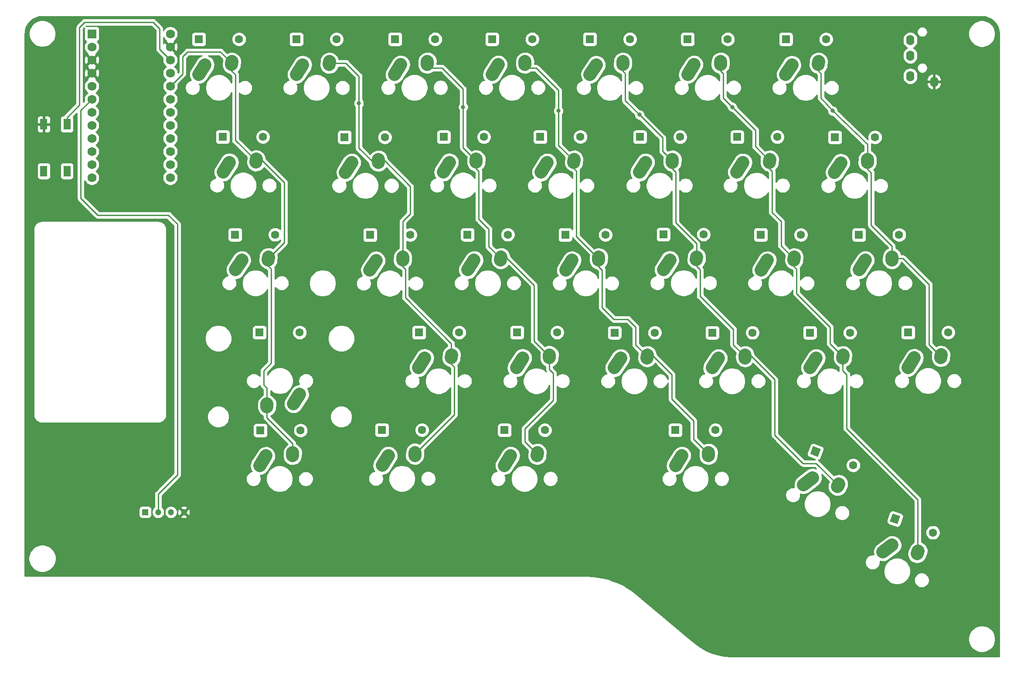
<source format=gbr>
G04 #@! TF.GenerationSoftware,KiCad,Pcbnew,(5.1.5)-3*
G04 #@! TF.CreationDate,2020-05-03T23:18:02-07:00*
G04 #@! TF.ProjectId,left,6c656674-2e6b-4696-9361-645f70636258,rev?*
G04 #@! TF.SameCoordinates,Original*
G04 #@! TF.FileFunction,Copper,L2,Bot*
G04 #@! TF.FilePolarity,Positive*
%FSLAX46Y46*%
G04 Gerber Fmt 4.6, Leading zero omitted, Abs format (unit mm)*
G04 Created by KiCad (PCBNEW (5.1.5)-3) date 2020-05-03 23:18:02*
%MOMM*%
%LPD*%
G04 APERTURE LIST*
%ADD10R,1.600000X1.600000*%
%ADD11C,1.600000*%
%ADD12C,0.100000*%
%ADD13R,1.200000X1.200000*%
%ADD14C,1.200000*%
%ADD15C,2.500000*%
%ADD16O,1.600000X2.000000*%
%ADD17R,1.400000X2.100000*%
%ADD18R,1.752600X1.752600*%
%ADD19C,1.752600*%
%ADD20C,0.800000*%
%ADD21C,0.250000*%
%ADD22C,0.254000*%
G04 APERTURE END LIST*
D10*
X62675000Y-29825000D03*
D11*
X70475000Y-29825000D03*
X89400000Y-29825000D03*
D10*
X81600000Y-29825000D03*
X100775000Y-29800000D03*
D11*
X108575000Y-29800000D03*
D10*
X67300000Y-48800000D03*
D11*
X75100000Y-48800000D03*
X77500000Y-67800000D03*
D10*
X69700000Y-67800000D03*
D11*
X82250000Y-86825000D03*
D10*
X74450000Y-86825000D03*
X74625000Y-105850000D03*
D11*
X82425000Y-105850000D03*
X98775000Y-48850000D03*
D10*
X90975000Y-48850000D03*
X95925000Y-67850000D03*
D11*
X103725000Y-67850000D03*
D10*
X105425000Y-86825000D03*
D11*
X113225000Y-86825000D03*
X106025000Y-105775000D03*
D10*
X98225000Y-105775000D03*
D11*
X118025000Y-48825000D03*
D10*
X110225000Y-48825000D03*
X114850000Y-67800000D03*
D11*
X122650000Y-67800000D03*
X132250000Y-86825000D03*
D10*
X124450000Y-86825000D03*
X122050000Y-105800000D03*
D11*
X129850000Y-105800000D03*
D10*
X119600000Y-29800000D03*
D11*
X127400000Y-29800000D03*
X136775000Y-48800000D03*
D10*
X128975000Y-48800000D03*
D11*
X141625000Y-67825000D03*
D10*
X133825000Y-67825000D03*
X143400000Y-86850000D03*
D11*
X151200000Y-86850000D03*
X163000000Y-105800000D03*
D10*
X155200000Y-105800000D03*
D11*
X146400000Y-29800000D03*
D10*
X138600000Y-29800000D03*
X148325000Y-48825000D03*
D11*
X156125000Y-48825000D03*
D10*
X152875000Y-67775000D03*
D11*
X160675000Y-67775000D03*
X170175000Y-86850000D03*
D10*
X162375000Y-86850000D03*
G04 #@! TA.AperFunction,ComponentPad*
D12*
G36*
X181409829Y-110444259D02*
G01*
X181957061Y-108940751D01*
X183460569Y-109487983D01*
X182913337Y-110991491D01*
X181409829Y-110444259D01*
G37*
G04 #@! TD.AperFunction*
D11*
X189764801Y-112633879D03*
X165400000Y-29800000D03*
D10*
X157600000Y-29800000D03*
X167225000Y-48825000D03*
D11*
X175025000Y-48825000D03*
X179600000Y-67825000D03*
D10*
X171800000Y-67825000D03*
X181325000Y-86850000D03*
D11*
X189125000Y-86850000D03*
X205214801Y-125708879D03*
G04 #@! TA.AperFunction,ComponentPad*
D12*
G36*
X196859829Y-123519259D02*
G01*
X197407061Y-122015751D01*
X198910569Y-122562983D01*
X198363337Y-124066491D01*
X196859829Y-123519259D01*
G37*
G04 #@! TD.AperFunction*
D10*
X176675000Y-29825000D03*
D11*
X184475000Y-29825000D03*
D10*
X186200000Y-48875000D03*
D11*
X194000000Y-48875000D03*
D10*
X190875000Y-67825000D03*
D11*
X198675000Y-67825000D03*
X208200000Y-86800000D03*
D10*
X200400000Y-86800000D03*
D13*
X52250000Y-121750000D03*
D14*
X54750000Y-121750000D03*
X57250000Y-121750000D03*
X59750000Y-121750000D03*
D15*
X63874462Y-34781185D02*
X62665538Y-36678815D01*
X69064724Y-34170672D02*
X69025276Y-34749328D01*
X88039724Y-34170672D02*
X88000276Y-34749328D01*
X82849462Y-34781185D02*
X81640538Y-36678815D01*
X101874462Y-34756185D02*
X100665538Y-36653815D01*
X107064724Y-34145672D02*
X107025276Y-34724328D01*
X68624462Y-53756185D02*
X67415538Y-55653815D01*
X73814724Y-53145672D02*
X73775276Y-53724328D01*
X70999462Y-72756185D02*
X69790538Y-74653815D01*
X76189724Y-72145672D02*
X76150276Y-72724328D01*
X81050538Y-100693815D02*
X82259462Y-98796185D01*
X75860276Y-101304328D02*
X75899724Y-100725672D01*
X75699462Y-110806185D02*
X74490538Y-112703815D01*
X80889724Y-110195672D02*
X80850276Y-110774328D01*
X92349462Y-53806185D02*
X91140538Y-55703815D01*
X97539724Y-53195672D02*
X97500276Y-53774328D01*
X97099462Y-72806185D02*
X95890538Y-74703815D01*
X102289724Y-72195672D02*
X102250276Y-72774328D01*
X106549462Y-91781185D02*
X105340538Y-93678815D01*
X111739724Y-91170672D02*
X111700276Y-91749328D01*
X104664724Y-110145672D02*
X104625276Y-110724328D01*
X99474462Y-110756185D02*
X98265538Y-112653815D01*
X111349462Y-53756185D02*
X110140538Y-55653815D01*
X116539724Y-53145672D02*
X116500276Y-53724328D01*
X121314724Y-72145672D02*
X121275276Y-72724328D01*
X116124462Y-72756185D02*
X114915538Y-74653815D01*
X130764724Y-91170672D02*
X130725276Y-91749328D01*
X125574462Y-91781185D02*
X124365538Y-93678815D01*
X128414724Y-110170672D02*
X128375276Y-110749328D01*
X123224462Y-110781185D02*
X122015538Y-112678815D01*
X126014724Y-34145672D02*
X125975276Y-34724328D01*
X120824462Y-34756185D02*
X119615538Y-36653815D01*
X130349462Y-53781185D02*
X129140538Y-55678815D01*
X135539724Y-53170672D02*
X135500276Y-53749328D01*
X140339724Y-72170672D02*
X140300276Y-72749328D01*
X135149462Y-72781185D02*
X133940538Y-74678815D01*
X144574462Y-91806185D02*
X143365538Y-93703815D01*
X149764724Y-91195672D02*
X149725276Y-91774328D01*
X156474462Y-110781185D02*
X155265538Y-112678815D01*
X161664724Y-110170672D02*
X161625276Y-110749328D01*
X145039724Y-34170672D02*
X145000276Y-34749328D01*
X139849462Y-34781185D02*
X138640538Y-36678815D01*
X154639724Y-53170672D02*
X154600276Y-53749328D01*
X149449462Y-53781185D02*
X148240538Y-55678815D01*
X159339724Y-72120672D02*
X159300276Y-72699328D01*
X154149462Y-72731185D02*
X152940538Y-74628815D01*
X168764724Y-91195672D02*
X168725276Y-91774328D01*
X163574462Y-91806185D02*
X162365538Y-93703815D01*
X181862734Y-115044149D02*
X180077688Y-116413863D01*
X186948793Y-116245629D02*
X186713811Y-116775897D01*
X164014724Y-34145672D02*
X163975276Y-34724328D01*
X158824462Y-34756185D02*
X157615538Y-36653815D01*
X173539724Y-53170672D02*
X173500276Y-53749328D01*
X168349462Y-53781185D02*
X167140538Y-55678815D01*
X173099462Y-72781185D02*
X171890538Y-74678815D01*
X178289724Y-72170672D02*
X178250276Y-72749328D01*
X182574462Y-91806185D02*
X181365538Y-93703815D01*
X187764724Y-91195672D02*
X187725276Y-91774328D01*
X202398793Y-129320629D02*
X202163811Y-129850897D01*
X197312734Y-128119149D02*
X195527688Y-129488863D01*
X177849462Y-34781185D02*
X176640538Y-36678815D01*
X183039724Y-34170672D02*
X183000276Y-34749328D01*
X187349462Y-53831185D02*
X186140538Y-55728815D01*
X192539724Y-53220672D02*
X192500276Y-53799328D01*
X192099462Y-72756185D02*
X190890538Y-74653815D01*
X197289724Y-72145672D02*
X197250276Y-72724328D01*
X206814724Y-91145672D02*
X206775276Y-91724328D01*
X201624462Y-91756185D02*
X200415538Y-93653815D01*
D16*
X205450000Y-38100000D03*
X200850000Y-37000000D03*
X200850000Y-30000000D03*
X200850000Y-33000000D03*
D17*
X37050000Y-55450000D03*
X37050000Y-46350000D03*
X32550000Y-55450000D03*
X32550000Y-46350000D03*
D18*
X41880000Y-28780000D03*
D19*
X41880000Y-31320000D03*
X41880000Y-33860000D03*
X41880000Y-36400000D03*
X41880000Y-38940000D03*
X41880000Y-41480000D03*
X41880000Y-44020000D03*
X41880000Y-46560000D03*
X41880000Y-49100000D03*
X41880000Y-51640000D03*
X41880000Y-54180000D03*
X57120000Y-56720000D03*
X57120000Y-54180000D03*
X57120000Y-51640000D03*
X57120000Y-49100000D03*
X57120000Y-46560000D03*
X57120000Y-44020000D03*
X57120000Y-41480000D03*
X57120000Y-38940000D03*
X57120000Y-36400000D03*
X57120000Y-33860000D03*
X57120000Y-31320000D03*
X41880000Y-56720000D03*
X57120000Y-28780000D03*
D20*
X93750000Y-42250000D03*
X114000000Y-43000000D03*
X132500000Y-43750000D03*
X148250000Y-44500000D03*
X166250000Y-43000000D03*
X185750000Y-43750000D03*
D21*
X75047901Y-53435000D02*
X79250000Y-57637099D01*
X73795000Y-53435000D02*
X75047901Y-53435000D01*
X79250000Y-69355000D02*
X76170000Y-72435000D01*
X79250000Y-57637099D02*
X79250000Y-69355000D01*
X75880000Y-97630000D02*
X75880000Y-101015000D01*
X75250000Y-97000000D02*
X75880000Y-97630000D01*
X76170000Y-73969422D02*
X76750000Y-74549422D01*
X76750000Y-74549422D02*
X76750000Y-92750000D01*
X76170000Y-72435000D02*
X76170000Y-73969422D01*
X76750000Y-92750000D02*
X75250000Y-94250000D01*
X75250000Y-94250000D02*
X75250000Y-97000000D01*
X75880000Y-101015000D02*
X75880000Y-103380000D01*
X80870000Y-108370000D02*
X80870000Y-110485000D01*
X75880000Y-103380000D02*
X80870000Y-108370000D01*
X68041178Y-33456178D02*
X69045000Y-34460000D01*
X57120000Y-38940000D02*
X59500000Y-36560000D01*
X60500000Y-32250000D02*
X66835000Y-32250000D01*
X59500000Y-33250000D02*
X60500000Y-32250000D01*
X59500000Y-36560000D02*
X59500000Y-33250000D01*
X66835000Y-32250000D02*
X68041178Y-33456178D01*
X69045000Y-35994422D02*
X69750000Y-36699422D01*
X69045000Y-34460000D02*
X69045000Y-35994422D01*
X69750000Y-36699422D02*
X69750000Y-49500000D01*
X69750000Y-49500000D02*
X73795000Y-53435000D01*
X93750000Y-51000000D02*
X96235000Y-53485000D01*
X88020000Y-34460000D02*
X91210000Y-34460000D01*
X96235000Y-53485000D02*
X97520000Y-53485000D01*
X91210000Y-34460000D02*
X93750000Y-37000000D01*
X102270000Y-65230000D02*
X102270000Y-72485000D01*
X103750000Y-58462099D02*
X103750000Y-63750000D01*
X103750000Y-63750000D02*
X102270000Y-65230000D01*
X97520000Y-53485000D02*
X98772901Y-53485000D01*
X98772901Y-53485000D02*
X103750000Y-58462099D01*
X102270000Y-74019422D02*
X102750000Y-74499422D01*
X102270000Y-72485000D02*
X102270000Y-74019422D01*
X102750000Y-74499422D02*
X102750000Y-80000000D01*
X111720000Y-88970000D02*
X111720000Y-91460000D01*
X102750000Y-80000000D02*
X111720000Y-88970000D01*
X111720000Y-92994422D02*
X112250000Y-93524422D01*
X111720000Y-91460000D02*
X111720000Y-92994422D01*
X112250000Y-102830000D02*
X104645000Y-110435000D01*
X112250000Y-93524422D02*
X112250000Y-102830000D01*
X93750000Y-42250000D02*
X93750000Y-51000000D01*
X93750000Y-37000000D02*
X93750000Y-42250000D01*
X109938822Y-35438822D02*
X114000000Y-39500000D01*
X107045000Y-34435000D02*
X108048822Y-35438822D01*
X114000000Y-50915000D02*
X116520000Y-53435000D01*
X108048822Y-35438822D02*
X109938822Y-35438822D01*
X116520000Y-54969422D02*
X117000000Y-55449422D01*
X116520000Y-53435000D02*
X116520000Y-54969422D01*
X117000000Y-55449422D02*
X117000000Y-64750000D01*
X117000000Y-64750000D02*
X119000000Y-66750000D01*
X119000000Y-70140000D02*
X121295000Y-72435000D01*
X119000000Y-66750000D02*
X119000000Y-70140000D01*
X122547901Y-72435000D02*
X127750000Y-77637099D01*
X121295000Y-72435000D02*
X122547901Y-72435000D01*
X127750000Y-88465000D02*
X130745000Y-91460000D01*
X127750000Y-77637099D02*
X127750000Y-88465000D01*
X130745000Y-93995000D02*
X131500000Y-94750000D01*
X130745000Y-91460000D02*
X130745000Y-93995000D01*
X131500000Y-94750000D02*
X131500000Y-100000000D01*
X131500000Y-100000000D02*
X126000000Y-105500000D01*
X126000000Y-108065000D02*
X128395000Y-110460000D01*
X126000000Y-105500000D02*
X126000000Y-108065000D01*
X114000000Y-39500000D02*
X114000000Y-43000000D01*
X114000000Y-43000000D02*
X114000000Y-50915000D01*
X126998822Y-35438822D02*
X128188822Y-35438822D01*
X125995000Y-34435000D02*
X126998822Y-35438822D01*
X128188822Y-35438822D02*
X132500000Y-39750000D01*
X132500000Y-50440000D02*
X135520000Y-53460000D01*
X136000000Y-68140000D02*
X140320000Y-72460000D01*
X136000000Y-55474422D02*
X136000000Y-68140000D01*
X135520000Y-53460000D02*
X135520000Y-54994422D01*
X135520000Y-54994422D02*
X136000000Y-55474422D01*
X147500000Y-85750000D02*
X147500000Y-89240000D01*
X140320000Y-73994422D02*
X141000000Y-74674422D01*
X146000000Y-84250000D02*
X147500000Y-85750000D01*
X141000000Y-82000000D02*
X143250000Y-84250000D01*
X147500000Y-89240000D02*
X149745000Y-91485000D01*
X140320000Y-72460000D02*
X140320000Y-73994422D01*
X141000000Y-74674422D02*
X141000000Y-82000000D01*
X143250000Y-84250000D02*
X146000000Y-84250000D01*
X150997901Y-91485000D02*
X154512901Y-95000000D01*
X149745000Y-91485000D02*
X150997901Y-91485000D01*
X154512901Y-95000000D02*
X154512901Y-99762901D01*
X154512901Y-99762901D02*
X158750000Y-104000000D01*
X158750000Y-107565000D02*
X161645000Y-110460000D01*
X158750000Y-104000000D02*
X158750000Y-107565000D01*
X132500000Y-39750000D02*
X132500000Y-43750000D01*
X132500000Y-43750000D02*
X132500000Y-50440000D01*
X145020000Y-35994422D02*
X145500000Y-36474422D01*
X145020000Y-34460000D02*
X145020000Y-35994422D01*
X145500000Y-36474422D02*
X145500000Y-41750000D01*
X152750000Y-51590000D02*
X154620000Y-53460000D01*
X152750000Y-49000000D02*
X152750000Y-51590000D01*
X154620000Y-54994422D02*
X155250000Y-55624422D01*
X154620000Y-53460000D02*
X154620000Y-54994422D01*
X155250000Y-55624422D02*
X155250000Y-65500000D01*
X159320000Y-69570000D02*
X159320000Y-72410000D01*
X155250000Y-65500000D02*
X159320000Y-69570000D01*
X159320000Y-73944422D02*
X160000000Y-74624422D01*
X159320000Y-72410000D02*
X159320000Y-73944422D01*
X160000000Y-74624422D02*
X160000000Y-79750000D01*
X160000000Y-79750000D02*
X166500000Y-86250000D01*
X166500000Y-89240000D02*
X168745000Y-91485000D01*
X166500000Y-86250000D02*
X166500000Y-89240000D01*
X169997901Y-91485000D02*
X174500000Y-95987099D01*
X168745000Y-91485000D02*
X169997901Y-91485000D01*
X174500000Y-95987099D02*
X174500000Y-106750000D01*
X174500000Y-106750000D02*
X180000000Y-112250000D01*
X182570539Y-112250000D02*
X186831302Y-116510763D01*
X180000000Y-112250000D02*
X182570539Y-112250000D01*
X145500000Y-41750000D02*
X148250000Y-44500000D01*
X148250000Y-44500000D02*
X152750000Y-49000000D01*
X173520000Y-54994422D02*
X174000000Y-55474422D01*
X173520000Y-53460000D02*
X173520000Y-54994422D01*
X174000000Y-55474422D02*
X174000000Y-63500000D01*
X174000000Y-63500000D02*
X175750000Y-65250000D01*
X175750000Y-69940000D02*
X178270000Y-72460000D01*
X175750000Y-65250000D02*
X175750000Y-69940000D01*
X178270000Y-73994422D02*
X178750000Y-74474422D01*
X178270000Y-72460000D02*
X178270000Y-73994422D01*
X178750000Y-74474422D02*
X178750000Y-79250000D01*
X178750000Y-79250000D02*
X185250000Y-85750000D01*
X185250000Y-88990000D02*
X187745000Y-91485000D01*
X185250000Y-85750000D02*
X185250000Y-88990000D01*
X187745000Y-91485000D02*
X187745000Y-94245000D01*
X187745000Y-94245000D02*
X188500000Y-95000000D01*
X188500000Y-95000000D02*
X188500000Y-105500000D01*
X202281302Y-119281302D02*
X202281302Y-129585763D01*
X188500000Y-105500000D02*
X202281302Y-119281302D01*
X170750000Y-50690000D02*
X173520000Y-53460000D01*
X163995000Y-35969422D02*
X164500000Y-36474422D01*
X164500000Y-41250000D02*
X170750000Y-47500000D01*
X163995000Y-34435000D02*
X163995000Y-35969422D01*
X164500000Y-36474422D02*
X164500000Y-41250000D01*
X170750000Y-47500000D02*
X170750000Y-50690000D01*
X183020000Y-35994422D02*
X183500000Y-36474422D01*
X183020000Y-34460000D02*
X183020000Y-35994422D01*
X183500000Y-36474422D02*
X183500000Y-41250000D01*
X192520000Y-50270000D02*
X192520000Y-53510000D01*
X197270000Y-70020000D02*
X197270000Y-72435000D01*
X193250000Y-66000000D02*
X197270000Y-70020000D01*
X193250000Y-55774422D02*
X193250000Y-66000000D01*
X192520000Y-53510000D02*
X192520000Y-55044422D01*
X192520000Y-55044422D02*
X193250000Y-55774422D01*
X197270000Y-72435000D02*
X199435000Y-72435000D01*
X199435000Y-72435000D02*
X204500000Y-77500000D01*
X204500000Y-89140000D02*
X206795000Y-91435000D01*
X204500000Y-77500000D02*
X204500000Y-89140000D01*
X183500000Y-41250000D02*
X185750000Y-43750000D01*
X185750000Y-43750000D02*
X192520000Y-50270000D01*
X58500000Y-114500000D02*
X54750000Y-118250000D01*
X58500000Y-65750000D02*
X58500000Y-114500000D01*
X39750000Y-43610000D02*
X39750000Y-60750000D01*
X41880000Y-41480000D02*
X39750000Y-43610000D01*
X43000000Y-64000000D02*
X56750000Y-64000000D01*
X54750000Y-118250000D02*
X54750000Y-121750000D01*
X39750000Y-60750000D02*
X43000000Y-64000000D01*
X56750000Y-64000000D02*
X58500000Y-65750000D01*
X55000000Y-27750000D02*
X55000000Y-31740000D01*
X37050000Y-45050000D02*
X39500000Y-42600000D01*
X55000000Y-31740000D02*
X57120000Y-33860000D01*
X37050000Y-46350000D02*
X37050000Y-45050000D01*
X53750000Y-26500000D02*
X55000000Y-27750000D01*
X39500000Y-42600000D02*
X39500000Y-27500000D01*
X39500000Y-27500000D02*
X40500000Y-26500000D01*
X40500000Y-26500000D02*
X53750000Y-26500000D01*
D22*
G36*
X215402035Y-25456458D02*
G01*
X216029227Y-25645819D01*
X216607695Y-25953396D01*
X217115407Y-26367475D01*
X217533021Y-26872283D01*
X217844632Y-27448595D01*
X218038366Y-28074450D01*
X218110000Y-28755996D01*
X218110001Y-149770000D01*
X166076839Y-149770000D01*
X164791409Y-149694757D01*
X163541979Y-149473325D01*
X162326915Y-149107631D01*
X161162826Y-148602679D01*
X160065105Y-147965072D01*
X159064593Y-147217955D01*
X157780503Y-146140475D01*
X212115000Y-146140475D01*
X212115000Y-146659525D01*
X212216261Y-147168601D01*
X212414893Y-147648141D01*
X212703262Y-148079715D01*
X213070285Y-148446738D01*
X213501859Y-148735107D01*
X213981399Y-148933739D01*
X214490475Y-149035000D01*
X215009525Y-149035000D01*
X215518601Y-148933739D01*
X215998141Y-148735107D01*
X216429715Y-148446738D01*
X216796738Y-148079715D01*
X217085107Y-147648141D01*
X217283739Y-147168601D01*
X217385000Y-146659525D01*
X217385000Y-146140475D01*
X217283739Y-145631399D01*
X217085107Y-145151859D01*
X216796738Y-144720285D01*
X216429715Y-144353262D01*
X215998141Y-144064893D01*
X215518601Y-143866261D01*
X215009525Y-143765000D01*
X214490475Y-143765000D01*
X213981399Y-143866261D01*
X213501859Y-144064893D01*
X213070285Y-144353262D01*
X212703262Y-144720285D01*
X212414893Y-145151859D01*
X212216261Y-145631399D01*
X212115000Y-146140475D01*
X157780503Y-146140475D01*
X147779118Y-137748317D01*
X147768511Y-137741061D01*
X146830595Y-137016157D01*
X146820268Y-137008993D01*
X146810412Y-137001181D01*
X146782618Y-136982469D01*
X145479753Y-136154051D01*
X145465655Y-136146075D01*
X145451990Y-136137369D01*
X145422419Y-136121613D01*
X144041301Y-135431508D01*
X144026470Y-135425028D01*
X144011970Y-135417767D01*
X143980936Y-135405134D01*
X142536197Y-134860654D01*
X142520760Y-134855727D01*
X142505609Y-134850002D01*
X142473489Y-134840640D01*
X142473442Y-134840625D01*
X142473419Y-134840620D01*
X140980386Y-134447537D01*
X140964534Y-134444225D01*
X140948865Y-134440085D01*
X140915911Y-134434066D01*
X140915904Y-134434065D01*
X140915901Y-134434065D01*
X139390351Y-134196534D01*
X139374224Y-134194868D01*
X139358231Y-134192363D01*
X139324825Y-134189763D01*
X137797862Y-134111074D01*
X137781433Y-134109456D01*
X28915000Y-134109458D01*
X28915000Y-130485551D01*
X29595000Y-130485551D01*
X29595000Y-131014449D01*
X29698183Y-131533186D01*
X29900583Y-132021825D01*
X30194424Y-132461588D01*
X30568412Y-132835576D01*
X31008175Y-133129417D01*
X31496814Y-133331817D01*
X32015551Y-133435000D01*
X32544449Y-133435000D01*
X33063186Y-133331817D01*
X33551825Y-133129417D01*
X33991588Y-132835576D01*
X34365576Y-132461588D01*
X34659417Y-132021825D01*
X34861817Y-131533186D01*
X34900007Y-131341190D01*
X192015461Y-131341190D01*
X192015461Y-131633886D01*
X192072563Y-131920959D01*
X192184573Y-132191376D01*
X192347187Y-132434744D01*
X192554155Y-132641712D01*
X192797523Y-132804326D01*
X193067940Y-132916336D01*
X193355013Y-132973438D01*
X193647709Y-132973438D01*
X193684720Y-132966076D01*
X195646100Y-132966076D01*
X195646100Y-133483924D01*
X195747127Y-133991822D01*
X195945299Y-134470251D01*
X196233000Y-134900826D01*
X196599174Y-135267000D01*
X197029749Y-135554701D01*
X197508178Y-135752873D01*
X198016076Y-135853900D01*
X198533924Y-135853900D01*
X199041822Y-135752873D01*
X199520251Y-135554701D01*
X199950826Y-135267000D01*
X200317000Y-134900826D01*
X200373602Y-134816114D01*
X201562739Y-134816114D01*
X201562739Y-135108810D01*
X201619841Y-135395883D01*
X201731851Y-135666300D01*
X201894465Y-135909668D01*
X202101433Y-136116636D01*
X202344801Y-136279250D01*
X202615218Y-136391260D01*
X202902291Y-136448362D01*
X203194987Y-136448362D01*
X203482060Y-136391260D01*
X203752477Y-136279250D01*
X203995845Y-136116636D01*
X204202813Y-135909668D01*
X204365427Y-135666300D01*
X204477437Y-135395883D01*
X204534539Y-135108810D01*
X204534539Y-134816114D01*
X204477437Y-134529041D01*
X204365427Y-134258624D01*
X204202813Y-134015256D01*
X203995845Y-133808288D01*
X203752477Y-133645674D01*
X203482060Y-133533664D01*
X203194987Y-133476562D01*
X202902291Y-133476562D01*
X202615218Y-133533664D01*
X202344801Y-133645674D01*
X202101433Y-133808288D01*
X201894465Y-134015256D01*
X201731851Y-134258624D01*
X201619841Y-134529041D01*
X201562739Y-134816114D01*
X200373602Y-134816114D01*
X200604701Y-134470251D01*
X200802873Y-133991822D01*
X200903900Y-133483924D01*
X200903900Y-132966076D01*
X200802873Y-132458178D01*
X200604701Y-131979749D01*
X200317000Y-131549174D01*
X199950826Y-131183000D01*
X199520251Y-130895299D01*
X199041822Y-130697127D01*
X198533924Y-130596100D01*
X198016076Y-130596100D01*
X197508178Y-130697127D01*
X197029749Y-130895299D01*
X196599174Y-131183000D01*
X196233000Y-131549174D01*
X195945299Y-131979749D01*
X195747127Y-132458178D01*
X195646100Y-132966076D01*
X193684720Y-132966076D01*
X193934782Y-132916336D01*
X194205199Y-132804326D01*
X194448567Y-132641712D01*
X194655535Y-132434744D01*
X194818149Y-132191376D01*
X194930159Y-131920959D01*
X194987261Y-131633886D01*
X194987261Y-131341190D01*
X194978339Y-131296334D01*
X195280456Y-131366778D01*
X195651569Y-131378927D01*
X196017922Y-131318442D01*
X196365436Y-131187647D01*
X196601741Y-131040703D01*
X198533711Y-129558250D01*
X198736808Y-129368030D01*
X198953089Y-129066210D01*
X199106333Y-128727994D01*
X199190649Y-128366382D01*
X199202798Y-127995269D01*
X199142313Y-127628915D01*
X199011518Y-127281401D01*
X198815440Y-126966082D01*
X198561614Y-126695075D01*
X198259794Y-126478794D01*
X197921578Y-126325550D01*
X197559966Y-126241234D01*
X197188852Y-126229085D01*
X196822498Y-126289570D01*
X196474985Y-126420365D01*
X196238680Y-126567309D01*
X194306711Y-128049762D01*
X194103614Y-128239983D01*
X193887333Y-128541803D01*
X193734089Y-128880019D01*
X193649773Y-129241631D01*
X193637624Y-129612744D01*
X193698109Y-129979097D01*
X193711358Y-130014298D01*
X193647709Y-130001638D01*
X193355013Y-130001638D01*
X193067940Y-130058740D01*
X192797523Y-130170750D01*
X192554155Y-130333364D01*
X192347187Y-130540332D01*
X192184573Y-130783700D01*
X192072563Y-131054117D01*
X192015461Y-131341190D01*
X34900007Y-131341190D01*
X34965000Y-131014449D01*
X34965000Y-130485551D01*
X34861817Y-129966814D01*
X34659417Y-129478175D01*
X34365576Y-129038412D01*
X33991588Y-128664424D01*
X33551825Y-128370583D01*
X33063186Y-128168183D01*
X32544449Y-128065000D01*
X32015551Y-128065000D01*
X31496814Y-128168183D01*
X31008175Y-128370583D01*
X30568412Y-128664424D01*
X30194424Y-129038412D01*
X29900583Y-129478175D01*
X29698183Y-129966814D01*
X29595000Y-130485551D01*
X28915000Y-130485551D01*
X28915000Y-123547091D01*
X196222364Y-123547091D01*
X196240043Y-123670920D01*
X196281539Y-123788920D01*
X196345259Y-123896557D01*
X196428754Y-123989695D01*
X196528814Y-124064754D01*
X196641596Y-124118851D01*
X198145104Y-124666083D01*
X198266271Y-124697137D01*
X198391169Y-124703956D01*
X198514998Y-124686277D01*
X198632998Y-124644781D01*
X198740635Y-124581061D01*
X198833773Y-124497566D01*
X198908832Y-124397506D01*
X198962929Y-124284724D01*
X199510161Y-122781216D01*
X199541215Y-122660049D01*
X199548034Y-122535151D01*
X199530355Y-122411322D01*
X199488859Y-122293322D01*
X199425139Y-122185685D01*
X199341644Y-122092547D01*
X199241584Y-122017488D01*
X199128802Y-121963391D01*
X197625294Y-121416159D01*
X197504127Y-121385105D01*
X197379229Y-121378286D01*
X197255400Y-121395965D01*
X197137400Y-121437461D01*
X197029763Y-121501181D01*
X196936625Y-121584676D01*
X196861566Y-121684736D01*
X196807469Y-121797518D01*
X196260237Y-123301026D01*
X196229183Y-123422193D01*
X196222364Y-123547091D01*
X28915000Y-123547091D01*
X28915000Y-121150000D01*
X51011928Y-121150000D01*
X51011928Y-122350000D01*
X51024188Y-122474482D01*
X51060498Y-122594180D01*
X51119463Y-122704494D01*
X51198815Y-122801185D01*
X51295506Y-122880537D01*
X51405820Y-122939502D01*
X51525518Y-122975812D01*
X51650000Y-122988072D01*
X52850000Y-122988072D01*
X52974482Y-122975812D01*
X53094180Y-122939502D01*
X53204494Y-122880537D01*
X53301185Y-122801185D01*
X53380537Y-122704494D01*
X53439502Y-122594180D01*
X53475812Y-122474482D01*
X53488072Y-122350000D01*
X53488072Y-121150000D01*
X53475812Y-121025518D01*
X53439502Y-120905820D01*
X53380537Y-120795506D01*
X53301185Y-120698815D01*
X53204494Y-120619463D01*
X53094180Y-120560498D01*
X52974482Y-120524188D01*
X52850000Y-120511928D01*
X51650000Y-120511928D01*
X51525518Y-120524188D01*
X51405820Y-120560498D01*
X51295506Y-120619463D01*
X51198815Y-120698815D01*
X51119463Y-120795506D01*
X51060498Y-120905820D01*
X51024188Y-121025518D01*
X51011928Y-121150000D01*
X28915000Y-121150000D01*
X28915000Y-66760023D01*
X30548000Y-66760023D01*
X30548001Y-102822890D01*
X30550701Y-102850302D01*
X30550658Y-102856444D01*
X30551530Y-102865337D01*
X30571931Y-103059434D01*
X30583592Y-103116238D01*
X30594463Y-103173232D01*
X30597047Y-103181787D01*
X30654759Y-103368224D01*
X30677226Y-103421670D01*
X30698966Y-103475480D01*
X30703161Y-103483370D01*
X30795986Y-103655047D01*
X30828408Y-103703114D01*
X30860186Y-103751677D01*
X30865834Y-103758601D01*
X30990238Y-103908979D01*
X31031380Y-103949835D01*
X31071981Y-103991296D01*
X31078867Y-103996991D01*
X31230109Y-104120341D01*
X31278400Y-104152425D01*
X31326286Y-104185214D01*
X31334147Y-104189464D01*
X31506469Y-104281089D01*
X31560125Y-104303204D01*
X31613413Y-104326044D01*
X31621950Y-104328687D01*
X31808786Y-104385096D01*
X31865685Y-104396362D01*
X31922425Y-104408423D01*
X31931312Y-104409356D01*
X32125546Y-104428401D01*
X32125548Y-104428401D01*
X32156566Y-104431456D01*
X54789434Y-104431456D01*
X54816856Y-104428755D01*
X54822988Y-104428798D01*
X54831881Y-104427926D01*
X55025978Y-104407525D01*
X55082782Y-104395864D01*
X55139776Y-104384993D01*
X55148331Y-104382409D01*
X55334768Y-104324697D01*
X55388214Y-104302230D01*
X55442024Y-104280490D01*
X55449914Y-104276295D01*
X55621591Y-104183470D01*
X55669658Y-104151048D01*
X55718221Y-104119270D01*
X55725145Y-104113622D01*
X55875523Y-103989218D01*
X55916379Y-103948076D01*
X55957840Y-103907475D01*
X55963535Y-103900589D01*
X56086885Y-103749347D01*
X56118969Y-103701056D01*
X56151758Y-103653170D01*
X56156008Y-103645309D01*
X56247633Y-103472987D01*
X56269748Y-103419331D01*
X56292588Y-103366043D01*
X56295231Y-103357506D01*
X56351640Y-103170670D01*
X56362906Y-103113771D01*
X56374967Y-103057031D01*
X56375900Y-103048144D01*
X56394945Y-102853910D01*
X56394945Y-102853908D01*
X56398000Y-102822890D01*
X56398000Y-66760022D01*
X56395299Y-66732600D01*
X56395342Y-66726468D01*
X56394470Y-66717575D01*
X56374069Y-66523478D01*
X56362408Y-66466674D01*
X56351537Y-66409680D01*
X56348953Y-66401125D01*
X56291241Y-66214687D01*
X56268774Y-66161241D01*
X56247034Y-66107431D01*
X56242839Y-66099541D01*
X56150014Y-65927865D01*
X56117592Y-65879798D01*
X56085814Y-65831235D01*
X56080165Y-65824310D01*
X55955762Y-65673933D01*
X55914620Y-65633077D01*
X55874019Y-65591616D01*
X55867133Y-65585921D01*
X55715891Y-65462571D01*
X55667600Y-65430487D01*
X55619714Y-65397698D01*
X55611854Y-65393448D01*
X55439531Y-65301823D01*
X55385904Y-65279720D01*
X55332587Y-65256868D01*
X55324050Y-65254225D01*
X55137214Y-65197816D01*
X55080302Y-65186548D01*
X55023575Y-65174489D01*
X55014687Y-65173555D01*
X54820454Y-65154511D01*
X54820452Y-65154511D01*
X54789434Y-65151456D01*
X32156566Y-65151456D01*
X32129144Y-65154157D01*
X32123012Y-65154114D01*
X32114119Y-65154986D01*
X31920022Y-65175387D01*
X31863218Y-65187048D01*
X31806224Y-65197919D01*
X31797669Y-65200503D01*
X31611231Y-65258215D01*
X31557785Y-65280682D01*
X31503975Y-65302422D01*
X31496085Y-65306617D01*
X31324409Y-65399442D01*
X31276342Y-65431864D01*
X31227779Y-65463642D01*
X31220854Y-65469291D01*
X31070477Y-65593694D01*
X31029621Y-65634836D01*
X30988160Y-65675437D01*
X30982465Y-65682323D01*
X30859115Y-65833565D01*
X30827031Y-65881856D01*
X30794242Y-65929742D01*
X30789992Y-65937602D01*
X30698367Y-66109925D01*
X30676264Y-66163552D01*
X30653412Y-66216869D01*
X30650769Y-66225406D01*
X30594360Y-66412242D01*
X30583092Y-66469154D01*
X30571033Y-66525881D01*
X30570099Y-66534769D01*
X30551055Y-66729002D01*
X30548000Y-66760023D01*
X28915000Y-66760023D01*
X28915000Y-54400000D01*
X31211928Y-54400000D01*
X31211928Y-56500000D01*
X31224188Y-56624482D01*
X31260498Y-56744180D01*
X31319463Y-56854494D01*
X31398815Y-56951185D01*
X31495506Y-57030537D01*
X31605820Y-57089502D01*
X31725518Y-57125812D01*
X31850000Y-57138072D01*
X33250000Y-57138072D01*
X33374482Y-57125812D01*
X33494180Y-57089502D01*
X33604494Y-57030537D01*
X33701185Y-56951185D01*
X33780537Y-56854494D01*
X33839502Y-56744180D01*
X33875812Y-56624482D01*
X33888072Y-56500000D01*
X33888072Y-54400000D01*
X35711928Y-54400000D01*
X35711928Y-56500000D01*
X35724188Y-56624482D01*
X35760498Y-56744180D01*
X35819463Y-56854494D01*
X35898815Y-56951185D01*
X35995506Y-57030537D01*
X36105820Y-57089502D01*
X36225518Y-57125812D01*
X36350000Y-57138072D01*
X37750000Y-57138072D01*
X37874482Y-57125812D01*
X37994180Y-57089502D01*
X38104494Y-57030537D01*
X38201185Y-56951185D01*
X38280537Y-56854494D01*
X38339502Y-56744180D01*
X38375812Y-56624482D01*
X38388072Y-56500000D01*
X38388072Y-54400000D01*
X38375812Y-54275518D01*
X38339502Y-54155820D01*
X38280537Y-54045506D01*
X38201185Y-53948815D01*
X38104494Y-53869463D01*
X37994180Y-53810498D01*
X37874482Y-53774188D01*
X37750000Y-53761928D01*
X36350000Y-53761928D01*
X36225518Y-53774188D01*
X36105820Y-53810498D01*
X35995506Y-53869463D01*
X35898815Y-53948815D01*
X35819463Y-54045506D01*
X35760498Y-54155820D01*
X35724188Y-54275518D01*
X35711928Y-54400000D01*
X33888072Y-54400000D01*
X33875812Y-54275518D01*
X33839502Y-54155820D01*
X33780537Y-54045506D01*
X33701185Y-53948815D01*
X33604494Y-53869463D01*
X33494180Y-53810498D01*
X33374482Y-53774188D01*
X33250000Y-53761928D01*
X31850000Y-53761928D01*
X31725518Y-53774188D01*
X31605820Y-53810498D01*
X31495506Y-53869463D01*
X31398815Y-53948815D01*
X31319463Y-54045506D01*
X31260498Y-54155820D01*
X31224188Y-54275518D01*
X31211928Y-54400000D01*
X28915000Y-54400000D01*
X28915000Y-47400000D01*
X31211928Y-47400000D01*
X31224188Y-47524482D01*
X31260498Y-47644180D01*
X31319463Y-47754494D01*
X31398815Y-47851185D01*
X31495506Y-47930537D01*
X31605820Y-47989502D01*
X31725518Y-48025812D01*
X31850000Y-48038072D01*
X32264250Y-48035000D01*
X32423000Y-47876250D01*
X32423000Y-46477000D01*
X32677000Y-46477000D01*
X32677000Y-47876250D01*
X32835750Y-48035000D01*
X33250000Y-48038072D01*
X33374482Y-48025812D01*
X33494180Y-47989502D01*
X33604494Y-47930537D01*
X33701185Y-47851185D01*
X33780537Y-47754494D01*
X33839502Y-47644180D01*
X33875812Y-47524482D01*
X33888072Y-47400000D01*
X33885000Y-46635750D01*
X33726250Y-46477000D01*
X32677000Y-46477000D01*
X32423000Y-46477000D01*
X31373750Y-46477000D01*
X31215000Y-46635750D01*
X31211928Y-47400000D01*
X28915000Y-47400000D01*
X28915000Y-45300000D01*
X31211928Y-45300000D01*
X31215000Y-46064250D01*
X31373750Y-46223000D01*
X32423000Y-46223000D01*
X32423000Y-44823750D01*
X32677000Y-44823750D01*
X32677000Y-46223000D01*
X33726250Y-46223000D01*
X33885000Y-46064250D01*
X33888072Y-45300000D01*
X35711928Y-45300000D01*
X35711928Y-47400000D01*
X35724188Y-47524482D01*
X35760498Y-47644180D01*
X35819463Y-47754494D01*
X35898815Y-47851185D01*
X35995506Y-47930537D01*
X36105820Y-47989502D01*
X36225518Y-48025812D01*
X36350000Y-48038072D01*
X37750000Y-48038072D01*
X37874482Y-48025812D01*
X37994180Y-47989502D01*
X38104494Y-47930537D01*
X38201185Y-47851185D01*
X38280537Y-47754494D01*
X38339502Y-47644180D01*
X38375812Y-47524482D01*
X38388072Y-47400000D01*
X38388072Y-45300000D01*
X38375812Y-45175518D01*
X38339502Y-45055820D01*
X38280537Y-44945506D01*
X38257440Y-44917362D01*
X38990000Y-44184802D01*
X38990001Y-60712667D01*
X38986324Y-60750000D01*
X39000998Y-60898985D01*
X39044454Y-61042246D01*
X39115026Y-61174276D01*
X39186201Y-61261002D01*
X39210000Y-61290001D01*
X39238998Y-61313799D01*
X42436200Y-64511002D01*
X42459999Y-64540001D01*
X42488997Y-64563799D01*
X42575723Y-64634974D01*
X42678667Y-64689999D01*
X42707753Y-64705546D01*
X42851014Y-64749003D01*
X42962667Y-64760000D01*
X42962676Y-64760000D01*
X42999999Y-64763676D01*
X43037322Y-64760000D01*
X56435199Y-64760000D01*
X57740000Y-66064802D01*
X57740001Y-114185197D01*
X54239003Y-117686196D01*
X54209999Y-117709999D01*
X54174814Y-117752873D01*
X54115026Y-117825724D01*
X54108498Y-117837937D01*
X54044454Y-117957754D01*
X54000997Y-118101015D01*
X53990000Y-118212668D01*
X53990000Y-118212678D01*
X53986324Y-118250000D01*
X53990000Y-118287323D01*
X53990001Y-120772493D01*
X53962733Y-120790713D01*
X53790713Y-120962733D01*
X53655557Y-121165008D01*
X53562460Y-121389764D01*
X53515000Y-121628363D01*
X53515000Y-121871637D01*
X53562460Y-122110236D01*
X53655557Y-122334992D01*
X53790713Y-122537267D01*
X53962733Y-122709287D01*
X54165008Y-122844443D01*
X54389764Y-122937540D01*
X54628363Y-122985000D01*
X54871637Y-122985000D01*
X55110236Y-122937540D01*
X55334992Y-122844443D01*
X55537267Y-122709287D01*
X55709287Y-122537267D01*
X55844443Y-122334992D01*
X55937540Y-122110236D01*
X55985000Y-121871637D01*
X55985000Y-121628363D01*
X56015000Y-121628363D01*
X56015000Y-121871637D01*
X56062460Y-122110236D01*
X56155557Y-122334992D01*
X56290713Y-122537267D01*
X56462733Y-122709287D01*
X56665008Y-122844443D01*
X56889764Y-122937540D01*
X57128363Y-122985000D01*
X57371637Y-122985000D01*
X57610236Y-122937540D01*
X57834992Y-122844443D01*
X58037267Y-122709287D01*
X58146790Y-122599764D01*
X59079841Y-122599764D01*
X59127148Y-122823348D01*
X59348516Y-122924237D01*
X59585313Y-122980000D01*
X59828438Y-122988495D01*
X60068549Y-122949395D01*
X60296418Y-122864202D01*
X60372852Y-122823348D01*
X60420159Y-122599764D01*
X59750000Y-121929605D01*
X59079841Y-122599764D01*
X58146790Y-122599764D01*
X58209287Y-122537267D01*
X58344443Y-122334992D01*
X58437540Y-122110236D01*
X58485000Y-121871637D01*
X58485000Y-121828438D01*
X58511505Y-121828438D01*
X58550605Y-122068549D01*
X58635798Y-122296418D01*
X58676652Y-122372852D01*
X58900236Y-122420159D01*
X59570395Y-121750000D01*
X59929605Y-121750000D01*
X60599764Y-122420159D01*
X60823348Y-122372852D01*
X60924237Y-122151484D01*
X60980000Y-121914687D01*
X60988495Y-121671562D01*
X60949395Y-121431451D01*
X60864202Y-121203582D01*
X60823348Y-121127148D01*
X60599764Y-121079841D01*
X59929605Y-121750000D01*
X59570395Y-121750000D01*
X58900236Y-121079841D01*
X58676652Y-121127148D01*
X58575763Y-121348516D01*
X58520000Y-121585313D01*
X58511505Y-121828438D01*
X58485000Y-121828438D01*
X58485000Y-121628363D01*
X58437540Y-121389764D01*
X58344443Y-121165008D01*
X58209287Y-120962733D01*
X58146790Y-120900236D01*
X59079841Y-120900236D01*
X59750000Y-121570395D01*
X60420159Y-120900236D01*
X60372852Y-120676652D01*
X60151484Y-120575763D01*
X59914687Y-120520000D01*
X59671562Y-120511505D01*
X59431451Y-120550605D01*
X59203582Y-120635798D01*
X59127148Y-120676652D01*
X59079841Y-120900236D01*
X58146790Y-120900236D01*
X58037267Y-120790713D01*
X57834992Y-120655557D01*
X57610236Y-120562460D01*
X57371637Y-120515000D01*
X57128363Y-120515000D01*
X56889764Y-120562460D01*
X56665008Y-120655557D01*
X56462733Y-120790713D01*
X56290713Y-120962733D01*
X56155557Y-121165008D01*
X56062460Y-121389764D01*
X56015000Y-121628363D01*
X55985000Y-121628363D01*
X55937540Y-121389764D01*
X55844443Y-121165008D01*
X55709287Y-120962733D01*
X55537267Y-120790713D01*
X55510000Y-120772494D01*
X55510000Y-118564801D01*
X58946149Y-115128652D01*
X71784100Y-115128652D01*
X71784100Y-115421348D01*
X71841202Y-115708421D01*
X71953212Y-115978838D01*
X72115826Y-116222206D01*
X72322794Y-116429174D01*
X72566162Y-116591788D01*
X72836579Y-116703798D01*
X73123652Y-116760900D01*
X73416348Y-116760900D01*
X73703421Y-116703798D01*
X73973838Y-116591788D01*
X74217206Y-116429174D01*
X74424174Y-116222206D01*
X74586788Y-115978838D01*
X74698798Y-115708421D01*
X74755900Y-115421348D01*
X74755900Y-115128652D01*
X74733508Y-115016076D01*
X75721100Y-115016076D01*
X75721100Y-115533924D01*
X75822127Y-116041822D01*
X76020299Y-116520251D01*
X76308000Y-116950826D01*
X76674174Y-117317000D01*
X77104749Y-117604701D01*
X77583178Y-117802873D01*
X78091076Y-117903900D01*
X78608924Y-117903900D01*
X79116822Y-117802873D01*
X79595251Y-117604701D01*
X80025826Y-117317000D01*
X80392000Y-116950826D01*
X80679701Y-116520251D01*
X80877873Y-116041822D01*
X80978900Y-115533924D01*
X80978900Y-115128652D01*
X81944100Y-115128652D01*
X81944100Y-115421348D01*
X82001202Y-115708421D01*
X82113212Y-115978838D01*
X82275826Y-116222206D01*
X82482794Y-116429174D01*
X82726162Y-116591788D01*
X82996579Y-116703798D01*
X83283652Y-116760900D01*
X83576348Y-116760900D01*
X83863421Y-116703798D01*
X84133838Y-116591788D01*
X84377206Y-116429174D01*
X84584174Y-116222206D01*
X84746788Y-115978838D01*
X84858798Y-115708421D01*
X84915900Y-115421348D01*
X84915900Y-115128652D01*
X84905955Y-115078652D01*
X95559100Y-115078652D01*
X95559100Y-115371348D01*
X95616202Y-115658421D01*
X95728212Y-115928838D01*
X95890826Y-116172206D01*
X96097794Y-116379174D01*
X96341162Y-116541788D01*
X96611579Y-116653798D01*
X96898652Y-116710900D01*
X97191348Y-116710900D01*
X97478421Y-116653798D01*
X97748838Y-116541788D01*
X97992206Y-116379174D01*
X98199174Y-116172206D01*
X98361788Y-115928838D01*
X98473798Y-115658421D01*
X98530900Y-115371348D01*
X98530900Y-115078652D01*
X98508508Y-114966076D01*
X99496100Y-114966076D01*
X99496100Y-115483924D01*
X99597127Y-115991822D01*
X99795299Y-116470251D01*
X100083000Y-116900826D01*
X100449174Y-117267000D01*
X100879749Y-117554701D01*
X101358178Y-117752873D01*
X101866076Y-117853900D01*
X102383924Y-117853900D01*
X102891822Y-117752873D01*
X103370251Y-117554701D01*
X103800826Y-117267000D01*
X104167000Y-116900826D01*
X104454701Y-116470251D01*
X104652873Y-115991822D01*
X104753900Y-115483924D01*
X104753900Y-115078652D01*
X105719100Y-115078652D01*
X105719100Y-115371348D01*
X105776202Y-115658421D01*
X105888212Y-115928838D01*
X106050826Y-116172206D01*
X106257794Y-116379174D01*
X106501162Y-116541788D01*
X106771579Y-116653798D01*
X107058652Y-116710900D01*
X107351348Y-116710900D01*
X107638421Y-116653798D01*
X107908838Y-116541788D01*
X108152206Y-116379174D01*
X108359174Y-116172206D01*
X108521788Y-115928838D01*
X108633798Y-115658421D01*
X108690900Y-115371348D01*
X108690900Y-115103652D01*
X119309100Y-115103652D01*
X119309100Y-115396348D01*
X119366202Y-115683421D01*
X119478212Y-115953838D01*
X119640826Y-116197206D01*
X119847794Y-116404174D01*
X120091162Y-116566788D01*
X120361579Y-116678798D01*
X120648652Y-116735900D01*
X120941348Y-116735900D01*
X121228421Y-116678798D01*
X121498838Y-116566788D01*
X121742206Y-116404174D01*
X121949174Y-116197206D01*
X122111788Y-115953838D01*
X122223798Y-115683421D01*
X122280900Y-115396348D01*
X122280900Y-115103652D01*
X122258508Y-114991076D01*
X123246100Y-114991076D01*
X123246100Y-115508924D01*
X123347127Y-116016822D01*
X123545299Y-116495251D01*
X123833000Y-116925826D01*
X124199174Y-117292000D01*
X124629749Y-117579701D01*
X125108178Y-117777873D01*
X125616076Y-117878900D01*
X126133924Y-117878900D01*
X126641822Y-117777873D01*
X127120251Y-117579701D01*
X127550826Y-117292000D01*
X127917000Y-116925826D01*
X128204701Y-116495251D01*
X128402873Y-116016822D01*
X128503900Y-115508924D01*
X128503900Y-115103652D01*
X129469100Y-115103652D01*
X129469100Y-115396348D01*
X129526202Y-115683421D01*
X129638212Y-115953838D01*
X129800826Y-116197206D01*
X130007794Y-116404174D01*
X130251162Y-116566788D01*
X130521579Y-116678798D01*
X130808652Y-116735900D01*
X131101348Y-116735900D01*
X131388421Y-116678798D01*
X131658838Y-116566788D01*
X131902206Y-116404174D01*
X132109174Y-116197206D01*
X132271788Y-115953838D01*
X132383798Y-115683421D01*
X132440900Y-115396348D01*
X132440900Y-115103652D01*
X152559100Y-115103652D01*
X152559100Y-115396348D01*
X152616202Y-115683421D01*
X152728212Y-115953838D01*
X152890826Y-116197206D01*
X153097794Y-116404174D01*
X153341162Y-116566788D01*
X153611579Y-116678798D01*
X153898652Y-116735900D01*
X154191348Y-116735900D01*
X154478421Y-116678798D01*
X154748838Y-116566788D01*
X154992206Y-116404174D01*
X155199174Y-116197206D01*
X155361788Y-115953838D01*
X155473798Y-115683421D01*
X155530900Y-115396348D01*
X155530900Y-115103652D01*
X155508508Y-114991076D01*
X156496100Y-114991076D01*
X156496100Y-115508924D01*
X156597127Y-116016822D01*
X156795299Y-116495251D01*
X157083000Y-116925826D01*
X157449174Y-117292000D01*
X157879749Y-117579701D01*
X158358178Y-117777873D01*
X158866076Y-117878900D01*
X159383924Y-117878900D01*
X159891822Y-117777873D01*
X160370251Y-117579701D01*
X160800826Y-117292000D01*
X161167000Y-116925826D01*
X161454701Y-116495251D01*
X161652873Y-116016822D01*
X161753900Y-115508924D01*
X161753900Y-115103652D01*
X162719100Y-115103652D01*
X162719100Y-115396348D01*
X162776202Y-115683421D01*
X162888212Y-115953838D01*
X163050826Y-116197206D01*
X163257794Y-116404174D01*
X163501162Y-116566788D01*
X163771579Y-116678798D01*
X164058652Y-116735900D01*
X164351348Y-116735900D01*
X164638421Y-116678798D01*
X164908838Y-116566788D01*
X165152206Y-116404174D01*
X165359174Y-116197206D01*
X165521788Y-115953838D01*
X165633798Y-115683421D01*
X165690900Y-115396348D01*
X165690900Y-115103652D01*
X165633798Y-114816579D01*
X165521788Y-114546162D01*
X165359174Y-114302794D01*
X165152206Y-114095826D01*
X164908838Y-113933212D01*
X164638421Y-113821202D01*
X164351348Y-113764100D01*
X164058652Y-113764100D01*
X163771579Y-113821202D01*
X163501162Y-113933212D01*
X163257794Y-114095826D01*
X163050826Y-114302794D01*
X162888212Y-114546162D01*
X162776202Y-114816579D01*
X162719100Y-115103652D01*
X161753900Y-115103652D01*
X161753900Y-114991076D01*
X161652873Y-114483178D01*
X161454701Y-114004749D01*
X161167000Y-113574174D01*
X160800826Y-113208000D01*
X160370251Y-112920299D01*
X159891822Y-112722127D01*
X159383924Y-112621100D01*
X158866076Y-112621100D01*
X158358178Y-112722127D01*
X157879749Y-112920299D01*
X157449174Y-113208000D01*
X157083000Y-113574174D01*
X156795299Y-114004749D01*
X156597127Y-114483178D01*
X156496100Y-114991076D01*
X155508508Y-114991076D01*
X155473798Y-114816579D01*
X155369559Y-114564924D01*
X155675500Y-114528036D01*
X156028387Y-114412525D01*
X156351960Y-114230387D01*
X156633782Y-113988623D01*
X156805578Y-113769720D01*
X158114006Y-111715900D01*
X158239796Y-111467688D01*
X158339805Y-111110097D01*
X158368131Y-110739866D01*
X158323683Y-110371223D01*
X158208171Y-110018336D01*
X158026034Y-109694763D01*
X157784270Y-109412942D01*
X157492171Y-109183701D01*
X157160963Y-109015851D01*
X156803373Y-108915842D01*
X156433141Y-108887517D01*
X156064499Y-108931964D01*
X155711611Y-109047476D01*
X155388039Y-109229613D01*
X155106218Y-109471377D01*
X154934422Y-109690280D01*
X153625993Y-111744101D01*
X153500204Y-111992314D01*
X153400194Y-112349904D01*
X153371869Y-112720135D01*
X153416317Y-113088777D01*
X153531828Y-113441664D01*
X153713966Y-113765237D01*
X153740054Y-113795647D01*
X153611579Y-113821202D01*
X153341162Y-113933212D01*
X153097794Y-114095826D01*
X152890826Y-114302794D01*
X152728212Y-114546162D01*
X152616202Y-114816579D01*
X152559100Y-115103652D01*
X132440900Y-115103652D01*
X132383798Y-114816579D01*
X132271788Y-114546162D01*
X132109174Y-114302794D01*
X131902206Y-114095826D01*
X131658838Y-113933212D01*
X131388421Y-113821202D01*
X131101348Y-113764100D01*
X130808652Y-113764100D01*
X130521579Y-113821202D01*
X130251162Y-113933212D01*
X130007794Y-114095826D01*
X129800826Y-114302794D01*
X129638212Y-114546162D01*
X129526202Y-114816579D01*
X129469100Y-115103652D01*
X128503900Y-115103652D01*
X128503900Y-114991076D01*
X128402873Y-114483178D01*
X128204701Y-114004749D01*
X127917000Y-113574174D01*
X127550826Y-113208000D01*
X127120251Y-112920299D01*
X126641822Y-112722127D01*
X126133924Y-112621100D01*
X125616076Y-112621100D01*
X125108178Y-112722127D01*
X124629749Y-112920299D01*
X124199174Y-113208000D01*
X123833000Y-113574174D01*
X123545299Y-114004749D01*
X123347127Y-114483178D01*
X123246100Y-114991076D01*
X122258508Y-114991076D01*
X122223798Y-114816579D01*
X122119559Y-114564924D01*
X122425500Y-114528036D01*
X122778387Y-114412525D01*
X123101960Y-114230387D01*
X123383782Y-113988623D01*
X123555578Y-113769720D01*
X124864006Y-111715900D01*
X124989796Y-111467688D01*
X125089805Y-111110097D01*
X125118131Y-110739866D01*
X125073683Y-110371223D01*
X124958171Y-110018336D01*
X124776034Y-109694763D01*
X124534270Y-109412942D01*
X124242171Y-109183701D01*
X123910963Y-109015851D01*
X123553373Y-108915842D01*
X123183141Y-108887517D01*
X122814499Y-108931964D01*
X122461611Y-109047476D01*
X122138039Y-109229613D01*
X121856218Y-109471377D01*
X121684422Y-109690280D01*
X120375993Y-111744101D01*
X120250204Y-111992314D01*
X120150194Y-112349904D01*
X120121869Y-112720135D01*
X120166317Y-113088777D01*
X120281828Y-113441664D01*
X120463966Y-113765237D01*
X120490054Y-113795647D01*
X120361579Y-113821202D01*
X120091162Y-113933212D01*
X119847794Y-114095826D01*
X119640826Y-114302794D01*
X119478212Y-114546162D01*
X119366202Y-114816579D01*
X119309100Y-115103652D01*
X108690900Y-115103652D01*
X108690900Y-115078652D01*
X108633798Y-114791579D01*
X108521788Y-114521162D01*
X108359174Y-114277794D01*
X108152206Y-114070826D01*
X107908838Y-113908212D01*
X107638421Y-113796202D01*
X107351348Y-113739100D01*
X107058652Y-113739100D01*
X106771579Y-113796202D01*
X106501162Y-113908212D01*
X106257794Y-114070826D01*
X106050826Y-114277794D01*
X105888212Y-114521162D01*
X105776202Y-114791579D01*
X105719100Y-115078652D01*
X104753900Y-115078652D01*
X104753900Y-114966076D01*
X104652873Y-114458178D01*
X104454701Y-113979749D01*
X104167000Y-113549174D01*
X103800826Y-113183000D01*
X103370251Y-112895299D01*
X102891822Y-112697127D01*
X102383924Y-112596100D01*
X101866076Y-112596100D01*
X101358178Y-112697127D01*
X100879749Y-112895299D01*
X100449174Y-113183000D01*
X100083000Y-113549174D01*
X99795299Y-113979749D01*
X99597127Y-114458178D01*
X99496100Y-114966076D01*
X98508508Y-114966076D01*
X98473798Y-114791579D01*
X98369559Y-114539924D01*
X98675500Y-114503036D01*
X99028387Y-114387525D01*
X99351960Y-114205387D01*
X99633782Y-113963623D01*
X99805578Y-113744720D01*
X101114006Y-111690900D01*
X101239796Y-111442688D01*
X101339805Y-111085097D01*
X101368131Y-110714866D01*
X101323683Y-110346223D01*
X101208171Y-109993336D01*
X101026034Y-109669763D01*
X100784270Y-109387942D01*
X100492171Y-109158701D01*
X100160963Y-108990851D01*
X99803373Y-108890842D01*
X99433141Y-108862517D01*
X99064499Y-108906964D01*
X98711611Y-109022476D01*
X98388039Y-109204613D01*
X98106218Y-109446377D01*
X97934422Y-109665280D01*
X96625993Y-111719101D01*
X96500204Y-111967314D01*
X96400194Y-112324904D01*
X96371869Y-112695135D01*
X96416317Y-113063777D01*
X96531828Y-113416664D01*
X96713966Y-113740237D01*
X96740054Y-113770647D01*
X96611579Y-113796202D01*
X96341162Y-113908212D01*
X96097794Y-114070826D01*
X95890826Y-114277794D01*
X95728212Y-114521162D01*
X95616202Y-114791579D01*
X95559100Y-115078652D01*
X84905955Y-115078652D01*
X84858798Y-114841579D01*
X84746788Y-114571162D01*
X84584174Y-114327794D01*
X84377206Y-114120826D01*
X84133838Y-113958212D01*
X83863421Y-113846202D01*
X83576348Y-113789100D01*
X83283652Y-113789100D01*
X82996579Y-113846202D01*
X82726162Y-113958212D01*
X82482794Y-114120826D01*
X82275826Y-114327794D01*
X82113212Y-114571162D01*
X82001202Y-114841579D01*
X81944100Y-115128652D01*
X80978900Y-115128652D01*
X80978900Y-115016076D01*
X80877873Y-114508178D01*
X80679701Y-114029749D01*
X80392000Y-113599174D01*
X80025826Y-113233000D01*
X79595251Y-112945299D01*
X79116822Y-112747127D01*
X78608924Y-112646100D01*
X78091076Y-112646100D01*
X77583178Y-112747127D01*
X77104749Y-112945299D01*
X76674174Y-113233000D01*
X76308000Y-113599174D01*
X76020299Y-114029749D01*
X75822127Y-114508178D01*
X75721100Y-115016076D01*
X74733508Y-115016076D01*
X74698798Y-114841579D01*
X74594559Y-114589924D01*
X74900500Y-114553036D01*
X75253387Y-114437525D01*
X75576960Y-114255387D01*
X75858782Y-114013623D01*
X76030578Y-113794720D01*
X77339006Y-111740900D01*
X77464796Y-111492688D01*
X77564805Y-111135097D01*
X77593131Y-110764866D01*
X77548683Y-110396223D01*
X77433171Y-110043336D01*
X77251034Y-109719763D01*
X77009270Y-109437942D01*
X76717171Y-109208701D01*
X76385963Y-109040851D01*
X76028373Y-108940842D01*
X75658141Y-108912517D01*
X75289499Y-108956964D01*
X74936611Y-109072476D01*
X74613039Y-109254613D01*
X74331218Y-109496377D01*
X74159422Y-109715280D01*
X72850993Y-111769101D01*
X72725204Y-112017314D01*
X72625194Y-112374904D01*
X72596869Y-112745135D01*
X72641317Y-113113777D01*
X72756828Y-113466664D01*
X72938966Y-113790237D01*
X72965054Y-113820647D01*
X72836579Y-113846202D01*
X72566162Y-113958212D01*
X72322794Y-114120826D01*
X72115826Y-114327794D01*
X71953212Y-114571162D01*
X71841202Y-114841579D01*
X71784100Y-115128652D01*
X58946149Y-115128652D01*
X59011003Y-115063799D01*
X59040001Y-115040001D01*
X59134974Y-114924276D01*
X59205546Y-114792247D01*
X59249003Y-114648986D01*
X59260000Y-114537333D01*
X59260000Y-114537323D01*
X59263676Y-114500000D01*
X59260000Y-114462677D01*
X59260000Y-102997357D01*
X64303000Y-102997357D01*
X64303000Y-103422643D01*
X64385970Y-103839757D01*
X64548719Y-104232670D01*
X64784996Y-104586282D01*
X65085718Y-104887004D01*
X65439330Y-105123281D01*
X65832243Y-105286030D01*
X66249357Y-105369000D01*
X66674643Y-105369000D01*
X67091757Y-105286030D01*
X67484670Y-105123281D01*
X67594342Y-105050000D01*
X73186928Y-105050000D01*
X73186928Y-106650000D01*
X73199188Y-106774482D01*
X73235498Y-106894180D01*
X73294463Y-107004494D01*
X73373815Y-107101185D01*
X73470506Y-107180537D01*
X73580820Y-107239502D01*
X73700518Y-107275812D01*
X73825000Y-107288072D01*
X75425000Y-107288072D01*
X75549482Y-107275812D01*
X75669180Y-107239502D01*
X75779494Y-107180537D01*
X75876185Y-107101185D01*
X75955537Y-107004494D01*
X76014502Y-106894180D01*
X76050812Y-106774482D01*
X76063072Y-106650000D01*
X76063072Y-105050000D01*
X76050812Y-104925518D01*
X76014502Y-104805820D01*
X75955537Y-104695506D01*
X75876185Y-104598815D01*
X75779494Y-104519463D01*
X75669180Y-104460498D01*
X75549482Y-104424188D01*
X75425000Y-104411928D01*
X73825000Y-104411928D01*
X73700518Y-104424188D01*
X73580820Y-104460498D01*
X73470506Y-104519463D01*
X73373815Y-104598815D01*
X73294463Y-104695506D01*
X73235498Y-104805820D01*
X73199188Y-104925518D01*
X73186928Y-105050000D01*
X67594342Y-105050000D01*
X67838282Y-104887004D01*
X68139004Y-104586282D01*
X68375281Y-104232670D01*
X68538030Y-103839757D01*
X68621000Y-103422643D01*
X68621000Y-102997357D01*
X68538030Y-102580243D01*
X68375281Y-102187330D01*
X68139004Y-101833718D01*
X67838282Y-101532996D01*
X67484670Y-101296719D01*
X67091757Y-101133970D01*
X66674643Y-101051000D01*
X66249357Y-101051000D01*
X65832243Y-101133970D01*
X65439330Y-101296719D01*
X65085718Y-101532996D01*
X64784996Y-101833718D01*
X64548719Y-102187330D01*
X64385970Y-102580243D01*
X64303000Y-102997357D01*
X59260000Y-102997357D01*
X59260000Y-87711076D01*
X63833100Y-87711076D01*
X63833100Y-88228924D01*
X63934127Y-88736822D01*
X64132299Y-89215251D01*
X64420000Y-89645826D01*
X64786174Y-90012000D01*
X65216749Y-90299701D01*
X65695178Y-90497873D01*
X66203076Y-90598900D01*
X66720924Y-90598900D01*
X67228822Y-90497873D01*
X67707251Y-90299701D01*
X68137826Y-90012000D01*
X68504000Y-89645826D01*
X68791701Y-89215251D01*
X68989873Y-88736822D01*
X69090900Y-88228924D01*
X69090900Y-87711076D01*
X68989873Y-87203178D01*
X68791701Y-86724749D01*
X68504000Y-86294174D01*
X68234826Y-86025000D01*
X73011928Y-86025000D01*
X73011928Y-87625000D01*
X73024188Y-87749482D01*
X73060498Y-87869180D01*
X73119463Y-87979494D01*
X73198815Y-88076185D01*
X73295506Y-88155537D01*
X73405820Y-88214502D01*
X73525518Y-88250812D01*
X73650000Y-88263072D01*
X75250000Y-88263072D01*
X75374482Y-88250812D01*
X75494180Y-88214502D01*
X75604494Y-88155537D01*
X75701185Y-88076185D01*
X75780537Y-87979494D01*
X75839502Y-87869180D01*
X75875812Y-87749482D01*
X75888072Y-87625000D01*
X75888072Y-86025000D01*
X75875812Y-85900518D01*
X75839502Y-85780820D01*
X75780537Y-85670506D01*
X75701185Y-85573815D01*
X75604494Y-85494463D01*
X75494180Y-85435498D01*
X75374482Y-85399188D01*
X75250000Y-85386928D01*
X73650000Y-85386928D01*
X73525518Y-85399188D01*
X73405820Y-85435498D01*
X73295506Y-85494463D01*
X73198815Y-85573815D01*
X73119463Y-85670506D01*
X73060498Y-85780820D01*
X73024188Y-85900518D01*
X73011928Y-86025000D01*
X68234826Y-86025000D01*
X68137826Y-85928000D01*
X67707251Y-85640299D01*
X67228822Y-85442127D01*
X66720924Y-85341100D01*
X66203076Y-85341100D01*
X65695178Y-85442127D01*
X65216749Y-85640299D01*
X64786174Y-85928000D01*
X64420000Y-86294174D01*
X64132299Y-86724749D01*
X63934127Y-87203178D01*
X63833100Y-87711076D01*
X59260000Y-87711076D01*
X59260000Y-77078652D01*
X67084100Y-77078652D01*
X67084100Y-77371348D01*
X67141202Y-77658421D01*
X67253212Y-77928838D01*
X67415826Y-78172206D01*
X67622794Y-78379174D01*
X67866162Y-78541788D01*
X68136579Y-78653798D01*
X68423652Y-78710900D01*
X68716348Y-78710900D01*
X69003421Y-78653798D01*
X69273838Y-78541788D01*
X69517206Y-78379174D01*
X69724174Y-78172206D01*
X69886788Y-77928838D01*
X69998798Y-77658421D01*
X70055900Y-77371348D01*
X70055900Y-77078652D01*
X69998798Y-76791579D01*
X69894559Y-76539924D01*
X70200500Y-76503036D01*
X70553387Y-76387525D01*
X70876960Y-76205387D01*
X71158782Y-75963623D01*
X71330578Y-75744720D01*
X72639006Y-73690900D01*
X72764796Y-73442688D01*
X72864805Y-73085097D01*
X72893131Y-72714866D01*
X72848683Y-72346223D01*
X72733171Y-71993336D01*
X72551034Y-71669763D01*
X72309270Y-71387942D01*
X72017171Y-71158701D01*
X71685963Y-70990851D01*
X71328373Y-70890842D01*
X70958141Y-70862517D01*
X70589499Y-70906964D01*
X70236611Y-71022476D01*
X69913039Y-71204613D01*
X69631218Y-71446377D01*
X69459422Y-71665280D01*
X68150993Y-73719101D01*
X68025204Y-73967314D01*
X67925194Y-74324904D01*
X67896869Y-74695135D01*
X67941317Y-75063777D01*
X68056828Y-75416664D01*
X68238966Y-75740237D01*
X68265054Y-75770647D01*
X68136579Y-75796202D01*
X67866162Y-75908212D01*
X67622794Y-76070826D01*
X67415826Y-76277794D01*
X67253212Y-76521162D01*
X67141202Y-76791579D01*
X67084100Y-77078652D01*
X59260000Y-77078652D01*
X59260000Y-67000000D01*
X68261928Y-67000000D01*
X68261928Y-68600000D01*
X68274188Y-68724482D01*
X68310498Y-68844180D01*
X68369463Y-68954494D01*
X68448815Y-69051185D01*
X68545506Y-69130537D01*
X68655820Y-69189502D01*
X68775518Y-69225812D01*
X68900000Y-69238072D01*
X70500000Y-69238072D01*
X70624482Y-69225812D01*
X70744180Y-69189502D01*
X70854494Y-69130537D01*
X70951185Y-69051185D01*
X71030537Y-68954494D01*
X71089502Y-68844180D01*
X71125812Y-68724482D01*
X71138072Y-68600000D01*
X71138072Y-67000000D01*
X71125812Y-66875518D01*
X71089502Y-66755820D01*
X71030537Y-66645506D01*
X70951185Y-66548815D01*
X70854494Y-66469463D01*
X70744180Y-66410498D01*
X70624482Y-66374188D01*
X70500000Y-66361928D01*
X68900000Y-66361928D01*
X68775518Y-66374188D01*
X68655820Y-66410498D01*
X68545506Y-66469463D01*
X68448815Y-66548815D01*
X68369463Y-66645506D01*
X68310498Y-66755820D01*
X68274188Y-66875518D01*
X68261928Y-67000000D01*
X59260000Y-67000000D01*
X59260000Y-65787325D01*
X59263676Y-65750000D01*
X59260000Y-65712675D01*
X59260000Y-65712667D01*
X59249003Y-65601014D01*
X59205546Y-65457753D01*
X59134974Y-65325724D01*
X59040001Y-65209999D01*
X59011004Y-65186202D01*
X57313804Y-63489003D01*
X57290001Y-63459999D01*
X57174276Y-63365026D01*
X57042247Y-63294454D01*
X56898986Y-63250997D01*
X56787333Y-63240000D01*
X56787322Y-63240000D01*
X56750000Y-63236324D01*
X56712678Y-63240000D01*
X43314802Y-63240000D01*
X40510000Y-60435199D01*
X40510000Y-57361745D01*
X40540703Y-57435869D01*
X40706096Y-57683398D01*
X40916602Y-57893904D01*
X41164131Y-58059297D01*
X41439170Y-58173222D01*
X41731150Y-58231300D01*
X42028850Y-58231300D01*
X42320830Y-58173222D01*
X42595869Y-58059297D01*
X42843398Y-57893904D01*
X43053904Y-57683398D01*
X43219297Y-57435869D01*
X43333222Y-57160830D01*
X43391300Y-56868850D01*
X43391300Y-56571150D01*
X43333222Y-56279170D01*
X43219297Y-56004131D01*
X43053904Y-55756602D01*
X42843398Y-55546096D01*
X42699580Y-55450000D01*
X42843398Y-55353904D01*
X43053904Y-55143398D01*
X43219297Y-54895869D01*
X43333222Y-54620830D01*
X43391300Y-54328850D01*
X43391300Y-54031150D01*
X43333222Y-53739170D01*
X43219297Y-53464131D01*
X43053904Y-53216602D01*
X42843398Y-53006096D01*
X42699580Y-52910000D01*
X42843398Y-52813904D01*
X43053904Y-52603398D01*
X43219297Y-52355869D01*
X43333222Y-52080830D01*
X43391300Y-51788850D01*
X43391300Y-51491150D01*
X43333222Y-51199170D01*
X43219297Y-50924131D01*
X43053904Y-50676602D01*
X42843398Y-50466096D01*
X42699580Y-50370000D01*
X42843398Y-50273904D01*
X43053904Y-50063398D01*
X43219297Y-49815869D01*
X43333222Y-49540830D01*
X43391300Y-49248850D01*
X43391300Y-48951150D01*
X43333222Y-48659170D01*
X43219297Y-48384131D01*
X43053904Y-48136602D01*
X42843398Y-47926096D01*
X42699580Y-47830000D01*
X42843398Y-47733904D01*
X43053904Y-47523398D01*
X43219297Y-47275869D01*
X43333222Y-47000830D01*
X43391300Y-46708850D01*
X43391300Y-46411150D01*
X43333222Y-46119170D01*
X43219297Y-45844131D01*
X43053904Y-45596602D01*
X42843398Y-45386096D01*
X42699580Y-45290000D01*
X42843398Y-45193904D01*
X43053904Y-44983398D01*
X43219297Y-44735869D01*
X43333222Y-44460830D01*
X43391300Y-44168850D01*
X43391300Y-43871150D01*
X43333222Y-43579170D01*
X43219297Y-43304131D01*
X43053904Y-43056602D01*
X42843398Y-42846096D01*
X42699580Y-42750000D01*
X42843398Y-42653904D01*
X43053904Y-42443398D01*
X43219297Y-42195869D01*
X43333222Y-41920830D01*
X43391300Y-41628850D01*
X43391300Y-41331150D01*
X43333222Y-41039170D01*
X43219297Y-40764131D01*
X43053904Y-40516602D01*
X42843398Y-40306096D01*
X42699580Y-40210000D01*
X42843398Y-40113904D01*
X43053904Y-39903398D01*
X43219297Y-39655869D01*
X43333222Y-39380830D01*
X43391300Y-39088850D01*
X43391300Y-38791150D01*
X43333222Y-38499170D01*
X43219297Y-38224131D01*
X43053904Y-37976602D01*
X42843398Y-37766096D01*
X42680191Y-37657045D01*
X42747563Y-37447169D01*
X41880000Y-36579605D01*
X41012437Y-37447169D01*
X41079809Y-37657045D01*
X40916602Y-37766096D01*
X40706096Y-37976602D01*
X40540703Y-38224131D01*
X40426778Y-38499170D01*
X40368700Y-38791150D01*
X40368700Y-39088850D01*
X40426778Y-39380830D01*
X40540703Y-39655869D01*
X40706096Y-39903398D01*
X40916602Y-40113904D01*
X41060420Y-40210000D01*
X40916602Y-40306096D01*
X40706096Y-40516602D01*
X40540703Y-40764131D01*
X40426778Y-41039170D01*
X40368700Y-41331150D01*
X40368700Y-41628850D01*
X40416424Y-41868775D01*
X40260000Y-42025199D01*
X40260000Y-36467491D01*
X40362887Y-36467491D01*
X40405204Y-36762167D01*
X40504198Y-37042927D01*
X40581071Y-37186746D01*
X40832831Y-37267563D01*
X41700395Y-36400000D01*
X42059605Y-36400000D01*
X42927169Y-37267563D01*
X43178929Y-37186746D01*
X43307457Y-36918221D01*
X43381129Y-36629781D01*
X43397113Y-36332509D01*
X43354796Y-36037833D01*
X43255802Y-35757073D01*
X43178929Y-35613254D01*
X42927169Y-35532437D01*
X42059605Y-36400000D01*
X41700395Y-36400000D01*
X40832831Y-35532437D01*
X40581071Y-35613254D01*
X40452543Y-35881779D01*
X40378871Y-36170219D01*
X40362887Y-36467491D01*
X40260000Y-36467491D01*
X40260000Y-34907169D01*
X41012437Y-34907169D01*
X41083968Y-35130000D01*
X41012437Y-35352831D01*
X41880000Y-36220395D01*
X42747563Y-35352831D01*
X42676032Y-35130000D01*
X42747563Y-34907169D01*
X41880000Y-34039605D01*
X41012437Y-34907169D01*
X40260000Y-34907169D01*
X40260000Y-33927491D01*
X40362887Y-33927491D01*
X40405204Y-34222167D01*
X40504198Y-34502927D01*
X40581071Y-34646746D01*
X40832831Y-34727563D01*
X41700395Y-33860000D01*
X42059605Y-33860000D01*
X42927169Y-34727563D01*
X43178929Y-34646746D01*
X43307457Y-34378221D01*
X43381129Y-34089781D01*
X43397113Y-33792509D01*
X43354796Y-33497833D01*
X43255802Y-33217073D01*
X43178929Y-33073254D01*
X42927169Y-32992437D01*
X42059605Y-33860000D01*
X41700395Y-33860000D01*
X40832831Y-32992437D01*
X40581071Y-33073254D01*
X40452543Y-33341779D01*
X40378871Y-33630219D01*
X40362887Y-33927491D01*
X40260000Y-33927491D01*
X40260000Y-27814801D01*
X40413726Y-27661075D01*
X40377888Y-27779218D01*
X40365628Y-27903700D01*
X40365628Y-29656300D01*
X40377888Y-29780782D01*
X40414198Y-29900480D01*
X40473163Y-30010794D01*
X40552515Y-30107485D01*
X40649206Y-30186837D01*
X40759520Y-30245802D01*
X40803542Y-30259156D01*
X40706096Y-30356602D01*
X40540703Y-30604131D01*
X40426778Y-30879170D01*
X40368700Y-31171150D01*
X40368700Y-31468850D01*
X40426778Y-31760830D01*
X40540703Y-32035869D01*
X40706096Y-32283398D01*
X40916602Y-32493904D01*
X41079809Y-32602955D01*
X41012437Y-32812831D01*
X41880000Y-33680395D01*
X42747563Y-32812831D01*
X42680191Y-32602955D01*
X42843398Y-32493904D01*
X43053904Y-32283398D01*
X43219297Y-32035869D01*
X43333222Y-31760830D01*
X43391300Y-31468850D01*
X43391300Y-31171150D01*
X43333222Y-30879170D01*
X43219297Y-30604131D01*
X43053904Y-30356602D01*
X42956458Y-30259156D01*
X43000480Y-30245802D01*
X43110794Y-30186837D01*
X43207485Y-30107485D01*
X43286837Y-30010794D01*
X43345802Y-29900480D01*
X43382112Y-29780782D01*
X43394372Y-29656300D01*
X43394372Y-27903700D01*
X43382112Y-27779218D01*
X43345802Y-27659520D01*
X43286837Y-27549206D01*
X43207485Y-27452515D01*
X43110794Y-27373163D01*
X43000480Y-27314198D01*
X42880782Y-27277888D01*
X42756300Y-27265628D01*
X41003700Y-27265628D01*
X40879218Y-27277888D01*
X40761076Y-27313726D01*
X40814802Y-27260000D01*
X53435199Y-27260000D01*
X54240000Y-28064802D01*
X54240001Y-31702668D01*
X54236324Y-31740000D01*
X54250998Y-31888985D01*
X54294454Y-32032246D01*
X54365026Y-32164276D01*
X54433895Y-32248192D01*
X54460000Y-32280001D01*
X54488998Y-32303799D01*
X55656424Y-33471225D01*
X55608700Y-33711150D01*
X55608700Y-34008850D01*
X55666778Y-34300830D01*
X55780703Y-34575869D01*
X55946096Y-34823398D01*
X56156602Y-35033904D01*
X56300420Y-35130000D01*
X56156602Y-35226096D01*
X55946096Y-35436602D01*
X55780703Y-35684131D01*
X55666778Y-35959170D01*
X55608700Y-36251150D01*
X55608700Y-36548850D01*
X55666778Y-36840830D01*
X55780703Y-37115869D01*
X55946096Y-37363398D01*
X56156602Y-37573904D01*
X56300420Y-37670000D01*
X56156602Y-37766096D01*
X55946096Y-37976602D01*
X55780703Y-38224131D01*
X55666778Y-38499170D01*
X55608700Y-38791150D01*
X55608700Y-39088850D01*
X55666778Y-39380830D01*
X55780703Y-39655869D01*
X55946096Y-39903398D01*
X56156602Y-40113904D01*
X56300420Y-40210000D01*
X56156602Y-40306096D01*
X55946096Y-40516602D01*
X55780703Y-40764131D01*
X55666778Y-41039170D01*
X55608700Y-41331150D01*
X55608700Y-41628850D01*
X55666778Y-41920830D01*
X55780703Y-42195869D01*
X55946096Y-42443398D01*
X56156602Y-42653904D01*
X56300420Y-42750000D01*
X56156602Y-42846096D01*
X55946096Y-43056602D01*
X55780703Y-43304131D01*
X55666778Y-43579170D01*
X55608700Y-43871150D01*
X55608700Y-44168850D01*
X55666778Y-44460830D01*
X55780703Y-44735869D01*
X55946096Y-44983398D01*
X56156602Y-45193904D01*
X56300420Y-45290000D01*
X56156602Y-45386096D01*
X55946096Y-45596602D01*
X55780703Y-45844131D01*
X55666778Y-46119170D01*
X55608700Y-46411150D01*
X55608700Y-46708850D01*
X55666778Y-47000830D01*
X55780703Y-47275869D01*
X55946096Y-47523398D01*
X56156602Y-47733904D01*
X56300420Y-47830000D01*
X56156602Y-47926096D01*
X55946096Y-48136602D01*
X55780703Y-48384131D01*
X55666778Y-48659170D01*
X55608700Y-48951150D01*
X55608700Y-49248850D01*
X55666778Y-49540830D01*
X55780703Y-49815869D01*
X55946096Y-50063398D01*
X56156602Y-50273904D01*
X56300420Y-50370000D01*
X56156602Y-50466096D01*
X55946096Y-50676602D01*
X55780703Y-50924131D01*
X55666778Y-51199170D01*
X55608700Y-51491150D01*
X55608700Y-51788850D01*
X55666778Y-52080830D01*
X55780703Y-52355869D01*
X55946096Y-52603398D01*
X56156602Y-52813904D01*
X56300420Y-52910000D01*
X56156602Y-53006096D01*
X55946096Y-53216602D01*
X55780703Y-53464131D01*
X55666778Y-53739170D01*
X55608700Y-54031150D01*
X55608700Y-54328850D01*
X55666778Y-54620830D01*
X55780703Y-54895869D01*
X55946096Y-55143398D01*
X56156602Y-55353904D01*
X56300420Y-55450000D01*
X56156602Y-55546096D01*
X55946096Y-55756602D01*
X55780703Y-56004131D01*
X55666778Y-56279170D01*
X55608700Y-56571150D01*
X55608700Y-56868850D01*
X55666778Y-57160830D01*
X55780703Y-57435869D01*
X55946096Y-57683398D01*
X56156602Y-57893904D01*
X56404131Y-58059297D01*
X56679170Y-58173222D01*
X56971150Y-58231300D01*
X57268850Y-58231300D01*
X57560830Y-58173222D01*
X57789141Y-58078652D01*
X64709100Y-58078652D01*
X64709100Y-58371348D01*
X64766202Y-58658421D01*
X64878212Y-58928838D01*
X65040826Y-59172206D01*
X65247794Y-59379174D01*
X65491162Y-59541788D01*
X65761579Y-59653798D01*
X66048652Y-59710900D01*
X66341348Y-59710900D01*
X66628421Y-59653798D01*
X66898838Y-59541788D01*
X67142206Y-59379174D01*
X67349174Y-59172206D01*
X67511788Y-58928838D01*
X67623798Y-58658421D01*
X67680900Y-58371348D01*
X67680900Y-58078652D01*
X67658508Y-57966076D01*
X68646100Y-57966076D01*
X68646100Y-58483924D01*
X68747127Y-58991822D01*
X68945299Y-59470251D01*
X69233000Y-59900826D01*
X69599174Y-60267000D01*
X70029749Y-60554701D01*
X70508178Y-60752873D01*
X71016076Y-60853900D01*
X71533924Y-60853900D01*
X72041822Y-60752873D01*
X72520251Y-60554701D01*
X72950826Y-60267000D01*
X73317000Y-59900826D01*
X73604701Y-59470251D01*
X73802873Y-58991822D01*
X73903900Y-58483924D01*
X73903900Y-58078652D01*
X74869100Y-58078652D01*
X74869100Y-58371348D01*
X74926202Y-58658421D01*
X75038212Y-58928838D01*
X75200826Y-59172206D01*
X75407794Y-59379174D01*
X75651162Y-59541788D01*
X75921579Y-59653798D01*
X76208652Y-59710900D01*
X76501348Y-59710900D01*
X76788421Y-59653798D01*
X77058838Y-59541788D01*
X77302206Y-59379174D01*
X77509174Y-59172206D01*
X77671788Y-58928838D01*
X77783798Y-58658421D01*
X77840900Y-58371348D01*
X77840900Y-58078652D01*
X77783798Y-57791579D01*
X77671788Y-57521162D01*
X77509174Y-57277794D01*
X77302206Y-57070826D01*
X77058838Y-56908212D01*
X76788421Y-56796202D01*
X76501348Y-56739100D01*
X76208652Y-56739100D01*
X75921579Y-56796202D01*
X75651162Y-56908212D01*
X75407794Y-57070826D01*
X75200826Y-57277794D01*
X75038212Y-57521162D01*
X74926202Y-57791579D01*
X74869100Y-58078652D01*
X73903900Y-58078652D01*
X73903900Y-57966076D01*
X73802873Y-57458178D01*
X73604701Y-56979749D01*
X73317000Y-56549174D01*
X72950826Y-56183000D01*
X72520251Y-55895299D01*
X72041822Y-55697127D01*
X71533924Y-55596100D01*
X71016076Y-55596100D01*
X70508178Y-55697127D01*
X70029749Y-55895299D01*
X69599174Y-56183000D01*
X69233000Y-56549174D01*
X68945299Y-56979749D01*
X68747127Y-57458178D01*
X68646100Y-57966076D01*
X67658508Y-57966076D01*
X67623798Y-57791579D01*
X67519559Y-57539924D01*
X67825500Y-57503036D01*
X68178387Y-57387525D01*
X68501960Y-57205387D01*
X68783782Y-56963623D01*
X68955578Y-56744720D01*
X70264006Y-54690900D01*
X70389796Y-54442688D01*
X70489805Y-54085097D01*
X70518131Y-53714866D01*
X70473683Y-53346223D01*
X70358171Y-52993336D01*
X70176034Y-52669763D01*
X69934270Y-52387942D01*
X69642171Y-52158701D01*
X69310963Y-51990851D01*
X68953373Y-51890842D01*
X68583141Y-51862517D01*
X68214499Y-51906964D01*
X67861611Y-52022476D01*
X67538039Y-52204613D01*
X67256218Y-52446377D01*
X67084422Y-52665280D01*
X65775993Y-54719101D01*
X65650204Y-54967314D01*
X65550194Y-55324904D01*
X65521869Y-55695135D01*
X65566317Y-56063777D01*
X65681828Y-56416664D01*
X65863966Y-56740237D01*
X65890054Y-56770647D01*
X65761579Y-56796202D01*
X65491162Y-56908212D01*
X65247794Y-57070826D01*
X65040826Y-57277794D01*
X64878212Y-57521162D01*
X64766202Y-57791579D01*
X64709100Y-58078652D01*
X57789141Y-58078652D01*
X57835869Y-58059297D01*
X58083398Y-57893904D01*
X58293904Y-57683398D01*
X58459297Y-57435869D01*
X58573222Y-57160830D01*
X58631300Y-56868850D01*
X58631300Y-56571150D01*
X58573222Y-56279170D01*
X58459297Y-56004131D01*
X58293904Y-55756602D01*
X58083398Y-55546096D01*
X57939580Y-55450000D01*
X58083398Y-55353904D01*
X58293904Y-55143398D01*
X58459297Y-54895869D01*
X58573222Y-54620830D01*
X58631300Y-54328850D01*
X58631300Y-54031150D01*
X58573222Y-53739170D01*
X58459297Y-53464131D01*
X58293904Y-53216602D01*
X58083398Y-53006096D01*
X57939580Y-52910000D01*
X58083398Y-52813904D01*
X58293904Y-52603398D01*
X58459297Y-52355869D01*
X58573222Y-52080830D01*
X58631300Y-51788850D01*
X58631300Y-51491150D01*
X58573222Y-51199170D01*
X58459297Y-50924131D01*
X58293904Y-50676602D01*
X58083398Y-50466096D01*
X57939580Y-50370000D01*
X58083398Y-50273904D01*
X58293904Y-50063398D01*
X58459297Y-49815869D01*
X58573222Y-49540830D01*
X58631300Y-49248850D01*
X58631300Y-48951150D01*
X58573222Y-48659170D01*
X58459297Y-48384131D01*
X58293904Y-48136602D01*
X58157302Y-48000000D01*
X65861928Y-48000000D01*
X65861928Y-49600000D01*
X65874188Y-49724482D01*
X65910498Y-49844180D01*
X65969463Y-49954494D01*
X66048815Y-50051185D01*
X66145506Y-50130537D01*
X66255820Y-50189502D01*
X66375518Y-50225812D01*
X66500000Y-50238072D01*
X68100000Y-50238072D01*
X68224482Y-50225812D01*
X68344180Y-50189502D01*
X68454494Y-50130537D01*
X68551185Y-50051185D01*
X68630537Y-49954494D01*
X68689502Y-49844180D01*
X68725812Y-49724482D01*
X68738072Y-49600000D01*
X68738072Y-48000000D01*
X68725812Y-47875518D01*
X68689502Y-47755820D01*
X68630537Y-47645506D01*
X68551185Y-47548815D01*
X68454494Y-47469463D01*
X68344180Y-47410498D01*
X68224482Y-47374188D01*
X68100000Y-47361928D01*
X66500000Y-47361928D01*
X66375518Y-47374188D01*
X66255820Y-47410498D01*
X66145506Y-47469463D01*
X66048815Y-47548815D01*
X65969463Y-47645506D01*
X65910498Y-47755820D01*
X65874188Y-47875518D01*
X65861928Y-48000000D01*
X58157302Y-48000000D01*
X58083398Y-47926096D01*
X57939580Y-47830000D01*
X58083398Y-47733904D01*
X58293904Y-47523398D01*
X58459297Y-47275869D01*
X58573222Y-47000830D01*
X58631300Y-46708850D01*
X58631300Y-46411150D01*
X58573222Y-46119170D01*
X58459297Y-45844131D01*
X58293904Y-45596602D01*
X58083398Y-45386096D01*
X57939580Y-45290000D01*
X58083398Y-45193904D01*
X58293904Y-44983398D01*
X58459297Y-44735869D01*
X58573222Y-44460830D01*
X58631300Y-44168850D01*
X58631300Y-43871150D01*
X58573222Y-43579170D01*
X58459297Y-43304131D01*
X58293904Y-43056602D01*
X58083398Y-42846096D01*
X57939580Y-42750000D01*
X58083398Y-42653904D01*
X58293904Y-42443398D01*
X58459297Y-42195869D01*
X58573222Y-41920830D01*
X58631300Y-41628850D01*
X58631300Y-41331150D01*
X58573222Y-41039170D01*
X58459297Y-40764131D01*
X58293904Y-40516602D01*
X58083398Y-40306096D01*
X57939580Y-40210000D01*
X58083398Y-40113904D01*
X58293904Y-39903398D01*
X58459297Y-39655869D01*
X58573222Y-39380830D01*
X58631300Y-39088850D01*
X58631300Y-38791150D01*
X58583576Y-38551225D01*
X60011004Y-37123798D01*
X60040001Y-37100001D01*
X60134974Y-36984276D01*
X60205546Y-36852247D01*
X60249003Y-36708986D01*
X60260000Y-36597333D01*
X60260000Y-36597324D01*
X60263676Y-36560001D01*
X60260000Y-36522678D01*
X60260000Y-33564801D01*
X60814802Y-33010000D01*
X63226100Y-33010000D01*
X63111611Y-33047476D01*
X62788039Y-33229613D01*
X62506218Y-33471377D01*
X62334422Y-33690280D01*
X61025993Y-35744101D01*
X60900204Y-35992314D01*
X60800194Y-36349904D01*
X60771869Y-36720135D01*
X60816317Y-37088777D01*
X60931828Y-37441664D01*
X61113966Y-37765237D01*
X61140054Y-37795647D01*
X61011579Y-37821202D01*
X60741162Y-37933212D01*
X60497794Y-38095826D01*
X60290826Y-38302794D01*
X60128212Y-38546162D01*
X60016202Y-38816579D01*
X59959100Y-39103652D01*
X59959100Y-39396348D01*
X60016202Y-39683421D01*
X60128212Y-39953838D01*
X60290826Y-40197206D01*
X60497794Y-40404174D01*
X60741162Y-40566788D01*
X61011579Y-40678798D01*
X61298652Y-40735900D01*
X61591348Y-40735900D01*
X61878421Y-40678798D01*
X62148838Y-40566788D01*
X62392206Y-40404174D01*
X62599174Y-40197206D01*
X62761788Y-39953838D01*
X62873798Y-39683421D01*
X62930900Y-39396348D01*
X62930900Y-39103652D01*
X62873798Y-38816579D01*
X62769559Y-38564924D01*
X63075500Y-38528036D01*
X63428387Y-38412525D01*
X63751960Y-38230387D01*
X64033782Y-37988623D01*
X64205578Y-37769720D01*
X65514006Y-35715900D01*
X65639796Y-35467688D01*
X65739805Y-35110097D01*
X65768131Y-34739866D01*
X65723683Y-34371223D01*
X65608171Y-34018336D01*
X65426034Y-33694763D01*
X65184270Y-33412942D01*
X64892171Y-33183701D01*
X64560963Y-33015851D01*
X64540042Y-33010000D01*
X66520199Y-33010000D01*
X67229166Y-33718968D01*
X67190387Y-33950084D01*
X67138344Y-34713505D01*
X67146721Y-34991645D01*
X67230090Y-35353477D01*
X67382448Y-35692092D01*
X67597939Y-35994477D01*
X67868281Y-36249011D01*
X68183087Y-36445915D01*
X68530257Y-36577618D01*
X68558060Y-36582283D01*
X68990000Y-37014224D01*
X68990000Y-38331390D01*
X68854701Y-38004749D01*
X68567000Y-37574174D01*
X68200826Y-37208000D01*
X67770251Y-36920299D01*
X67291822Y-36722127D01*
X66783924Y-36621100D01*
X66266076Y-36621100D01*
X65758178Y-36722127D01*
X65279749Y-36920299D01*
X64849174Y-37208000D01*
X64483000Y-37574174D01*
X64195299Y-38004749D01*
X63997127Y-38483178D01*
X63896100Y-38991076D01*
X63896100Y-39508924D01*
X63997127Y-40016822D01*
X64195299Y-40495251D01*
X64483000Y-40925826D01*
X64849174Y-41292000D01*
X65279749Y-41579701D01*
X65758178Y-41777873D01*
X66266076Y-41878900D01*
X66783924Y-41878900D01*
X67291822Y-41777873D01*
X67770251Y-41579701D01*
X68200826Y-41292000D01*
X68567000Y-40925826D01*
X68854701Y-40495251D01*
X68990000Y-40168610D01*
X68990001Y-49467909D01*
X68986396Y-49510525D01*
X68994178Y-49579742D01*
X69000998Y-49648986D01*
X69002531Y-49654041D01*
X69003122Y-49659295D01*
X69024259Y-49725668D01*
X69044455Y-49792247D01*
X69046944Y-49796904D01*
X69048549Y-49801943D01*
X69082220Y-49862899D01*
X69115027Y-49924276D01*
X69118380Y-49928362D01*
X69120935Y-49932987D01*
X69165841Y-49986193D01*
X69210000Y-50040001D01*
X69243052Y-50067126D01*
X71974137Y-52723942D01*
X71940387Y-52925084D01*
X71888344Y-53688505D01*
X71896721Y-53966645D01*
X71980090Y-54328477D01*
X72132448Y-54667092D01*
X72347939Y-54969477D01*
X72618281Y-55224011D01*
X72933087Y-55420915D01*
X73280257Y-55552618D01*
X73646450Y-55614061D01*
X74017593Y-55602883D01*
X74379425Y-55519514D01*
X74718040Y-55367156D01*
X75020425Y-55151665D01*
X75274959Y-54881323D01*
X75330548Y-54792448D01*
X78490000Y-57951902D01*
X78490001Y-66760605D01*
X78414759Y-66685363D01*
X78179727Y-66528320D01*
X77918574Y-66420147D01*
X77641335Y-66365000D01*
X77358665Y-66365000D01*
X77081426Y-66420147D01*
X76820273Y-66528320D01*
X76585241Y-66685363D01*
X76385363Y-66885241D01*
X76228320Y-67120273D01*
X76120147Y-67381426D01*
X76065000Y-67658665D01*
X76065000Y-67941335D01*
X76120147Y-68218574D01*
X76228320Y-68479727D01*
X76385363Y-68714759D01*
X76585241Y-68914637D01*
X76820273Y-69071680D01*
X77081426Y-69179853D01*
X77358665Y-69235000D01*
X77641335Y-69235000D01*
X77918574Y-69179853D01*
X78179727Y-69071680D01*
X78414759Y-68914637D01*
X78490001Y-68839395D01*
X78490001Y-69040197D01*
X77062181Y-70468018D01*
X77031913Y-70449086D01*
X76684743Y-70317382D01*
X76318550Y-70255939D01*
X75947407Y-70267117D01*
X75585575Y-70350486D01*
X75246960Y-70502844D01*
X74944575Y-70718335D01*
X74690041Y-70988677D01*
X74493137Y-71303483D01*
X74361434Y-71650653D01*
X74315387Y-71925084D01*
X74263344Y-72688505D01*
X74271721Y-72966645D01*
X74355090Y-73328477D01*
X74507448Y-73667092D01*
X74722939Y-73969477D01*
X74993281Y-74224011D01*
X75308087Y-74420915D01*
X75655257Y-74552618D01*
X75683060Y-74557283D01*
X75990000Y-74864224D01*
X75990000Y-76004613D01*
X75979701Y-75979749D01*
X75692000Y-75549174D01*
X75325826Y-75183000D01*
X74895251Y-74895299D01*
X74416822Y-74697127D01*
X73908924Y-74596100D01*
X73391076Y-74596100D01*
X72883178Y-74697127D01*
X72404749Y-74895299D01*
X71974174Y-75183000D01*
X71608000Y-75549174D01*
X71320299Y-75979749D01*
X71122127Y-76458178D01*
X71021100Y-76966076D01*
X71021100Y-77483924D01*
X71122127Y-77991822D01*
X71320299Y-78470251D01*
X71608000Y-78900826D01*
X71974174Y-79267000D01*
X72404749Y-79554701D01*
X72883178Y-79752873D01*
X73391076Y-79853900D01*
X73908924Y-79853900D01*
X74416822Y-79752873D01*
X74895251Y-79554701D01*
X75325826Y-79267000D01*
X75692000Y-78900826D01*
X75979701Y-78470251D01*
X75990000Y-78445387D01*
X75990001Y-92435197D01*
X74739003Y-93686196D01*
X74709999Y-93709999D01*
X74670525Y-93758099D01*
X74615026Y-93825724D01*
X74577837Y-93895299D01*
X74544454Y-93957754D01*
X74500997Y-94101015D01*
X74490000Y-94212668D01*
X74490000Y-94212678D01*
X74486324Y-94250000D01*
X74490000Y-94287323D01*
X74490000Y-95301480D01*
X74474174Y-95277794D01*
X74267206Y-95070826D01*
X74023838Y-94908212D01*
X73753421Y-94796202D01*
X73466348Y-94739100D01*
X73173652Y-94739100D01*
X72886579Y-94796202D01*
X72616162Y-94908212D01*
X72372794Y-95070826D01*
X72165826Y-95277794D01*
X72003212Y-95521162D01*
X71891202Y-95791579D01*
X71834100Y-96078652D01*
X71834100Y-96371348D01*
X71891202Y-96658421D01*
X72003212Y-96928838D01*
X72165826Y-97172206D01*
X72372794Y-97379174D01*
X72616162Y-97541788D01*
X72886579Y-97653798D01*
X73173652Y-97710900D01*
X73466348Y-97710900D01*
X73753421Y-97653798D01*
X74023838Y-97541788D01*
X74267206Y-97379174D01*
X74474174Y-97172206D01*
X74499545Y-97134235D01*
X74500998Y-97148985D01*
X74544454Y-97292246D01*
X74615026Y-97424276D01*
X74686201Y-97511002D01*
X74710000Y-97540001D01*
X74738998Y-97563799D01*
X75120000Y-97944802D01*
X75120000Y-99009485D01*
X74956960Y-99082844D01*
X74654575Y-99298335D01*
X74400041Y-99568677D01*
X74203137Y-99883483D01*
X74071434Y-100230653D01*
X74025387Y-100505084D01*
X73973344Y-101268505D01*
X73981721Y-101546645D01*
X74065090Y-101908477D01*
X74217448Y-102247092D01*
X74432939Y-102549477D01*
X74703281Y-102804011D01*
X75018087Y-103000915D01*
X75120001Y-103039577D01*
X75120001Y-103342668D01*
X75116324Y-103380000D01*
X75120001Y-103417333D01*
X75130998Y-103528986D01*
X75131254Y-103529829D01*
X75174454Y-103672246D01*
X75245026Y-103804276D01*
X75289408Y-103858355D01*
X75340000Y-103920001D01*
X75368998Y-103943799D01*
X79968397Y-108543199D01*
X79946960Y-108552844D01*
X79644575Y-108768335D01*
X79390041Y-109038677D01*
X79193137Y-109353483D01*
X79061434Y-109700653D01*
X79015387Y-109975084D01*
X78963344Y-110738505D01*
X78971721Y-111016645D01*
X79055090Y-111378477D01*
X79207448Y-111717092D01*
X79422939Y-112019477D01*
X79693281Y-112274011D01*
X80008087Y-112470915D01*
X80355257Y-112602618D01*
X80721450Y-112664061D01*
X81092593Y-112652883D01*
X81454425Y-112569514D01*
X81793040Y-112417156D01*
X82095425Y-112201665D01*
X82349959Y-111931323D01*
X82546863Y-111616517D01*
X82678566Y-111269347D01*
X82724613Y-110994916D01*
X82776656Y-110231496D01*
X82768279Y-109953355D01*
X82684910Y-109591523D01*
X82532552Y-109252908D01*
X82317061Y-108950523D01*
X82046719Y-108695989D01*
X81731913Y-108499086D01*
X81630000Y-108460424D01*
X81630000Y-108407325D01*
X81633676Y-108370000D01*
X81630000Y-108332675D01*
X81630000Y-108332667D01*
X81619003Y-108221014D01*
X81575546Y-108077753D01*
X81504974Y-107945724D01*
X81410001Y-107829999D01*
X81381004Y-107806202D01*
X79283467Y-105708665D01*
X80990000Y-105708665D01*
X80990000Y-105991335D01*
X81045147Y-106268574D01*
X81153320Y-106529727D01*
X81310363Y-106764759D01*
X81510241Y-106964637D01*
X81745273Y-107121680D01*
X82006426Y-107229853D01*
X82283665Y-107285000D01*
X82566335Y-107285000D01*
X82843574Y-107229853D01*
X83104727Y-107121680D01*
X83339759Y-106964637D01*
X83539637Y-106764759D01*
X83696680Y-106529727D01*
X83804853Y-106268574D01*
X83860000Y-105991335D01*
X83860000Y-105708665D01*
X83804853Y-105431426D01*
X83696680Y-105170273D01*
X83539637Y-104935241D01*
X83339759Y-104735363D01*
X83104727Y-104578320D01*
X82843574Y-104470147D01*
X82566335Y-104415000D01*
X82283665Y-104415000D01*
X82006426Y-104470147D01*
X81745273Y-104578320D01*
X81510241Y-104735363D01*
X81310363Y-104935241D01*
X81153320Y-105170273D01*
X81045147Y-105431426D01*
X80990000Y-105708665D01*
X79283467Y-105708665D01*
X76640000Y-103065199D01*
X76640000Y-103020515D01*
X76691468Y-102997357D01*
X88179000Y-102997357D01*
X88179000Y-103422643D01*
X88261970Y-103839757D01*
X88424719Y-104232670D01*
X88660996Y-104586282D01*
X88961718Y-104887004D01*
X89315330Y-105123281D01*
X89708243Y-105286030D01*
X90125357Y-105369000D01*
X90550643Y-105369000D01*
X90967757Y-105286030D01*
X91360670Y-105123281D01*
X91582587Y-104975000D01*
X96786928Y-104975000D01*
X96786928Y-106575000D01*
X96799188Y-106699482D01*
X96835498Y-106819180D01*
X96894463Y-106929494D01*
X96973815Y-107026185D01*
X97070506Y-107105537D01*
X97180820Y-107164502D01*
X97300518Y-107200812D01*
X97425000Y-107213072D01*
X99025000Y-107213072D01*
X99149482Y-107200812D01*
X99269180Y-107164502D01*
X99379494Y-107105537D01*
X99476185Y-107026185D01*
X99555537Y-106929494D01*
X99614502Y-106819180D01*
X99650812Y-106699482D01*
X99663072Y-106575000D01*
X99663072Y-105633665D01*
X104590000Y-105633665D01*
X104590000Y-105916335D01*
X104645147Y-106193574D01*
X104753320Y-106454727D01*
X104910363Y-106689759D01*
X105110241Y-106889637D01*
X105345273Y-107046680D01*
X105606426Y-107154853D01*
X105883665Y-107210000D01*
X106166335Y-107210000D01*
X106443574Y-107154853D01*
X106704727Y-107046680D01*
X106939759Y-106889637D01*
X107139637Y-106689759D01*
X107296680Y-106454727D01*
X107404853Y-106193574D01*
X107460000Y-105916335D01*
X107460000Y-105633665D01*
X107404853Y-105356426D01*
X107296680Y-105095273D01*
X107139637Y-104860241D01*
X106939759Y-104660363D01*
X106704727Y-104503320D01*
X106443574Y-104395147D01*
X106166335Y-104340000D01*
X105883665Y-104340000D01*
X105606426Y-104395147D01*
X105345273Y-104503320D01*
X105110241Y-104660363D01*
X104910363Y-104860241D01*
X104753320Y-105095273D01*
X104645147Y-105356426D01*
X104590000Y-105633665D01*
X99663072Y-105633665D01*
X99663072Y-104975000D01*
X99650812Y-104850518D01*
X99614502Y-104730820D01*
X99555537Y-104620506D01*
X99476185Y-104523815D01*
X99379494Y-104444463D01*
X99269180Y-104385498D01*
X99149482Y-104349188D01*
X99025000Y-104336928D01*
X97425000Y-104336928D01*
X97300518Y-104349188D01*
X97180820Y-104385498D01*
X97070506Y-104444463D01*
X96973815Y-104523815D01*
X96894463Y-104620506D01*
X96835498Y-104730820D01*
X96799188Y-104850518D01*
X96786928Y-104975000D01*
X91582587Y-104975000D01*
X91714282Y-104887004D01*
X92015004Y-104586282D01*
X92251281Y-104232670D01*
X92414030Y-103839757D01*
X92497000Y-103422643D01*
X92497000Y-102997357D01*
X92414030Y-102580243D01*
X92251281Y-102187330D01*
X92015004Y-101833718D01*
X91714282Y-101532996D01*
X91360670Y-101296719D01*
X90967757Y-101133970D01*
X90550643Y-101051000D01*
X90125357Y-101051000D01*
X89708243Y-101133970D01*
X89315330Y-101296719D01*
X88961718Y-101532996D01*
X88660996Y-101833718D01*
X88424719Y-102187330D01*
X88261970Y-102580243D01*
X88179000Y-102997357D01*
X76691468Y-102997357D01*
X76803040Y-102947156D01*
X77105425Y-102731665D01*
X77359959Y-102461323D01*
X77556863Y-102146517D01*
X77688566Y-101799347D01*
X77734613Y-101524916D01*
X77786656Y-100761496D01*
X77785863Y-100735135D01*
X79156869Y-100735135D01*
X79201317Y-101103777D01*
X79316828Y-101456664D01*
X79498966Y-101780237D01*
X79740730Y-102062059D01*
X80032828Y-102291299D01*
X80364037Y-102459149D01*
X80721627Y-102559159D01*
X81091858Y-102587484D01*
X81460500Y-102543036D01*
X81813387Y-102427525D01*
X82136960Y-102245387D01*
X82418782Y-102003623D01*
X82590578Y-101784720D01*
X83899006Y-99730900D01*
X84024796Y-99482688D01*
X84124805Y-99125097D01*
X84153131Y-98754866D01*
X84108683Y-98386223D01*
X83993171Y-98033336D01*
X83811034Y-97709763D01*
X83784946Y-97679353D01*
X83913421Y-97653798D01*
X84183838Y-97541788D01*
X84427206Y-97379174D01*
X84634174Y-97172206D01*
X84796788Y-96928838D01*
X84908798Y-96658421D01*
X84965900Y-96371348D01*
X84965900Y-96103652D01*
X102634100Y-96103652D01*
X102634100Y-96396348D01*
X102691202Y-96683421D01*
X102803212Y-96953838D01*
X102965826Y-97197206D01*
X103172794Y-97404174D01*
X103416162Y-97566788D01*
X103686579Y-97678798D01*
X103973652Y-97735900D01*
X104266348Y-97735900D01*
X104553421Y-97678798D01*
X104823838Y-97566788D01*
X105067206Y-97404174D01*
X105274174Y-97197206D01*
X105436788Y-96953838D01*
X105548798Y-96683421D01*
X105605900Y-96396348D01*
X105605900Y-96103652D01*
X105548798Y-95816579D01*
X105444559Y-95564924D01*
X105750500Y-95528036D01*
X106103387Y-95412525D01*
X106426960Y-95230387D01*
X106708782Y-94988623D01*
X106880578Y-94769720D01*
X108189006Y-92715900D01*
X108314796Y-92467688D01*
X108414805Y-92110097D01*
X108443131Y-91739866D01*
X108398683Y-91371223D01*
X108283171Y-91018336D01*
X108101034Y-90694763D01*
X107859270Y-90412942D01*
X107567171Y-90183701D01*
X107235963Y-90015851D01*
X106878373Y-89915842D01*
X106508141Y-89887517D01*
X106139499Y-89931964D01*
X105786611Y-90047476D01*
X105463039Y-90229613D01*
X105181218Y-90471377D01*
X105009422Y-90690280D01*
X103700993Y-92744101D01*
X103575204Y-92992314D01*
X103475194Y-93349904D01*
X103446869Y-93720135D01*
X103491317Y-94088777D01*
X103606828Y-94441664D01*
X103788966Y-94765237D01*
X103815054Y-94795647D01*
X103686579Y-94821202D01*
X103416162Y-94933212D01*
X103172794Y-95095826D01*
X102965826Y-95302794D01*
X102803212Y-95546162D01*
X102691202Y-95816579D01*
X102634100Y-96103652D01*
X84965900Y-96103652D01*
X84965900Y-96078652D01*
X84908798Y-95791579D01*
X84796788Y-95521162D01*
X84634174Y-95277794D01*
X84427206Y-95070826D01*
X84183838Y-94908212D01*
X83913421Y-94796202D01*
X83626348Y-94739100D01*
X83333652Y-94739100D01*
X83046579Y-94796202D01*
X82776162Y-94908212D01*
X82532794Y-95070826D01*
X82325826Y-95277794D01*
X82163212Y-95521162D01*
X82051202Y-95791579D01*
X81994100Y-96078652D01*
X81994100Y-96371348D01*
X82051202Y-96658421D01*
X82155441Y-96910077D01*
X81849499Y-96946964D01*
X81496611Y-97062476D01*
X81173039Y-97244613D01*
X80891218Y-97486377D01*
X80719422Y-97705280D01*
X79410993Y-99759101D01*
X79285204Y-100007314D01*
X79185194Y-100364904D01*
X79156869Y-100735135D01*
X77785863Y-100735135D01*
X77778279Y-100483355D01*
X77694910Y-100121523D01*
X77542552Y-99782908D01*
X77327061Y-99480523D01*
X77056719Y-99225989D01*
X76741913Y-99029086D01*
X76640000Y-98990424D01*
X76640000Y-98182826D01*
X76724174Y-98267000D01*
X77154749Y-98554701D01*
X77633178Y-98752873D01*
X78141076Y-98853900D01*
X78658924Y-98853900D01*
X79166822Y-98752873D01*
X79645251Y-98554701D01*
X80075826Y-98267000D01*
X80442000Y-97900826D01*
X80729701Y-97470251D01*
X80927873Y-96991822D01*
X81028900Y-96483924D01*
X81028900Y-95966076D01*
X80927873Y-95458178D01*
X80729701Y-94979749D01*
X80442000Y-94549174D01*
X80075826Y-94183000D01*
X79645251Y-93895299D01*
X79166822Y-93697127D01*
X78658924Y-93596100D01*
X78141076Y-93596100D01*
X77633178Y-93697127D01*
X77154749Y-93895299D01*
X76724174Y-94183000D01*
X76358000Y-94549174D01*
X76070299Y-94979749D01*
X76010000Y-95125324D01*
X76010000Y-94564801D01*
X77261003Y-93313799D01*
X77290001Y-93290001D01*
X77384974Y-93174276D01*
X77455546Y-93042247D01*
X77499003Y-92898986D01*
X77510000Y-92787333D01*
X77510000Y-92787324D01*
X77513676Y-92750001D01*
X77510000Y-92712678D01*
X77510000Y-86683665D01*
X80815000Y-86683665D01*
X80815000Y-86966335D01*
X80870147Y-87243574D01*
X80978320Y-87504727D01*
X81135363Y-87739759D01*
X81335241Y-87939637D01*
X81570273Y-88096680D01*
X81831426Y-88204853D01*
X82108665Y-88260000D01*
X82391335Y-88260000D01*
X82668574Y-88204853D01*
X82929727Y-88096680D01*
X83164759Y-87939637D01*
X83364637Y-87739759D01*
X83383802Y-87711076D01*
X87709100Y-87711076D01*
X87709100Y-88228924D01*
X87810127Y-88736822D01*
X88008299Y-89215251D01*
X88296000Y-89645826D01*
X88662174Y-90012000D01*
X89092749Y-90299701D01*
X89571178Y-90497873D01*
X90079076Y-90598900D01*
X90596924Y-90598900D01*
X91104822Y-90497873D01*
X91583251Y-90299701D01*
X92013826Y-90012000D01*
X92380000Y-89645826D01*
X92667701Y-89215251D01*
X92865873Y-88736822D01*
X92966900Y-88228924D01*
X92966900Y-87711076D01*
X92865873Y-87203178D01*
X92667701Y-86724749D01*
X92380000Y-86294174D01*
X92110826Y-86025000D01*
X103986928Y-86025000D01*
X103986928Y-87625000D01*
X103999188Y-87749482D01*
X104035498Y-87869180D01*
X104094463Y-87979494D01*
X104173815Y-88076185D01*
X104270506Y-88155537D01*
X104380820Y-88214502D01*
X104500518Y-88250812D01*
X104625000Y-88263072D01*
X106225000Y-88263072D01*
X106349482Y-88250812D01*
X106469180Y-88214502D01*
X106579494Y-88155537D01*
X106676185Y-88076185D01*
X106755537Y-87979494D01*
X106814502Y-87869180D01*
X106850812Y-87749482D01*
X106863072Y-87625000D01*
X106863072Y-86025000D01*
X106850812Y-85900518D01*
X106814502Y-85780820D01*
X106755537Y-85670506D01*
X106676185Y-85573815D01*
X106579494Y-85494463D01*
X106469180Y-85435498D01*
X106349482Y-85399188D01*
X106225000Y-85386928D01*
X104625000Y-85386928D01*
X104500518Y-85399188D01*
X104380820Y-85435498D01*
X104270506Y-85494463D01*
X104173815Y-85573815D01*
X104094463Y-85670506D01*
X104035498Y-85780820D01*
X103999188Y-85900518D01*
X103986928Y-86025000D01*
X92110826Y-86025000D01*
X92013826Y-85928000D01*
X91583251Y-85640299D01*
X91104822Y-85442127D01*
X90596924Y-85341100D01*
X90079076Y-85341100D01*
X89571178Y-85442127D01*
X89092749Y-85640299D01*
X88662174Y-85928000D01*
X88296000Y-86294174D01*
X88008299Y-86724749D01*
X87810127Y-87203178D01*
X87709100Y-87711076D01*
X83383802Y-87711076D01*
X83521680Y-87504727D01*
X83629853Y-87243574D01*
X83685000Y-86966335D01*
X83685000Y-86683665D01*
X83629853Y-86406426D01*
X83521680Y-86145273D01*
X83364637Y-85910241D01*
X83164759Y-85710363D01*
X82929727Y-85553320D01*
X82668574Y-85445147D01*
X82391335Y-85390000D01*
X82108665Y-85390000D01*
X81831426Y-85445147D01*
X81570273Y-85553320D01*
X81335241Y-85710363D01*
X81135363Y-85910241D01*
X80978320Y-86145273D01*
X80870147Y-86406426D01*
X80815000Y-86683665D01*
X77510000Y-86683665D01*
X77510000Y-78073691D01*
X77575826Y-78172206D01*
X77782794Y-78379174D01*
X78026162Y-78541788D01*
X78296579Y-78653798D01*
X78583652Y-78710900D01*
X78876348Y-78710900D01*
X79163421Y-78653798D01*
X79433838Y-78541788D01*
X79677206Y-78379174D01*
X79884174Y-78172206D01*
X80046788Y-77928838D01*
X80158798Y-77658421D01*
X80215900Y-77371348D01*
X80215900Y-77078652D01*
X80196372Y-76980475D01*
X84075000Y-76980475D01*
X84075000Y-77499525D01*
X84176261Y-78008601D01*
X84374893Y-78488141D01*
X84663262Y-78919715D01*
X85030285Y-79286738D01*
X85461859Y-79575107D01*
X85941399Y-79773739D01*
X86450475Y-79875000D01*
X86969525Y-79875000D01*
X87478601Y-79773739D01*
X87958141Y-79575107D01*
X88389715Y-79286738D01*
X88756738Y-78919715D01*
X89045107Y-78488141D01*
X89243739Y-78008601D01*
X89345000Y-77499525D01*
X89345000Y-77128652D01*
X93184100Y-77128652D01*
X93184100Y-77421348D01*
X93241202Y-77708421D01*
X93353212Y-77978838D01*
X93515826Y-78222206D01*
X93722794Y-78429174D01*
X93966162Y-78591788D01*
X94236579Y-78703798D01*
X94523652Y-78760900D01*
X94816348Y-78760900D01*
X95103421Y-78703798D01*
X95373838Y-78591788D01*
X95617206Y-78429174D01*
X95824174Y-78222206D01*
X95986788Y-77978838D01*
X96098798Y-77708421D01*
X96155900Y-77421348D01*
X96155900Y-77128652D01*
X96098798Y-76841579D01*
X95994559Y-76589924D01*
X96300500Y-76553036D01*
X96653387Y-76437525D01*
X96976960Y-76255387D01*
X97258782Y-76013623D01*
X97430578Y-75794720D01*
X98739006Y-73740900D01*
X98864796Y-73492688D01*
X98964805Y-73135097D01*
X98993131Y-72764866D01*
X98948683Y-72396223D01*
X98833171Y-72043336D01*
X98651034Y-71719763D01*
X98409270Y-71437942D01*
X98117171Y-71208701D01*
X97785963Y-71040851D01*
X97428373Y-70940842D01*
X97058141Y-70912517D01*
X96689499Y-70956964D01*
X96336611Y-71072476D01*
X96013039Y-71254613D01*
X95731218Y-71496377D01*
X95559422Y-71715280D01*
X94250993Y-73769101D01*
X94125204Y-74017314D01*
X94025194Y-74374904D01*
X93996869Y-74745135D01*
X94041317Y-75113777D01*
X94156828Y-75466664D01*
X94338966Y-75790237D01*
X94365054Y-75820647D01*
X94236579Y-75846202D01*
X93966162Y-75958212D01*
X93722794Y-76120826D01*
X93515826Y-76327794D01*
X93353212Y-76571162D01*
X93241202Y-76841579D01*
X93184100Y-77128652D01*
X89345000Y-77128652D01*
X89345000Y-76980475D01*
X89243739Y-76471399D01*
X89045107Y-75991859D01*
X88756738Y-75560285D01*
X88389715Y-75193262D01*
X87958141Y-74904893D01*
X87478601Y-74706261D01*
X86969525Y-74605000D01*
X86450475Y-74605000D01*
X85941399Y-74706261D01*
X85461859Y-74904893D01*
X85030285Y-75193262D01*
X84663262Y-75560285D01*
X84374893Y-75991859D01*
X84176261Y-76471399D01*
X84075000Y-76980475D01*
X80196372Y-76980475D01*
X80158798Y-76791579D01*
X80046788Y-76521162D01*
X79884174Y-76277794D01*
X79677206Y-76070826D01*
X79433838Y-75908212D01*
X79163421Y-75796202D01*
X78876348Y-75739100D01*
X78583652Y-75739100D01*
X78296579Y-75796202D01*
X78026162Y-75908212D01*
X77782794Y-76070826D01*
X77575826Y-76277794D01*
X77510000Y-76376309D01*
X77510000Y-74586745D01*
X77513676Y-74549422D01*
X77510000Y-74512099D01*
X77510000Y-74512089D01*
X77499003Y-74400436D01*
X77455546Y-74257175D01*
X77397800Y-74149142D01*
X77649959Y-73881323D01*
X77846863Y-73566517D01*
X77978566Y-73219347D01*
X78024613Y-72944916D01*
X78076656Y-72181496D01*
X78068279Y-71903355D01*
X78013630Y-71666171D01*
X79761003Y-69918799D01*
X79790001Y-69895001D01*
X79884974Y-69779276D01*
X79955546Y-69647247D01*
X79999003Y-69503986D01*
X80010000Y-69392333D01*
X80010000Y-69392325D01*
X80013676Y-69355000D01*
X80010000Y-69317675D01*
X80010000Y-67050000D01*
X94486928Y-67050000D01*
X94486928Y-68650000D01*
X94499188Y-68774482D01*
X94535498Y-68894180D01*
X94594463Y-69004494D01*
X94673815Y-69101185D01*
X94770506Y-69180537D01*
X94880820Y-69239502D01*
X95000518Y-69275812D01*
X95125000Y-69288072D01*
X96725000Y-69288072D01*
X96849482Y-69275812D01*
X96969180Y-69239502D01*
X97079494Y-69180537D01*
X97176185Y-69101185D01*
X97255537Y-69004494D01*
X97314502Y-68894180D01*
X97350812Y-68774482D01*
X97363072Y-68650000D01*
X97363072Y-67050000D01*
X97350812Y-66925518D01*
X97314502Y-66805820D01*
X97255537Y-66695506D01*
X97176185Y-66598815D01*
X97079494Y-66519463D01*
X96969180Y-66460498D01*
X96849482Y-66424188D01*
X96725000Y-66411928D01*
X95125000Y-66411928D01*
X95000518Y-66424188D01*
X94880820Y-66460498D01*
X94770506Y-66519463D01*
X94673815Y-66598815D01*
X94594463Y-66695506D01*
X94535498Y-66805820D01*
X94499188Y-66925518D01*
X94486928Y-67050000D01*
X80010000Y-67050000D01*
X80010000Y-58128652D01*
X88434100Y-58128652D01*
X88434100Y-58421348D01*
X88491202Y-58708421D01*
X88603212Y-58978838D01*
X88765826Y-59222206D01*
X88972794Y-59429174D01*
X89216162Y-59591788D01*
X89486579Y-59703798D01*
X89773652Y-59760900D01*
X90066348Y-59760900D01*
X90353421Y-59703798D01*
X90623838Y-59591788D01*
X90867206Y-59429174D01*
X91074174Y-59222206D01*
X91236788Y-58978838D01*
X91348798Y-58708421D01*
X91405900Y-58421348D01*
X91405900Y-58128652D01*
X91383508Y-58016076D01*
X92371100Y-58016076D01*
X92371100Y-58533924D01*
X92472127Y-59041822D01*
X92670299Y-59520251D01*
X92958000Y-59950826D01*
X93324174Y-60317000D01*
X93754749Y-60604701D01*
X94233178Y-60802873D01*
X94741076Y-60903900D01*
X95258924Y-60903900D01*
X95766822Y-60802873D01*
X96245251Y-60604701D01*
X96675826Y-60317000D01*
X97042000Y-59950826D01*
X97329701Y-59520251D01*
X97527873Y-59041822D01*
X97628900Y-58533924D01*
X97628900Y-58128652D01*
X98594100Y-58128652D01*
X98594100Y-58421348D01*
X98651202Y-58708421D01*
X98763212Y-58978838D01*
X98925826Y-59222206D01*
X99132794Y-59429174D01*
X99376162Y-59591788D01*
X99646579Y-59703798D01*
X99933652Y-59760900D01*
X100226348Y-59760900D01*
X100513421Y-59703798D01*
X100783838Y-59591788D01*
X101027206Y-59429174D01*
X101234174Y-59222206D01*
X101396788Y-58978838D01*
X101508798Y-58708421D01*
X101565900Y-58421348D01*
X101565900Y-58128652D01*
X101508798Y-57841579D01*
X101396788Y-57571162D01*
X101234174Y-57327794D01*
X101027206Y-57120826D01*
X100783838Y-56958212D01*
X100513421Y-56846202D01*
X100226348Y-56789100D01*
X99933652Y-56789100D01*
X99646579Y-56846202D01*
X99376162Y-56958212D01*
X99132794Y-57120826D01*
X98925826Y-57327794D01*
X98763212Y-57571162D01*
X98651202Y-57841579D01*
X98594100Y-58128652D01*
X97628900Y-58128652D01*
X97628900Y-58016076D01*
X97527873Y-57508178D01*
X97329701Y-57029749D01*
X97042000Y-56599174D01*
X96675826Y-56233000D01*
X96245251Y-55945299D01*
X95766822Y-55747127D01*
X95258924Y-55646100D01*
X94741076Y-55646100D01*
X94233178Y-55747127D01*
X93754749Y-55945299D01*
X93324174Y-56233000D01*
X92958000Y-56599174D01*
X92670299Y-57029749D01*
X92472127Y-57508178D01*
X92371100Y-58016076D01*
X91383508Y-58016076D01*
X91348798Y-57841579D01*
X91244559Y-57589924D01*
X91550500Y-57553036D01*
X91903387Y-57437525D01*
X92226960Y-57255387D01*
X92508782Y-57013623D01*
X92680578Y-56794720D01*
X93989006Y-54740900D01*
X94114796Y-54492688D01*
X94214805Y-54135097D01*
X94243131Y-53764866D01*
X94198683Y-53396223D01*
X94083171Y-53043336D01*
X93901034Y-52719763D01*
X93659270Y-52437942D01*
X93367171Y-52208701D01*
X93035963Y-52040851D01*
X92678373Y-51940842D01*
X92308141Y-51912517D01*
X91939499Y-51956964D01*
X91586611Y-52072476D01*
X91263039Y-52254613D01*
X90981218Y-52496377D01*
X90809422Y-52715280D01*
X89500993Y-54769101D01*
X89375204Y-55017314D01*
X89275194Y-55374904D01*
X89246869Y-55745135D01*
X89291317Y-56113777D01*
X89406828Y-56466664D01*
X89588966Y-56790237D01*
X89615054Y-56820647D01*
X89486579Y-56846202D01*
X89216162Y-56958212D01*
X88972794Y-57120826D01*
X88765826Y-57327794D01*
X88603212Y-57571162D01*
X88491202Y-57841579D01*
X88434100Y-58128652D01*
X80010000Y-58128652D01*
X80010000Y-57674421D01*
X80013676Y-57637098D01*
X80010000Y-57599775D01*
X80010000Y-57599766D01*
X79999003Y-57488113D01*
X79955546Y-57344852D01*
X79884974Y-57212823D01*
X79871811Y-57196784D01*
X79813799Y-57126095D01*
X79813795Y-57126091D01*
X79790001Y-57097098D01*
X79761009Y-57073305D01*
X75696453Y-53008751D01*
X75693279Y-52903355D01*
X75609910Y-52541523D01*
X75457552Y-52202908D01*
X75242061Y-51900523D01*
X74971719Y-51645989D01*
X74656913Y-51449086D01*
X74309743Y-51317382D01*
X73943550Y-51255939D01*
X73572407Y-51267117D01*
X73210575Y-51350486D01*
X72890285Y-51494599D01*
X70510000Y-49179044D01*
X70510000Y-48658665D01*
X73665000Y-48658665D01*
X73665000Y-48941335D01*
X73720147Y-49218574D01*
X73828320Y-49479727D01*
X73985363Y-49714759D01*
X74185241Y-49914637D01*
X74420273Y-50071680D01*
X74681426Y-50179853D01*
X74958665Y-50235000D01*
X75241335Y-50235000D01*
X75518574Y-50179853D01*
X75779727Y-50071680D01*
X76014759Y-49914637D01*
X76214637Y-49714759D01*
X76371680Y-49479727D01*
X76479853Y-49218574D01*
X76535000Y-48941335D01*
X76535000Y-48658665D01*
X76479853Y-48381426D01*
X76371680Y-48120273D01*
X76324726Y-48050000D01*
X89536928Y-48050000D01*
X89536928Y-49650000D01*
X89549188Y-49774482D01*
X89585498Y-49894180D01*
X89644463Y-50004494D01*
X89723815Y-50101185D01*
X89820506Y-50180537D01*
X89930820Y-50239502D01*
X90050518Y-50275812D01*
X90175000Y-50288072D01*
X91775000Y-50288072D01*
X91899482Y-50275812D01*
X92019180Y-50239502D01*
X92129494Y-50180537D01*
X92226185Y-50101185D01*
X92305537Y-50004494D01*
X92364502Y-49894180D01*
X92400812Y-49774482D01*
X92413072Y-49650000D01*
X92413072Y-48050000D01*
X92400812Y-47925518D01*
X92364502Y-47805820D01*
X92305537Y-47695506D01*
X92226185Y-47598815D01*
X92129494Y-47519463D01*
X92019180Y-47460498D01*
X91899482Y-47424188D01*
X91775000Y-47411928D01*
X90175000Y-47411928D01*
X90050518Y-47424188D01*
X89930820Y-47460498D01*
X89820506Y-47519463D01*
X89723815Y-47598815D01*
X89644463Y-47695506D01*
X89585498Y-47805820D01*
X89549188Y-47925518D01*
X89536928Y-48050000D01*
X76324726Y-48050000D01*
X76214637Y-47885241D01*
X76014759Y-47685363D01*
X75779727Y-47528320D01*
X75518574Y-47420147D01*
X75241335Y-47365000D01*
X74958665Y-47365000D01*
X74681426Y-47420147D01*
X74420273Y-47528320D01*
X74185241Y-47685363D01*
X73985363Y-47885241D01*
X73828320Y-48120273D01*
X73720147Y-48381426D01*
X73665000Y-48658665D01*
X70510000Y-48658665D01*
X70510000Y-40256380D01*
X70657794Y-40404174D01*
X70901162Y-40566788D01*
X71171579Y-40678798D01*
X71458652Y-40735900D01*
X71751348Y-40735900D01*
X72038421Y-40678798D01*
X72308838Y-40566788D01*
X72552206Y-40404174D01*
X72759174Y-40197206D01*
X72921788Y-39953838D01*
X73033798Y-39683421D01*
X73090900Y-39396348D01*
X73090900Y-39103652D01*
X78934100Y-39103652D01*
X78934100Y-39396348D01*
X78991202Y-39683421D01*
X79103212Y-39953838D01*
X79265826Y-40197206D01*
X79472794Y-40404174D01*
X79716162Y-40566788D01*
X79986579Y-40678798D01*
X80273652Y-40735900D01*
X80566348Y-40735900D01*
X80853421Y-40678798D01*
X81123838Y-40566788D01*
X81367206Y-40404174D01*
X81574174Y-40197206D01*
X81736788Y-39953838D01*
X81848798Y-39683421D01*
X81905900Y-39396348D01*
X81905900Y-39103652D01*
X81883508Y-38991076D01*
X82871100Y-38991076D01*
X82871100Y-39508924D01*
X82972127Y-40016822D01*
X83170299Y-40495251D01*
X83458000Y-40925826D01*
X83824174Y-41292000D01*
X84254749Y-41579701D01*
X84733178Y-41777873D01*
X85241076Y-41878900D01*
X85758924Y-41878900D01*
X86266822Y-41777873D01*
X86745251Y-41579701D01*
X87175826Y-41292000D01*
X87542000Y-40925826D01*
X87829701Y-40495251D01*
X88027873Y-40016822D01*
X88128900Y-39508924D01*
X88128900Y-39103652D01*
X89094100Y-39103652D01*
X89094100Y-39396348D01*
X89151202Y-39683421D01*
X89263212Y-39953838D01*
X89425826Y-40197206D01*
X89632794Y-40404174D01*
X89876162Y-40566788D01*
X90146579Y-40678798D01*
X90433652Y-40735900D01*
X90726348Y-40735900D01*
X91013421Y-40678798D01*
X91283838Y-40566788D01*
X91527206Y-40404174D01*
X91734174Y-40197206D01*
X91896788Y-39953838D01*
X92008798Y-39683421D01*
X92065900Y-39396348D01*
X92065900Y-39103652D01*
X92008798Y-38816579D01*
X91896788Y-38546162D01*
X91734174Y-38302794D01*
X91527206Y-38095826D01*
X91283838Y-37933212D01*
X91013421Y-37821202D01*
X90726348Y-37764100D01*
X90433652Y-37764100D01*
X90146579Y-37821202D01*
X89876162Y-37933212D01*
X89632794Y-38095826D01*
X89425826Y-38302794D01*
X89263212Y-38546162D01*
X89151202Y-38816579D01*
X89094100Y-39103652D01*
X88128900Y-39103652D01*
X88128900Y-38991076D01*
X88027873Y-38483178D01*
X87829701Y-38004749D01*
X87542000Y-37574174D01*
X87175826Y-37208000D01*
X86745251Y-36920299D01*
X86266822Y-36722127D01*
X85758924Y-36621100D01*
X85241076Y-36621100D01*
X84733178Y-36722127D01*
X84254749Y-36920299D01*
X83824174Y-37208000D01*
X83458000Y-37574174D01*
X83170299Y-38004749D01*
X82972127Y-38483178D01*
X82871100Y-38991076D01*
X81883508Y-38991076D01*
X81848798Y-38816579D01*
X81744559Y-38564924D01*
X82050500Y-38528036D01*
X82403387Y-38412525D01*
X82726960Y-38230387D01*
X83008782Y-37988623D01*
X83180578Y-37769720D01*
X84489006Y-35715900D01*
X84614796Y-35467688D01*
X84714805Y-35110097D01*
X84743131Y-34739866D01*
X84739953Y-34713505D01*
X86113344Y-34713505D01*
X86121721Y-34991645D01*
X86205090Y-35353477D01*
X86357448Y-35692092D01*
X86572939Y-35994477D01*
X86843281Y-36249011D01*
X87158087Y-36445915D01*
X87505257Y-36577618D01*
X87871450Y-36639061D01*
X88242593Y-36627883D01*
X88604425Y-36544514D01*
X88943040Y-36392156D01*
X89245425Y-36176665D01*
X89499959Y-35906323D01*
X89696863Y-35591517D01*
X89828566Y-35244347D01*
X89832651Y-35220000D01*
X90895199Y-35220000D01*
X92990000Y-37314803D01*
X92990001Y-41546288D01*
X92946063Y-41590226D01*
X92832795Y-41759744D01*
X92754774Y-41948102D01*
X92715000Y-42148061D01*
X92715000Y-42351939D01*
X92754774Y-42551898D01*
X92832795Y-42740256D01*
X92946063Y-42909774D01*
X92990000Y-42953711D01*
X92990001Y-50962668D01*
X92986324Y-51000000D01*
X92990001Y-51037333D01*
X93000998Y-51148986D01*
X93013137Y-51189003D01*
X93044454Y-51292246D01*
X93115026Y-51424276D01*
X93169909Y-51491150D01*
X93210000Y-51540001D01*
X93238998Y-51563799D01*
X95619543Y-53944345D01*
X95621721Y-54016645D01*
X95705090Y-54378477D01*
X95857448Y-54717092D01*
X96072939Y-55019477D01*
X96343281Y-55274011D01*
X96658087Y-55470915D01*
X97005257Y-55602618D01*
X97371450Y-55664061D01*
X97742593Y-55652883D01*
X98104425Y-55569514D01*
X98443040Y-55417156D01*
X98745425Y-55201665D01*
X98999959Y-54931323D01*
X99055548Y-54842448D01*
X102990000Y-58776901D01*
X102990001Y-63435197D01*
X101759003Y-64666196D01*
X101729999Y-64689999D01*
X101689788Y-64738997D01*
X101635026Y-64805724D01*
X101603328Y-64865026D01*
X101564454Y-64937754D01*
X101520997Y-65081015D01*
X101510000Y-65192668D01*
X101510000Y-65192678D01*
X101506324Y-65230000D01*
X101510000Y-65267323D01*
X101510001Y-70479485D01*
X101346960Y-70552844D01*
X101044575Y-70768335D01*
X100790041Y-71038677D01*
X100593137Y-71353483D01*
X100461434Y-71700653D01*
X100415387Y-71975084D01*
X100363344Y-72738505D01*
X100371721Y-73016645D01*
X100455090Y-73378477D01*
X100607448Y-73717092D01*
X100822939Y-74019477D01*
X101093281Y-74274011D01*
X101408087Y-74470915D01*
X101755257Y-74602618D01*
X101783060Y-74607283D01*
X101990000Y-74814223D01*
X101990000Y-75895502D01*
X101792000Y-75599174D01*
X101425826Y-75233000D01*
X100995251Y-74945299D01*
X100516822Y-74747127D01*
X100008924Y-74646100D01*
X99491076Y-74646100D01*
X98983178Y-74747127D01*
X98504749Y-74945299D01*
X98074174Y-75233000D01*
X97708000Y-75599174D01*
X97420299Y-76029749D01*
X97222127Y-76508178D01*
X97121100Y-77016076D01*
X97121100Y-77533924D01*
X97222127Y-78041822D01*
X97420299Y-78520251D01*
X97708000Y-78950826D01*
X98074174Y-79317000D01*
X98504749Y-79604701D01*
X98983178Y-79802873D01*
X99491076Y-79903900D01*
X100008924Y-79903900D01*
X100516822Y-79802873D01*
X100995251Y-79604701D01*
X101425826Y-79317000D01*
X101792000Y-78950826D01*
X101990001Y-78654497D01*
X101990001Y-79962668D01*
X101986324Y-80000000D01*
X102000998Y-80148985D01*
X102044454Y-80292246D01*
X102115026Y-80424276D01*
X102176354Y-80499003D01*
X102210000Y-80540001D01*
X102238998Y-80563799D01*
X110960000Y-89284802D01*
X110960000Y-89454485D01*
X110796960Y-89527844D01*
X110494575Y-89743335D01*
X110240041Y-90013677D01*
X110043137Y-90328483D01*
X109911434Y-90675653D01*
X109865387Y-90950084D01*
X109813344Y-91713505D01*
X109821721Y-91991645D01*
X109905090Y-92353477D01*
X110057448Y-92692092D01*
X110272939Y-92994477D01*
X110543281Y-93249011D01*
X110858087Y-93445915D01*
X111205257Y-93577618D01*
X111233060Y-93582283D01*
X111490000Y-93839224D01*
X111490000Y-94945332D01*
X111242000Y-94574174D01*
X110875826Y-94208000D01*
X110445251Y-93920299D01*
X109966822Y-93722127D01*
X109458924Y-93621100D01*
X108941076Y-93621100D01*
X108433178Y-93722127D01*
X107954749Y-93920299D01*
X107524174Y-94208000D01*
X107158000Y-94574174D01*
X106870299Y-95004749D01*
X106672127Y-95483178D01*
X106571100Y-95991076D01*
X106571100Y-96508924D01*
X106672127Y-97016822D01*
X106870299Y-97495251D01*
X107158000Y-97925826D01*
X107524174Y-98292000D01*
X107954749Y-98579701D01*
X108433178Y-98777873D01*
X108941076Y-98878900D01*
X109458924Y-98878900D01*
X109966822Y-98777873D01*
X110445251Y-98579701D01*
X110875826Y-98292000D01*
X111242000Y-97925826D01*
X111490000Y-97554667D01*
X111490001Y-102515197D01*
X105537181Y-108468018D01*
X105506913Y-108449086D01*
X105159743Y-108317382D01*
X104793550Y-108255939D01*
X104422407Y-108267117D01*
X104060575Y-108350486D01*
X103721960Y-108502844D01*
X103419575Y-108718335D01*
X103165041Y-108988677D01*
X102968137Y-109303483D01*
X102836434Y-109650653D01*
X102790387Y-109925084D01*
X102738344Y-110688505D01*
X102746721Y-110966645D01*
X102830090Y-111328477D01*
X102982448Y-111667092D01*
X103197939Y-111969477D01*
X103468281Y-112224011D01*
X103783087Y-112420915D01*
X104130257Y-112552618D01*
X104496450Y-112614061D01*
X104867593Y-112602883D01*
X105229425Y-112519514D01*
X105568040Y-112367156D01*
X105870425Y-112151665D01*
X106124959Y-111881323D01*
X106321863Y-111566517D01*
X106453566Y-111219347D01*
X106499613Y-110944916D01*
X106551656Y-110181496D01*
X106543279Y-109903355D01*
X106488630Y-109666171D01*
X111154801Y-105000000D01*
X120611928Y-105000000D01*
X120611928Y-106600000D01*
X120624188Y-106724482D01*
X120660498Y-106844180D01*
X120719463Y-106954494D01*
X120798815Y-107051185D01*
X120895506Y-107130537D01*
X121005820Y-107189502D01*
X121125518Y-107225812D01*
X121250000Y-107238072D01*
X122850000Y-107238072D01*
X122974482Y-107225812D01*
X123094180Y-107189502D01*
X123204494Y-107130537D01*
X123301185Y-107051185D01*
X123380537Y-106954494D01*
X123439502Y-106844180D01*
X123475812Y-106724482D01*
X123488072Y-106600000D01*
X123488072Y-105000000D01*
X123475812Y-104875518D01*
X123439502Y-104755820D01*
X123380537Y-104645506D01*
X123301185Y-104548815D01*
X123204494Y-104469463D01*
X123094180Y-104410498D01*
X122974482Y-104374188D01*
X122850000Y-104361928D01*
X121250000Y-104361928D01*
X121125518Y-104374188D01*
X121005820Y-104410498D01*
X120895506Y-104469463D01*
X120798815Y-104548815D01*
X120719463Y-104645506D01*
X120660498Y-104755820D01*
X120624188Y-104875518D01*
X120611928Y-105000000D01*
X111154801Y-105000000D01*
X112761003Y-103393799D01*
X112790001Y-103370001D01*
X112820566Y-103332758D01*
X112884974Y-103254277D01*
X112955546Y-103122247D01*
X112969324Y-103076825D01*
X112999003Y-102978986D01*
X113010000Y-102867333D01*
X113010000Y-102867324D01*
X113013676Y-102830001D01*
X113010000Y-102792678D01*
X113010000Y-97023861D01*
X113125826Y-97197206D01*
X113332794Y-97404174D01*
X113576162Y-97566788D01*
X113846579Y-97678798D01*
X114133652Y-97735900D01*
X114426348Y-97735900D01*
X114713421Y-97678798D01*
X114983838Y-97566788D01*
X115227206Y-97404174D01*
X115434174Y-97197206D01*
X115596788Y-96953838D01*
X115708798Y-96683421D01*
X115765900Y-96396348D01*
X115765900Y-96103652D01*
X121659100Y-96103652D01*
X121659100Y-96396348D01*
X121716202Y-96683421D01*
X121828212Y-96953838D01*
X121990826Y-97197206D01*
X122197794Y-97404174D01*
X122441162Y-97566788D01*
X122711579Y-97678798D01*
X122998652Y-97735900D01*
X123291348Y-97735900D01*
X123578421Y-97678798D01*
X123848838Y-97566788D01*
X124092206Y-97404174D01*
X124299174Y-97197206D01*
X124461788Y-96953838D01*
X124573798Y-96683421D01*
X124630900Y-96396348D01*
X124630900Y-96103652D01*
X124573798Y-95816579D01*
X124469559Y-95564924D01*
X124775500Y-95528036D01*
X125128387Y-95412525D01*
X125451960Y-95230387D01*
X125733782Y-94988623D01*
X125905578Y-94769720D01*
X127214006Y-92715900D01*
X127339796Y-92467688D01*
X127439805Y-92110097D01*
X127468131Y-91739866D01*
X127423683Y-91371223D01*
X127308171Y-91018336D01*
X127126034Y-90694763D01*
X126884270Y-90412942D01*
X126592171Y-90183701D01*
X126260963Y-90015851D01*
X125903373Y-89915842D01*
X125533141Y-89887517D01*
X125164499Y-89931964D01*
X124811611Y-90047476D01*
X124488039Y-90229613D01*
X124206218Y-90471377D01*
X124034422Y-90690280D01*
X122725993Y-92744101D01*
X122600204Y-92992314D01*
X122500194Y-93349904D01*
X122471869Y-93720135D01*
X122516317Y-94088777D01*
X122631828Y-94441664D01*
X122813966Y-94765237D01*
X122840054Y-94795647D01*
X122711579Y-94821202D01*
X122441162Y-94933212D01*
X122197794Y-95095826D01*
X121990826Y-95302794D01*
X121828212Y-95546162D01*
X121716202Y-95816579D01*
X121659100Y-96103652D01*
X115765900Y-96103652D01*
X115708798Y-95816579D01*
X115596788Y-95546162D01*
X115434174Y-95302794D01*
X115227206Y-95095826D01*
X114983838Y-94933212D01*
X114713421Y-94821202D01*
X114426348Y-94764100D01*
X114133652Y-94764100D01*
X113846579Y-94821202D01*
X113576162Y-94933212D01*
X113332794Y-95095826D01*
X113125826Y-95302794D01*
X113010000Y-95476139D01*
X113010000Y-93561744D01*
X113013676Y-93524421D01*
X113010000Y-93487098D01*
X113010000Y-93487089D01*
X112999003Y-93375436D01*
X112955546Y-93232175D01*
X112931268Y-93186754D01*
X112945425Y-93176665D01*
X113199959Y-92906323D01*
X113396863Y-92591517D01*
X113528566Y-92244347D01*
X113574613Y-91969916D01*
X113626656Y-91206496D01*
X113618279Y-90928355D01*
X113534910Y-90566523D01*
X113382552Y-90227908D01*
X113167061Y-89925523D01*
X112896719Y-89670989D01*
X112581913Y-89474086D01*
X112480000Y-89435424D01*
X112480000Y-89007325D01*
X112483676Y-88970000D01*
X112480000Y-88932675D01*
X112480000Y-88932667D01*
X112469003Y-88821014D01*
X112425546Y-88677753D01*
X112354974Y-88545724D01*
X112260001Y-88429999D01*
X112231004Y-88406202D01*
X110508467Y-86683665D01*
X111790000Y-86683665D01*
X111790000Y-86966335D01*
X111845147Y-87243574D01*
X111953320Y-87504727D01*
X112110363Y-87739759D01*
X112310241Y-87939637D01*
X112545273Y-88096680D01*
X112806426Y-88204853D01*
X113083665Y-88260000D01*
X113366335Y-88260000D01*
X113643574Y-88204853D01*
X113904727Y-88096680D01*
X114139759Y-87939637D01*
X114339637Y-87739759D01*
X114496680Y-87504727D01*
X114604853Y-87243574D01*
X114660000Y-86966335D01*
X114660000Y-86683665D01*
X114604853Y-86406426D01*
X114496680Y-86145273D01*
X114416317Y-86025000D01*
X123011928Y-86025000D01*
X123011928Y-87625000D01*
X123024188Y-87749482D01*
X123060498Y-87869180D01*
X123119463Y-87979494D01*
X123198815Y-88076185D01*
X123295506Y-88155537D01*
X123405820Y-88214502D01*
X123525518Y-88250812D01*
X123650000Y-88263072D01*
X125250000Y-88263072D01*
X125374482Y-88250812D01*
X125494180Y-88214502D01*
X125604494Y-88155537D01*
X125701185Y-88076185D01*
X125780537Y-87979494D01*
X125839502Y-87869180D01*
X125875812Y-87749482D01*
X125888072Y-87625000D01*
X125888072Y-86025000D01*
X125875812Y-85900518D01*
X125839502Y-85780820D01*
X125780537Y-85670506D01*
X125701185Y-85573815D01*
X125604494Y-85494463D01*
X125494180Y-85435498D01*
X125374482Y-85399188D01*
X125250000Y-85386928D01*
X123650000Y-85386928D01*
X123525518Y-85399188D01*
X123405820Y-85435498D01*
X123295506Y-85494463D01*
X123198815Y-85573815D01*
X123119463Y-85670506D01*
X123060498Y-85780820D01*
X123024188Y-85900518D01*
X123011928Y-86025000D01*
X114416317Y-86025000D01*
X114339637Y-85910241D01*
X114139759Y-85710363D01*
X113904727Y-85553320D01*
X113643574Y-85445147D01*
X113366335Y-85390000D01*
X113083665Y-85390000D01*
X112806426Y-85445147D01*
X112545273Y-85553320D01*
X112310241Y-85710363D01*
X112110363Y-85910241D01*
X111953320Y-86145273D01*
X111845147Y-86406426D01*
X111790000Y-86683665D01*
X110508467Y-86683665D01*
X103510000Y-79685199D01*
X103510000Y-77971084D01*
X103513212Y-77978838D01*
X103675826Y-78222206D01*
X103882794Y-78429174D01*
X104126162Y-78591788D01*
X104396579Y-78703798D01*
X104683652Y-78760900D01*
X104976348Y-78760900D01*
X105263421Y-78703798D01*
X105533838Y-78591788D01*
X105777206Y-78429174D01*
X105984174Y-78222206D01*
X106146788Y-77978838D01*
X106258798Y-77708421D01*
X106315900Y-77421348D01*
X106315900Y-77128652D01*
X106305955Y-77078652D01*
X112209100Y-77078652D01*
X112209100Y-77371348D01*
X112266202Y-77658421D01*
X112378212Y-77928838D01*
X112540826Y-78172206D01*
X112747794Y-78379174D01*
X112991162Y-78541788D01*
X113261579Y-78653798D01*
X113548652Y-78710900D01*
X113841348Y-78710900D01*
X114128421Y-78653798D01*
X114398838Y-78541788D01*
X114642206Y-78379174D01*
X114849174Y-78172206D01*
X115011788Y-77928838D01*
X115123798Y-77658421D01*
X115180900Y-77371348D01*
X115180900Y-77078652D01*
X115158508Y-76966076D01*
X116146100Y-76966076D01*
X116146100Y-77483924D01*
X116247127Y-77991822D01*
X116445299Y-78470251D01*
X116733000Y-78900826D01*
X117099174Y-79267000D01*
X117529749Y-79554701D01*
X118008178Y-79752873D01*
X118516076Y-79853900D01*
X119033924Y-79853900D01*
X119541822Y-79752873D01*
X120020251Y-79554701D01*
X120450826Y-79267000D01*
X120817000Y-78900826D01*
X121104701Y-78470251D01*
X121302873Y-77991822D01*
X121403900Y-77483924D01*
X121403900Y-77078652D01*
X122369100Y-77078652D01*
X122369100Y-77371348D01*
X122426202Y-77658421D01*
X122538212Y-77928838D01*
X122700826Y-78172206D01*
X122907794Y-78379174D01*
X123151162Y-78541788D01*
X123421579Y-78653798D01*
X123708652Y-78710900D01*
X124001348Y-78710900D01*
X124288421Y-78653798D01*
X124558838Y-78541788D01*
X124802206Y-78379174D01*
X125009174Y-78172206D01*
X125171788Y-77928838D01*
X125283798Y-77658421D01*
X125340900Y-77371348D01*
X125340900Y-77078652D01*
X125283798Y-76791579D01*
X125171788Y-76521162D01*
X125009174Y-76277794D01*
X124802206Y-76070826D01*
X124558838Y-75908212D01*
X124288421Y-75796202D01*
X124001348Y-75739100D01*
X123708652Y-75739100D01*
X123421579Y-75796202D01*
X123151162Y-75908212D01*
X122907794Y-76070826D01*
X122700826Y-76277794D01*
X122538212Y-76521162D01*
X122426202Y-76791579D01*
X122369100Y-77078652D01*
X121403900Y-77078652D01*
X121403900Y-76966076D01*
X121302873Y-76458178D01*
X121104701Y-75979749D01*
X120817000Y-75549174D01*
X120450826Y-75183000D01*
X120020251Y-74895299D01*
X119541822Y-74697127D01*
X119033924Y-74596100D01*
X118516076Y-74596100D01*
X118008178Y-74697127D01*
X117529749Y-74895299D01*
X117099174Y-75183000D01*
X116733000Y-75549174D01*
X116445299Y-75979749D01*
X116247127Y-76458178D01*
X116146100Y-76966076D01*
X115158508Y-76966076D01*
X115123798Y-76791579D01*
X115019559Y-76539924D01*
X115325500Y-76503036D01*
X115678387Y-76387525D01*
X116001960Y-76205387D01*
X116283782Y-75963623D01*
X116455578Y-75744720D01*
X117764006Y-73690900D01*
X117889796Y-73442688D01*
X117989805Y-73085097D01*
X118018131Y-72714866D01*
X117973683Y-72346223D01*
X117858171Y-71993336D01*
X117676034Y-71669763D01*
X117434270Y-71387942D01*
X117142171Y-71158701D01*
X116810963Y-70990851D01*
X116453373Y-70890842D01*
X116083141Y-70862517D01*
X115714499Y-70906964D01*
X115361611Y-71022476D01*
X115038039Y-71204613D01*
X114756218Y-71446377D01*
X114584422Y-71665280D01*
X113275993Y-73719101D01*
X113150204Y-73967314D01*
X113050194Y-74324904D01*
X113021869Y-74695135D01*
X113066317Y-75063777D01*
X113181828Y-75416664D01*
X113363966Y-75740237D01*
X113390054Y-75770647D01*
X113261579Y-75796202D01*
X112991162Y-75908212D01*
X112747794Y-76070826D01*
X112540826Y-76277794D01*
X112378212Y-76521162D01*
X112266202Y-76791579D01*
X112209100Y-77078652D01*
X106305955Y-77078652D01*
X106258798Y-76841579D01*
X106146788Y-76571162D01*
X105984174Y-76327794D01*
X105777206Y-76120826D01*
X105533838Y-75958212D01*
X105263421Y-75846202D01*
X104976348Y-75789100D01*
X104683652Y-75789100D01*
X104396579Y-75846202D01*
X104126162Y-75958212D01*
X103882794Y-76120826D01*
X103675826Y-76327794D01*
X103513212Y-76571162D01*
X103510000Y-76578916D01*
X103510000Y-74536755D01*
X103513677Y-74499422D01*
X103499003Y-74350436D01*
X103461260Y-74226012D01*
X103495425Y-74201665D01*
X103749959Y-73931323D01*
X103946863Y-73616517D01*
X104078566Y-73269347D01*
X104124613Y-72994916D01*
X104176656Y-72231496D01*
X104168279Y-71953355D01*
X104084910Y-71591523D01*
X103932552Y-71252908D01*
X103717061Y-70950523D01*
X103446719Y-70695989D01*
X103131913Y-70499086D01*
X103030000Y-70460424D01*
X103030000Y-69111475D01*
X103045273Y-69121680D01*
X103306426Y-69229853D01*
X103583665Y-69285000D01*
X103866335Y-69285000D01*
X104143574Y-69229853D01*
X104404727Y-69121680D01*
X104639759Y-68964637D01*
X104839637Y-68764759D01*
X104996680Y-68529727D01*
X105104853Y-68268574D01*
X105160000Y-67991335D01*
X105160000Y-67708665D01*
X105104853Y-67431426D01*
X104996680Y-67170273D01*
X104882908Y-67000000D01*
X113411928Y-67000000D01*
X113411928Y-68600000D01*
X113424188Y-68724482D01*
X113460498Y-68844180D01*
X113519463Y-68954494D01*
X113598815Y-69051185D01*
X113695506Y-69130537D01*
X113805820Y-69189502D01*
X113925518Y-69225812D01*
X114050000Y-69238072D01*
X115650000Y-69238072D01*
X115774482Y-69225812D01*
X115894180Y-69189502D01*
X116004494Y-69130537D01*
X116101185Y-69051185D01*
X116180537Y-68954494D01*
X116239502Y-68844180D01*
X116275812Y-68724482D01*
X116288072Y-68600000D01*
X116288072Y-67000000D01*
X116275812Y-66875518D01*
X116239502Y-66755820D01*
X116180537Y-66645506D01*
X116101185Y-66548815D01*
X116004494Y-66469463D01*
X115894180Y-66410498D01*
X115774482Y-66374188D01*
X115650000Y-66361928D01*
X114050000Y-66361928D01*
X113925518Y-66374188D01*
X113805820Y-66410498D01*
X113695506Y-66469463D01*
X113598815Y-66548815D01*
X113519463Y-66645506D01*
X113460498Y-66755820D01*
X113424188Y-66875518D01*
X113411928Y-67000000D01*
X104882908Y-67000000D01*
X104839637Y-66935241D01*
X104639759Y-66735363D01*
X104404727Y-66578320D01*
X104143574Y-66470147D01*
X103866335Y-66415000D01*
X103583665Y-66415000D01*
X103306426Y-66470147D01*
X103045273Y-66578320D01*
X103030000Y-66588525D01*
X103030000Y-65544801D01*
X104261003Y-64313799D01*
X104290001Y-64290001D01*
X104355657Y-64209999D01*
X104384974Y-64174277D01*
X104455546Y-64042247D01*
X104465024Y-64011002D01*
X104499003Y-63898986D01*
X104510000Y-63787333D01*
X104510000Y-63787324D01*
X104513676Y-63750001D01*
X104510000Y-63712678D01*
X104510000Y-58499422D01*
X104513676Y-58462099D01*
X104510000Y-58424776D01*
X104510000Y-58424766D01*
X104499003Y-58313113D01*
X104455546Y-58169852D01*
X104406798Y-58078652D01*
X107434100Y-58078652D01*
X107434100Y-58371348D01*
X107491202Y-58658421D01*
X107603212Y-58928838D01*
X107765826Y-59172206D01*
X107972794Y-59379174D01*
X108216162Y-59541788D01*
X108486579Y-59653798D01*
X108773652Y-59710900D01*
X109066348Y-59710900D01*
X109353421Y-59653798D01*
X109623838Y-59541788D01*
X109867206Y-59379174D01*
X110074174Y-59172206D01*
X110236788Y-58928838D01*
X110348798Y-58658421D01*
X110405900Y-58371348D01*
X110405900Y-58078652D01*
X110348798Y-57791579D01*
X110244559Y-57539924D01*
X110550500Y-57503036D01*
X110903387Y-57387525D01*
X111226960Y-57205387D01*
X111508782Y-56963623D01*
X111680578Y-56744720D01*
X112989006Y-54690900D01*
X113114796Y-54442688D01*
X113214805Y-54085097D01*
X113243131Y-53714866D01*
X113198683Y-53346223D01*
X113083171Y-52993336D01*
X112901034Y-52669763D01*
X112659270Y-52387942D01*
X112367171Y-52158701D01*
X112035963Y-51990851D01*
X111678373Y-51890842D01*
X111308141Y-51862517D01*
X110939499Y-51906964D01*
X110586611Y-52022476D01*
X110263039Y-52204613D01*
X109981218Y-52446377D01*
X109809422Y-52665280D01*
X108500993Y-54719101D01*
X108375204Y-54967314D01*
X108275194Y-55324904D01*
X108246869Y-55695135D01*
X108291317Y-56063777D01*
X108406828Y-56416664D01*
X108588966Y-56740237D01*
X108615054Y-56770647D01*
X108486579Y-56796202D01*
X108216162Y-56908212D01*
X107972794Y-57070826D01*
X107765826Y-57277794D01*
X107603212Y-57521162D01*
X107491202Y-57791579D01*
X107434100Y-58078652D01*
X104406798Y-58078652D01*
X104384974Y-58037822D01*
X104313799Y-57951096D01*
X104290001Y-57922098D01*
X104261004Y-57898301D01*
X99421453Y-53058751D01*
X99418279Y-52953355D01*
X99334910Y-52591523D01*
X99182552Y-52252908D01*
X98967061Y-51950523D01*
X98696719Y-51695989D01*
X98381913Y-51499086D01*
X98034743Y-51367382D01*
X97668550Y-51305939D01*
X97297407Y-51317117D01*
X96935575Y-51400486D01*
X96596960Y-51552844D01*
X96294575Y-51768335D01*
X96040041Y-52038677D01*
X95972101Y-52147299D01*
X94510000Y-50685199D01*
X94510000Y-48708665D01*
X97340000Y-48708665D01*
X97340000Y-48991335D01*
X97395147Y-49268574D01*
X97503320Y-49529727D01*
X97660363Y-49764759D01*
X97860241Y-49964637D01*
X98095273Y-50121680D01*
X98356426Y-50229853D01*
X98633665Y-50285000D01*
X98916335Y-50285000D01*
X99193574Y-50229853D01*
X99454727Y-50121680D01*
X99689759Y-49964637D01*
X99889637Y-49764759D01*
X100046680Y-49529727D01*
X100154853Y-49268574D01*
X100210000Y-48991335D01*
X100210000Y-48708665D01*
X100154853Y-48431426D01*
X100046680Y-48170273D01*
X99949612Y-48025000D01*
X108786928Y-48025000D01*
X108786928Y-49625000D01*
X108799188Y-49749482D01*
X108835498Y-49869180D01*
X108894463Y-49979494D01*
X108973815Y-50076185D01*
X109070506Y-50155537D01*
X109180820Y-50214502D01*
X109300518Y-50250812D01*
X109425000Y-50263072D01*
X111025000Y-50263072D01*
X111149482Y-50250812D01*
X111269180Y-50214502D01*
X111379494Y-50155537D01*
X111476185Y-50076185D01*
X111555537Y-49979494D01*
X111614502Y-49869180D01*
X111650812Y-49749482D01*
X111663072Y-49625000D01*
X111663072Y-48025000D01*
X111650812Y-47900518D01*
X111614502Y-47780820D01*
X111555537Y-47670506D01*
X111476185Y-47573815D01*
X111379494Y-47494463D01*
X111269180Y-47435498D01*
X111149482Y-47399188D01*
X111025000Y-47386928D01*
X109425000Y-47386928D01*
X109300518Y-47399188D01*
X109180820Y-47435498D01*
X109070506Y-47494463D01*
X108973815Y-47573815D01*
X108894463Y-47670506D01*
X108835498Y-47780820D01*
X108799188Y-47900518D01*
X108786928Y-48025000D01*
X99949612Y-48025000D01*
X99889637Y-47935241D01*
X99689759Y-47735363D01*
X99454727Y-47578320D01*
X99193574Y-47470147D01*
X98916335Y-47415000D01*
X98633665Y-47415000D01*
X98356426Y-47470147D01*
X98095273Y-47578320D01*
X97860241Y-47735363D01*
X97660363Y-47935241D01*
X97503320Y-48170273D01*
X97395147Y-48431426D01*
X97340000Y-48708665D01*
X94510000Y-48708665D01*
X94510000Y-42953711D01*
X94553937Y-42909774D01*
X94667205Y-42740256D01*
X94745226Y-42551898D01*
X94785000Y-42351939D01*
X94785000Y-42148061D01*
X94745226Y-41948102D01*
X94667205Y-41759744D01*
X94553937Y-41590226D01*
X94510000Y-41546289D01*
X94510000Y-39078652D01*
X97959100Y-39078652D01*
X97959100Y-39371348D01*
X98016202Y-39658421D01*
X98128212Y-39928838D01*
X98290826Y-40172206D01*
X98497794Y-40379174D01*
X98741162Y-40541788D01*
X99011579Y-40653798D01*
X99298652Y-40710900D01*
X99591348Y-40710900D01*
X99878421Y-40653798D01*
X100148838Y-40541788D01*
X100392206Y-40379174D01*
X100599174Y-40172206D01*
X100761788Y-39928838D01*
X100873798Y-39658421D01*
X100930900Y-39371348D01*
X100930900Y-39078652D01*
X100908508Y-38966076D01*
X101896100Y-38966076D01*
X101896100Y-39483924D01*
X101997127Y-39991822D01*
X102195299Y-40470251D01*
X102483000Y-40900826D01*
X102849174Y-41267000D01*
X103279749Y-41554701D01*
X103758178Y-41752873D01*
X104266076Y-41853900D01*
X104783924Y-41853900D01*
X105291822Y-41752873D01*
X105770251Y-41554701D01*
X106200826Y-41267000D01*
X106567000Y-40900826D01*
X106854701Y-40470251D01*
X107052873Y-39991822D01*
X107153900Y-39483924D01*
X107153900Y-39078652D01*
X108119100Y-39078652D01*
X108119100Y-39371348D01*
X108176202Y-39658421D01*
X108288212Y-39928838D01*
X108450826Y-40172206D01*
X108657794Y-40379174D01*
X108901162Y-40541788D01*
X109171579Y-40653798D01*
X109458652Y-40710900D01*
X109751348Y-40710900D01*
X110038421Y-40653798D01*
X110308838Y-40541788D01*
X110552206Y-40379174D01*
X110759174Y-40172206D01*
X110921788Y-39928838D01*
X111033798Y-39658421D01*
X111090900Y-39371348D01*
X111090900Y-39078652D01*
X111033798Y-38791579D01*
X110921788Y-38521162D01*
X110759174Y-38277794D01*
X110552206Y-38070826D01*
X110308838Y-37908212D01*
X110038421Y-37796202D01*
X109751348Y-37739100D01*
X109458652Y-37739100D01*
X109171579Y-37796202D01*
X108901162Y-37908212D01*
X108657794Y-38070826D01*
X108450826Y-38277794D01*
X108288212Y-38521162D01*
X108176202Y-38791579D01*
X108119100Y-39078652D01*
X107153900Y-39078652D01*
X107153900Y-38966076D01*
X107052873Y-38458178D01*
X106854701Y-37979749D01*
X106567000Y-37549174D01*
X106200826Y-37183000D01*
X105770251Y-36895299D01*
X105291822Y-36697127D01*
X104783924Y-36596100D01*
X104266076Y-36596100D01*
X103758178Y-36697127D01*
X103279749Y-36895299D01*
X102849174Y-37183000D01*
X102483000Y-37549174D01*
X102195299Y-37979749D01*
X101997127Y-38458178D01*
X101896100Y-38966076D01*
X100908508Y-38966076D01*
X100873798Y-38791579D01*
X100769559Y-38539924D01*
X101075500Y-38503036D01*
X101428387Y-38387525D01*
X101751960Y-38205387D01*
X102033782Y-37963623D01*
X102205578Y-37744720D01*
X103514006Y-35690900D01*
X103639796Y-35442688D01*
X103739805Y-35085097D01*
X103768131Y-34714866D01*
X103764953Y-34688505D01*
X105138344Y-34688505D01*
X105146721Y-34966645D01*
X105230090Y-35328477D01*
X105382448Y-35667092D01*
X105597939Y-35969477D01*
X105868281Y-36224011D01*
X106183087Y-36420915D01*
X106530257Y-36552618D01*
X106896450Y-36614061D01*
X107267593Y-36602883D01*
X107629425Y-36519514D01*
X107968040Y-36367156D01*
X108204253Y-36198822D01*
X109624021Y-36198822D01*
X113240000Y-39814802D01*
X113240001Y-42296288D01*
X113196063Y-42340226D01*
X113082795Y-42509744D01*
X113004774Y-42698102D01*
X112965000Y-42898061D01*
X112965000Y-43101939D01*
X113004774Y-43301898D01*
X113082795Y-43490256D01*
X113196063Y-43659774D01*
X113240000Y-43703711D01*
X113240001Y-50877668D01*
X113236324Y-50915000D01*
X113240001Y-50952333D01*
X113247277Y-51026201D01*
X113250998Y-51063985D01*
X113294454Y-51207246D01*
X113365026Y-51339276D01*
X113435778Y-51425486D01*
X113460000Y-51455001D01*
X113488998Y-51478799D01*
X114704166Y-52693968D01*
X114665387Y-52925084D01*
X114613344Y-53688505D01*
X114621721Y-53966645D01*
X114705090Y-54328477D01*
X114857448Y-54667092D01*
X115072939Y-54969477D01*
X115343281Y-55224011D01*
X115658087Y-55420915D01*
X116005257Y-55552618D01*
X116033060Y-55557283D01*
X116240000Y-55764223D01*
X116240000Y-56845502D01*
X116042000Y-56549174D01*
X115675826Y-56183000D01*
X115245251Y-55895299D01*
X114766822Y-55697127D01*
X114258924Y-55596100D01*
X113741076Y-55596100D01*
X113233178Y-55697127D01*
X112754749Y-55895299D01*
X112324174Y-56183000D01*
X111958000Y-56549174D01*
X111670299Y-56979749D01*
X111472127Y-57458178D01*
X111371100Y-57966076D01*
X111371100Y-58483924D01*
X111472127Y-58991822D01*
X111670299Y-59470251D01*
X111958000Y-59900826D01*
X112324174Y-60267000D01*
X112754749Y-60554701D01*
X113233178Y-60752873D01*
X113741076Y-60853900D01*
X114258924Y-60853900D01*
X114766822Y-60752873D01*
X115245251Y-60554701D01*
X115675826Y-60267000D01*
X116042000Y-59900826D01*
X116240000Y-59604497D01*
X116240001Y-64712668D01*
X116236324Y-64750000D01*
X116240001Y-64787333D01*
X116241813Y-64805725D01*
X116250998Y-64898985D01*
X116294454Y-65042246D01*
X116365026Y-65174276D01*
X116415948Y-65236324D01*
X116460000Y-65290001D01*
X116488998Y-65313799D01*
X118240000Y-67064802D01*
X118240001Y-70102668D01*
X118236324Y-70140000D01*
X118240001Y-70177333D01*
X118250206Y-70280939D01*
X118250998Y-70288985D01*
X118294454Y-70432246D01*
X118365026Y-70564276D01*
X118432087Y-70645989D01*
X118460000Y-70680001D01*
X118488998Y-70703799D01*
X119479166Y-71693968D01*
X119440387Y-71925084D01*
X119388344Y-72688505D01*
X119396721Y-72966645D01*
X119480090Y-73328477D01*
X119632448Y-73667092D01*
X119847939Y-73969477D01*
X120118281Y-74224011D01*
X120433087Y-74420915D01*
X120780257Y-74552618D01*
X121146450Y-74614061D01*
X121517593Y-74602883D01*
X121879425Y-74519514D01*
X122218040Y-74367156D01*
X122520425Y-74151665D01*
X122774959Y-73881323D01*
X122830548Y-73792448D01*
X126990000Y-77951901D01*
X126990001Y-88427668D01*
X126986324Y-88465000D01*
X126990001Y-88502333D01*
X126997277Y-88576201D01*
X127000998Y-88613985D01*
X127044454Y-88757246D01*
X127115026Y-88889276D01*
X127181275Y-88970000D01*
X127210000Y-89005001D01*
X127238998Y-89028799D01*
X128929166Y-90718968D01*
X128890387Y-90950084D01*
X128838344Y-91713505D01*
X128846721Y-91991645D01*
X128930090Y-92353477D01*
X129082448Y-92692092D01*
X129297939Y-92994477D01*
X129568281Y-93249011D01*
X129883087Y-93445915D01*
X129985001Y-93484577D01*
X129985001Y-93957668D01*
X129981324Y-93995000D01*
X129995998Y-94143985D01*
X130039454Y-94287246D01*
X130107642Y-94414816D01*
X129900826Y-94208000D01*
X129470251Y-93920299D01*
X128991822Y-93722127D01*
X128483924Y-93621100D01*
X127966076Y-93621100D01*
X127458178Y-93722127D01*
X126979749Y-93920299D01*
X126549174Y-94208000D01*
X126183000Y-94574174D01*
X125895299Y-95004749D01*
X125697127Y-95483178D01*
X125596100Y-95991076D01*
X125596100Y-96508924D01*
X125697127Y-97016822D01*
X125895299Y-97495251D01*
X126183000Y-97925826D01*
X126549174Y-98292000D01*
X126979749Y-98579701D01*
X127458178Y-98777873D01*
X127966076Y-98878900D01*
X128483924Y-98878900D01*
X128991822Y-98777873D01*
X129470251Y-98579701D01*
X129900826Y-98292000D01*
X130267000Y-97925826D01*
X130554701Y-97495251D01*
X130740000Y-97047899D01*
X130740001Y-99685197D01*
X125489003Y-104936196D01*
X125459999Y-104959999D01*
X125404871Y-105027174D01*
X125365026Y-105075724D01*
X125354577Y-105095273D01*
X125294454Y-105207754D01*
X125250997Y-105351015D01*
X125240000Y-105462668D01*
X125240000Y-105462678D01*
X125236324Y-105500000D01*
X125240000Y-105537323D01*
X125240001Y-108027668D01*
X125236324Y-108065000D01*
X125250998Y-108213985D01*
X125294454Y-108357246D01*
X125365026Y-108489276D01*
X125417196Y-108552844D01*
X125460000Y-108605001D01*
X125488998Y-108628799D01*
X126579166Y-109718968D01*
X126540387Y-109950084D01*
X126488344Y-110713505D01*
X126496721Y-110991645D01*
X126580090Y-111353477D01*
X126732448Y-111692092D01*
X126947939Y-111994477D01*
X127218281Y-112249011D01*
X127533087Y-112445915D01*
X127880257Y-112577618D01*
X128246450Y-112639061D01*
X128617593Y-112627883D01*
X128979425Y-112544514D01*
X129318040Y-112392156D01*
X129620425Y-112176665D01*
X129874959Y-111906323D01*
X130071863Y-111591517D01*
X130203566Y-111244347D01*
X130249613Y-110969916D01*
X130301656Y-110206496D01*
X130293279Y-109928355D01*
X130209910Y-109566523D01*
X130057552Y-109227908D01*
X129842061Y-108925523D01*
X129571719Y-108670989D01*
X129256913Y-108474086D01*
X128909743Y-108342382D01*
X128543550Y-108280939D01*
X128172407Y-108292117D01*
X127810575Y-108375486D01*
X127517262Y-108507460D01*
X126760000Y-107750199D01*
X126760000Y-105814801D01*
X126916136Y-105658665D01*
X128415000Y-105658665D01*
X128415000Y-105941335D01*
X128470147Y-106218574D01*
X128578320Y-106479727D01*
X128735363Y-106714759D01*
X128935241Y-106914637D01*
X129170273Y-107071680D01*
X129431426Y-107179853D01*
X129708665Y-107235000D01*
X129991335Y-107235000D01*
X130268574Y-107179853D01*
X130529727Y-107071680D01*
X130764759Y-106914637D01*
X130964637Y-106714759D01*
X131121680Y-106479727D01*
X131229853Y-106218574D01*
X131285000Y-105941335D01*
X131285000Y-105658665D01*
X131229853Y-105381426D01*
X131121680Y-105120273D01*
X131041317Y-105000000D01*
X153761928Y-105000000D01*
X153761928Y-106600000D01*
X153774188Y-106724482D01*
X153810498Y-106844180D01*
X153869463Y-106954494D01*
X153948815Y-107051185D01*
X154045506Y-107130537D01*
X154155820Y-107189502D01*
X154275518Y-107225812D01*
X154400000Y-107238072D01*
X156000000Y-107238072D01*
X156124482Y-107225812D01*
X156244180Y-107189502D01*
X156354494Y-107130537D01*
X156451185Y-107051185D01*
X156530537Y-106954494D01*
X156589502Y-106844180D01*
X156625812Y-106724482D01*
X156638072Y-106600000D01*
X156638072Y-105000000D01*
X156625812Y-104875518D01*
X156589502Y-104755820D01*
X156530537Y-104645506D01*
X156451185Y-104548815D01*
X156354494Y-104469463D01*
X156244180Y-104410498D01*
X156124482Y-104374188D01*
X156000000Y-104361928D01*
X154400000Y-104361928D01*
X154275518Y-104374188D01*
X154155820Y-104410498D01*
X154045506Y-104469463D01*
X153948815Y-104548815D01*
X153869463Y-104645506D01*
X153810498Y-104755820D01*
X153774188Y-104875518D01*
X153761928Y-105000000D01*
X131041317Y-105000000D01*
X130964637Y-104885241D01*
X130764759Y-104685363D01*
X130529727Y-104528320D01*
X130268574Y-104420147D01*
X129991335Y-104365000D01*
X129708665Y-104365000D01*
X129431426Y-104420147D01*
X129170273Y-104528320D01*
X128935241Y-104685363D01*
X128735363Y-104885241D01*
X128578320Y-105120273D01*
X128470147Y-105381426D01*
X128415000Y-105658665D01*
X126916136Y-105658665D01*
X132011003Y-100563799D01*
X132040001Y-100540001D01*
X132134974Y-100424276D01*
X132205546Y-100292247D01*
X132249003Y-100148986D01*
X132260000Y-100037333D01*
X132263677Y-100000000D01*
X132260000Y-99962667D01*
X132260000Y-97306380D01*
X132357794Y-97404174D01*
X132601162Y-97566788D01*
X132871579Y-97678798D01*
X133158652Y-97735900D01*
X133451348Y-97735900D01*
X133738421Y-97678798D01*
X134008838Y-97566788D01*
X134252206Y-97404174D01*
X134459174Y-97197206D01*
X134621788Y-96953838D01*
X134733798Y-96683421D01*
X134790900Y-96396348D01*
X134790900Y-96128652D01*
X140659100Y-96128652D01*
X140659100Y-96421348D01*
X140716202Y-96708421D01*
X140828212Y-96978838D01*
X140990826Y-97222206D01*
X141197794Y-97429174D01*
X141441162Y-97591788D01*
X141711579Y-97703798D01*
X141998652Y-97760900D01*
X142291348Y-97760900D01*
X142578421Y-97703798D01*
X142848838Y-97591788D01*
X143092206Y-97429174D01*
X143299174Y-97222206D01*
X143461788Y-96978838D01*
X143573798Y-96708421D01*
X143630900Y-96421348D01*
X143630900Y-96128652D01*
X143608508Y-96016076D01*
X144596100Y-96016076D01*
X144596100Y-96533924D01*
X144697127Y-97041822D01*
X144895299Y-97520251D01*
X145183000Y-97950826D01*
X145549174Y-98317000D01*
X145979749Y-98604701D01*
X146458178Y-98802873D01*
X146966076Y-98903900D01*
X147483924Y-98903900D01*
X147991822Y-98802873D01*
X148470251Y-98604701D01*
X148900826Y-98317000D01*
X149267000Y-97950826D01*
X149554701Y-97520251D01*
X149752873Y-97041822D01*
X149853900Y-96533924D01*
X149853900Y-96016076D01*
X149752873Y-95508178D01*
X149554701Y-95029749D01*
X149267000Y-94599174D01*
X148900826Y-94233000D01*
X148470251Y-93945299D01*
X147991822Y-93747127D01*
X147483924Y-93646100D01*
X146966076Y-93646100D01*
X146458178Y-93747127D01*
X145979749Y-93945299D01*
X145549174Y-94233000D01*
X145183000Y-94599174D01*
X144895299Y-95029749D01*
X144697127Y-95508178D01*
X144596100Y-96016076D01*
X143608508Y-96016076D01*
X143573798Y-95841579D01*
X143469559Y-95589924D01*
X143775500Y-95553036D01*
X144128387Y-95437525D01*
X144451960Y-95255387D01*
X144733782Y-95013623D01*
X144905578Y-94794720D01*
X146214006Y-92740900D01*
X146339796Y-92492688D01*
X146439805Y-92135097D01*
X146468131Y-91764866D01*
X146423683Y-91396223D01*
X146308171Y-91043336D01*
X146126034Y-90719763D01*
X145884270Y-90437942D01*
X145592171Y-90208701D01*
X145260963Y-90040851D01*
X144903373Y-89940842D01*
X144533141Y-89912517D01*
X144164499Y-89956964D01*
X143811611Y-90072476D01*
X143488039Y-90254613D01*
X143206218Y-90496377D01*
X143034422Y-90715280D01*
X141725993Y-92769101D01*
X141600204Y-93017314D01*
X141500194Y-93374904D01*
X141471869Y-93745135D01*
X141516317Y-94113777D01*
X141631828Y-94466664D01*
X141813966Y-94790237D01*
X141840054Y-94820647D01*
X141711579Y-94846202D01*
X141441162Y-94958212D01*
X141197794Y-95120826D01*
X140990826Y-95327794D01*
X140828212Y-95571162D01*
X140716202Y-95841579D01*
X140659100Y-96128652D01*
X134790900Y-96128652D01*
X134790900Y-96103652D01*
X134733798Y-95816579D01*
X134621788Y-95546162D01*
X134459174Y-95302794D01*
X134252206Y-95095826D01*
X134008838Y-94933212D01*
X133738421Y-94821202D01*
X133451348Y-94764100D01*
X133158652Y-94764100D01*
X132871579Y-94821202D01*
X132601162Y-94933212D01*
X132357794Y-95095826D01*
X132260000Y-95193620D01*
X132260000Y-94787322D01*
X132263676Y-94749999D01*
X132260000Y-94712676D01*
X132260000Y-94712667D01*
X132249003Y-94601014D01*
X132205546Y-94457753D01*
X132134974Y-94325724D01*
X132040001Y-94209999D01*
X132011004Y-94186202D01*
X131505000Y-93680199D01*
X131505000Y-93465515D01*
X131668040Y-93392156D01*
X131970425Y-93176665D01*
X132224959Y-92906323D01*
X132421863Y-92591517D01*
X132553566Y-92244347D01*
X132599613Y-91969916D01*
X132651656Y-91206496D01*
X132643279Y-90928355D01*
X132559910Y-90566523D01*
X132407552Y-90227908D01*
X132192061Y-89925523D01*
X131921719Y-89670989D01*
X131606913Y-89474086D01*
X131259743Y-89342382D01*
X130893550Y-89280939D01*
X130522407Y-89292117D01*
X130160575Y-89375486D01*
X129867262Y-89507461D01*
X128510000Y-88150199D01*
X128510000Y-86683665D01*
X130815000Y-86683665D01*
X130815000Y-86966335D01*
X130870147Y-87243574D01*
X130978320Y-87504727D01*
X131135363Y-87739759D01*
X131335241Y-87939637D01*
X131570273Y-88096680D01*
X131831426Y-88204853D01*
X132108665Y-88260000D01*
X132391335Y-88260000D01*
X132668574Y-88204853D01*
X132929727Y-88096680D01*
X133164759Y-87939637D01*
X133364637Y-87739759D01*
X133521680Y-87504727D01*
X133629853Y-87243574D01*
X133685000Y-86966335D01*
X133685000Y-86683665D01*
X133629853Y-86406426D01*
X133521680Y-86145273D01*
X133458021Y-86050000D01*
X141961928Y-86050000D01*
X141961928Y-87650000D01*
X141974188Y-87774482D01*
X142010498Y-87894180D01*
X142069463Y-88004494D01*
X142148815Y-88101185D01*
X142245506Y-88180537D01*
X142355820Y-88239502D01*
X142475518Y-88275812D01*
X142600000Y-88288072D01*
X144200000Y-88288072D01*
X144324482Y-88275812D01*
X144444180Y-88239502D01*
X144554494Y-88180537D01*
X144651185Y-88101185D01*
X144730537Y-88004494D01*
X144789502Y-87894180D01*
X144825812Y-87774482D01*
X144838072Y-87650000D01*
X144838072Y-86050000D01*
X144825812Y-85925518D01*
X144789502Y-85805820D01*
X144730537Y-85695506D01*
X144651185Y-85598815D01*
X144554494Y-85519463D01*
X144444180Y-85460498D01*
X144324482Y-85424188D01*
X144200000Y-85411928D01*
X142600000Y-85411928D01*
X142475518Y-85424188D01*
X142355820Y-85460498D01*
X142245506Y-85519463D01*
X142148815Y-85598815D01*
X142069463Y-85695506D01*
X142010498Y-85805820D01*
X141974188Y-85925518D01*
X141961928Y-86050000D01*
X133458021Y-86050000D01*
X133364637Y-85910241D01*
X133164759Y-85710363D01*
X132929727Y-85553320D01*
X132668574Y-85445147D01*
X132391335Y-85390000D01*
X132108665Y-85390000D01*
X131831426Y-85445147D01*
X131570273Y-85553320D01*
X131335241Y-85710363D01*
X131135363Y-85910241D01*
X130978320Y-86145273D01*
X130870147Y-86406426D01*
X130815000Y-86683665D01*
X128510000Y-86683665D01*
X128510000Y-77674422D01*
X128513676Y-77637099D01*
X128510000Y-77599776D01*
X128510000Y-77599766D01*
X128499003Y-77488113D01*
X128455546Y-77344852D01*
X128384975Y-77212824D01*
X128384974Y-77212822D01*
X128313799Y-77126096D01*
X128295380Y-77103652D01*
X131234100Y-77103652D01*
X131234100Y-77396348D01*
X131291202Y-77683421D01*
X131403212Y-77953838D01*
X131565826Y-78197206D01*
X131772794Y-78404174D01*
X132016162Y-78566788D01*
X132286579Y-78678798D01*
X132573652Y-78735900D01*
X132866348Y-78735900D01*
X133153421Y-78678798D01*
X133423838Y-78566788D01*
X133667206Y-78404174D01*
X133874174Y-78197206D01*
X134036788Y-77953838D01*
X134148798Y-77683421D01*
X134205900Y-77396348D01*
X134205900Y-77103652D01*
X134148798Y-76816579D01*
X134044559Y-76564924D01*
X134350500Y-76528036D01*
X134703387Y-76412525D01*
X135026960Y-76230387D01*
X135308782Y-75988623D01*
X135480578Y-75769720D01*
X136789006Y-73715900D01*
X136914796Y-73467688D01*
X137014805Y-73110097D01*
X137043131Y-72739866D01*
X136998683Y-72371223D01*
X136883171Y-72018336D01*
X136701034Y-71694763D01*
X136459270Y-71412942D01*
X136167171Y-71183701D01*
X135835963Y-71015851D01*
X135478373Y-70915842D01*
X135108141Y-70887517D01*
X134739499Y-70931964D01*
X134386611Y-71047476D01*
X134063039Y-71229613D01*
X133781218Y-71471377D01*
X133609422Y-71690280D01*
X132300993Y-73744101D01*
X132175204Y-73992314D01*
X132075194Y-74349904D01*
X132046869Y-74720135D01*
X132091317Y-75088777D01*
X132206828Y-75441664D01*
X132388966Y-75765237D01*
X132415054Y-75795647D01*
X132286579Y-75821202D01*
X132016162Y-75933212D01*
X131772794Y-76095826D01*
X131565826Y-76302794D01*
X131403212Y-76546162D01*
X131291202Y-76816579D01*
X131234100Y-77103652D01*
X128295380Y-77103652D01*
X128290001Y-77097098D01*
X128261004Y-77073301D01*
X123196453Y-72008751D01*
X123193279Y-71903355D01*
X123109910Y-71541523D01*
X122957552Y-71202908D01*
X122742061Y-70900523D01*
X122471719Y-70645989D01*
X122156913Y-70449086D01*
X121809743Y-70317382D01*
X121443550Y-70255939D01*
X121072407Y-70267117D01*
X120710575Y-70350486D01*
X120417262Y-70482461D01*
X119760000Y-69825199D01*
X119760000Y-67658665D01*
X121215000Y-67658665D01*
X121215000Y-67941335D01*
X121270147Y-68218574D01*
X121378320Y-68479727D01*
X121535363Y-68714759D01*
X121735241Y-68914637D01*
X121970273Y-69071680D01*
X122231426Y-69179853D01*
X122508665Y-69235000D01*
X122791335Y-69235000D01*
X123068574Y-69179853D01*
X123329727Y-69071680D01*
X123564759Y-68914637D01*
X123764637Y-68714759D01*
X123921680Y-68479727D01*
X124029853Y-68218574D01*
X124085000Y-67941335D01*
X124085000Y-67658665D01*
X124029853Y-67381426D01*
X123921680Y-67120273D01*
X123764637Y-66885241D01*
X123564759Y-66685363D01*
X123329727Y-66528320D01*
X123068574Y-66420147D01*
X122791335Y-66365000D01*
X122508665Y-66365000D01*
X122231426Y-66420147D01*
X121970273Y-66528320D01*
X121735241Y-66685363D01*
X121535363Y-66885241D01*
X121378320Y-67120273D01*
X121270147Y-67381426D01*
X121215000Y-67658665D01*
X119760000Y-67658665D01*
X119760000Y-66787322D01*
X119763676Y-66749999D01*
X119760000Y-66712676D01*
X119760000Y-66712667D01*
X119749003Y-66601014D01*
X119705546Y-66457753D01*
X119691779Y-66431997D01*
X119634974Y-66325723D01*
X119563799Y-66238997D01*
X119540001Y-66209999D01*
X119511004Y-66186202D01*
X117760000Y-64435199D01*
X117760000Y-58921084D01*
X117763212Y-58928838D01*
X117925826Y-59172206D01*
X118132794Y-59379174D01*
X118376162Y-59541788D01*
X118646579Y-59653798D01*
X118933652Y-59710900D01*
X119226348Y-59710900D01*
X119513421Y-59653798D01*
X119783838Y-59541788D01*
X120027206Y-59379174D01*
X120234174Y-59172206D01*
X120396788Y-58928838D01*
X120508798Y-58658421D01*
X120565900Y-58371348D01*
X120565900Y-58103652D01*
X126434100Y-58103652D01*
X126434100Y-58396348D01*
X126491202Y-58683421D01*
X126603212Y-58953838D01*
X126765826Y-59197206D01*
X126972794Y-59404174D01*
X127216162Y-59566788D01*
X127486579Y-59678798D01*
X127773652Y-59735900D01*
X128066348Y-59735900D01*
X128353421Y-59678798D01*
X128623838Y-59566788D01*
X128867206Y-59404174D01*
X129074174Y-59197206D01*
X129236788Y-58953838D01*
X129348798Y-58683421D01*
X129405900Y-58396348D01*
X129405900Y-58103652D01*
X129348798Y-57816579D01*
X129244559Y-57564924D01*
X129550500Y-57528036D01*
X129903387Y-57412525D01*
X130226960Y-57230387D01*
X130508782Y-56988623D01*
X130680578Y-56769720D01*
X131989006Y-54715900D01*
X132114796Y-54467688D01*
X132214805Y-54110097D01*
X132243131Y-53739866D01*
X132198683Y-53371223D01*
X132083171Y-53018336D01*
X131901034Y-52694763D01*
X131659270Y-52412942D01*
X131367171Y-52183701D01*
X131035963Y-52015851D01*
X130678373Y-51915842D01*
X130308141Y-51887517D01*
X129939499Y-51931964D01*
X129586611Y-52047476D01*
X129263039Y-52229613D01*
X128981218Y-52471377D01*
X128809422Y-52690280D01*
X127500993Y-54744101D01*
X127375204Y-54992314D01*
X127275194Y-55349904D01*
X127246869Y-55720135D01*
X127291317Y-56088777D01*
X127406828Y-56441664D01*
X127588966Y-56765237D01*
X127615054Y-56795647D01*
X127486579Y-56821202D01*
X127216162Y-56933212D01*
X126972794Y-57095826D01*
X126765826Y-57302794D01*
X126603212Y-57546162D01*
X126491202Y-57816579D01*
X126434100Y-58103652D01*
X120565900Y-58103652D01*
X120565900Y-58078652D01*
X120508798Y-57791579D01*
X120396788Y-57521162D01*
X120234174Y-57277794D01*
X120027206Y-57070826D01*
X119783838Y-56908212D01*
X119513421Y-56796202D01*
X119226348Y-56739100D01*
X118933652Y-56739100D01*
X118646579Y-56796202D01*
X118376162Y-56908212D01*
X118132794Y-57070826D01*
X117925826Y-57277794D01*
X117763212Y-57521162D01*
X117760000Y-57528916D01*
X117760000Y-55486755D01*
X117763677Y-55449422D01*
X117749003Y-55300436D01*
X117711260Y-55176012D01*
X117745425Y-55151665D01*
X117999959Y-54881323D01*
X118196863Y-54566517D01*
X118328566Y-54219347D01*
X118374613Y-53944916D01*
X118426656Y-53181496D01*
X118418279Y-52903355D01*
X118334910Y-52541523D01*
X118182552Y-52202908D01*
X117967061Y-51900523D01*
X117696719Y-51645989D01*
X117381913Y-51449086D01*
X117034743Y-51317382D01*
X116668550Y-51255939D01*
X116297407Y-51267117D01*
X115935575Y-51350486D01*
X115642262Y-51482461D01*
X114760000Y-50600199D01*
X114760000Y-48683665D01*
X116590000Y-48683665D01*
X116590000Y-48966335D01*
X116645147Y-49243574D01*
X116753320Y-49504727D01*
X116910363Y-49739759D01*
X117110241Y-49939637D01*
X117345273Y-50096680D01*
X117606426Y-50204853D01*
X117883665Y-50260000D01*
X118166335Y-50260000D01*
X118443574Y-50204853D01*
X118704727Y-50096680D01*
X118939759Y-49939637D01*
X119139637Y-49739759D01*
X119296680Y-49504727D01*
X119404853Y-49243574D01*
X119460000Y-48966335D01*
X119460000Y-48683665D01*
X119404853Y-48406426D01*
X119296680Y-48145273D01*
X119199612Y-48000000D01*
X127536928Y-48000000D01*
X127536928Y-49600000D01*
X127549188Y-49724482D01*
X127585498Y-49844180D01*
X127644463Y-49954494D01*
X127723815Y-50051185D01*
X127820506Y-50130537D01*
X127930820Y-50189502D01*
X128050518Y-50225812D01*
X128175000Y-50238072D01*
X129775000Y-50238072D01*
X129899482Y-50225812D01*
X130019180Y-50189502D01*
X130129494Y-50130537D01*
X130226185Y-50051185D01*
X130305537Y-49954494D01*
X130364502Y-49844180D01*
X130400812Y-49724482D01*
X130413072Y-49600000D01*
X130413072Y-48000000D01*
X130400812Y-47875518D01*
X130364502Y-47755820D01*
X130305537Y-47645506D01*
X130226185Y-47548815D01*
X130129494Y-47469463D01*
X130019180Y-47410498D01*
X129899482Y-47374188D01*
X129775000Y-47361928D01*
X128175000Y-47361928D01*
X128050518Y-47374188D01*
X127930820Y-47410498D01*
X127820506Y-47469463D01*
X127723815Y-47548815D01*
X127644463Y-47645506D01*
X127585498Y-47755820D01*
X127549188Y-47875518D01*
X127536928Y-48000000D01*
X119199612Y-48000000D01*
X119139637Y-47910241D01*
X118939759Y-47710363D01*
X118704727Y-47553320D01*
X118443574Y-47445147D01*
X118166335Y-47390000D01*
X117883665Y-47390000D01*
X117606426Y-47445147D01*
X117345273Y-47553320D01*
X117110241Y-47710363D01*
X116910363Y-47910241D01*
X116753320Y-48145273D01*
X116645147Y-48406426D01*
X116590000Y-48683665D01*
X114760000Y-48683665D01*
X114760000Y-43703711D01*
X114803937Y-43659774D01*
X114917205Y-43490256D01*
X114995226Y-43301898D01*
X115035000Y-43101939D01*
X115035000Y-42898061D01*
X114995226Y-42698102D01*
X114917205Y-42509744D01*
X114803937Y-42340226D01*
X114760000Y-42296289D01*
X114760000Y-39537322D01*
X114763676Y-39499999D01*
X114760000Y-39462677D01*
X114760000Y-39462667D01*
X114749003Y-39351014D01*
X114705546Y-39207753D01*
X114649902Y-39103652D01*
X114636540Y-39078652D01*
X116909100Y-39078652D01*
X116909100Y-39371348D01*
X116966202Y-39658421D01*
X117078212Y-39928838D01*
X117240826Y-40172206D01*
X117447794Y-40379174D01*
X117691162Y-40541788D01*
X117961579Y-40653798D01*
X118248652Y-40710900D01*
X118541348Y-40710900D01*
X118828421Y-40653798D01*
X119098838Y-40541788D01*
X119342206Y-40379174D01*
X119549174Y-40172206D01*
X119711788Y-39928838D01*
X119823798Y-39658421D01*
X119880900Y-39371348D01*
X119880900Y-39078652D01*
X119858508Y-38966076D01*
X120846100Y-38966076D01*
X120846100Y-39483924D01*
X120947127Y-39991822D01*
X121145299Y-40470251D01*
X121433000Y-40900826D01*
X121799174Y-41267000D01*
X122229749Y-41554701D01*
X122708178Y-41752873D01*
X123216076Y-41853900D01*
X123733924Y-41853900D01*
X124241822Y-41752873D01*
X124720251Y-41554701D01*
X125150826Y-41267000D01*
X125517000Y-40900826D01*
X125804701Y-40470251D01*
X126002873Y-39991822D01*
X126103900Y-39483924D01*
X126103900Y-39078652D01*
X127069100Y-39078652D01*
X127069100Y-39371348D01*
X127126202Y-39658421D01*
X127238212Y-39928838D01*
X127400826Y-40172206D01*
X127607794Y-40379174D01*
X127851162Y-40541788D01*
X128121579Y-40653798D01*
X128408652Y-40710900D01*
X128701348Y-40710900D01*
X128988421Y-40653798D01*
X129258838Y-40541788D01*
X129502206Y-40379174D01*
X129709174Y-40172206D01*
X129871788Y-39928838D01*
X129983798Y-39658421D01*
X130040900Y-39371348D01*
X130040900Y-39078652D01*
X129983798Y-38791579D01*
X129871788Y-38521162D01*
X129709174Y-38277794D01*
X129502206Y-38070826D01*
X129258838Y-37908212D01*
X128988421Y-37796202D01*
X128701348Y-37739100D01*
X128408652Y-37739100D01*
X128121579Y-37796202D01*
X127851162Y-37908212D01*
X127607794Y-38070826D01*
X127400826Y-38277794D01*
X127238212Y-38521162D01*
X127126202Y-38791579D01*
X127069100Y-39078652D01*
X126103900Y-39078652D01*
X126103900Y-38966076D01*
X126002873Y-38458178D01*
X125804701Y-37979749D01*
X125517000Y-37549174D01*
X125150826Y-37183000D01*
X124720251Y-36895299D01*
X124241822Y-36697127D01*
X123733924Y-36596100D01*
X123216076Y-36596100D01*
X122708178Y-36697127D01*
X122229749Y-36895299D01*
X121799174Y-37183000D01*
X121433000Y-37549174D01*
X121145299Y-37979749D01*
X120947127Y-38458178D01*
X120846100Y-38966076D01*
X119858508Y-38966076D01*
X119823798Y-38791579D01*
X119719559Y-38539924D01*
X120025500Y-38503036D01*
X120378387Y-38387525D01*
X120701960Y-38205387D01*
X120983782Y-37963623D01*
X121155578Y-37744720D01*
X122464006Y-35690900D01*
X122589796Y-35442688D01*
X122689805Y-35085097D01*
X122718131Y-34714866D01*
X122714953Y-34688505D01*
X124088344Y-34688505D01*
X124096721Y-34966645D01*
X124180090Y-35328477D01*
X124332448Y-35667092D01*
X124547939Y-35969477D01*
X124818281Y-36224011D01*
X125133087Y-36420915D01*
X125480257Y-36552618D01*
X125846450Y-36614061D01*
X126217593Y-36602883D01*
X126579425Y-36519514D01*
X126918040Y-36367156D01*
X127154253Y-36198822D01*
X127874021Y-36198822D01*
X131740000Y-40064803D01*
X131740001Y-43046288D01*
X131696063Y-43090226D01*
X131582795Y-43259744D01*
X131504774Y-43448102D01*
X131465000Y-43648061D01*
X131465000Y-43851939D01*
X131504774Y-44051898D01*
X131582795Y-44240256D01*
X131696063Y-44409774D01*
X131740000Y-44453711D01*
X131740001Y-50402668D01*
X131736324Y-50440000D01*
X131750998Y-50588985D01*
X131794454Y-50732246D01*
X131865026Y-50864276D01*
X131936201Y-50951002D01*
X131960000Y-50980001D01*
X131988998Y-51003799D01*
X133704166Y-52718968D01*
X133665387Y-52950084D01*
X133613344Y-53713505D01*
X133621721Y-53991645D01*
X133705090Y-54353477D01*
X133857448Y-54692092D01*
X134072939Y-54994477D01*
X134343281Y-55249011D01*
X134658087Y-55445915D01*
X135005257Y-55577618D01*
X135033060Y-55582283D01*
X135240000Y-55789223D01*
X135240000Y-56870502D01*
X135042000Y-56574174D01*
X134675826Y-56208000D01*
X134245251Y-55920299D01*
X133766822Y-55722127D01*
X133258924Y-55621100D01*
X132741076Y-55621100D01*
X132233178Y-55722127D01*
X131754749Y-55920299D01*
X131324174Y-56208000D01*
X130958000Y-56574174D01*
X130670299Y-57004749D01*
X130472127Y-57483178D01*
X130371100Y-57991076D01*
X130371100Y-58508924D01*
X130472127Y-59016822D01*
X130670299Y-59495251D01*
X130958000Y-59925826D01*
X131324174Y-60292000D01*
X131754749Y-60579701D01*
X132233178Y-60777873D01*
X132741076Y-60878900D01*
X133258924Y-60878900D01*
X133766822Y-60777873D01*
X134245251Y-60579701D01*
X134675826Y-60292000D01*
X135042000Y-59925826D01*
X135240000Y-59629498D01*
X135240001Y-66864879D01*
X135214502Y-66780820D01*
X135155537Y-66670506D01*
X135076185Y-66573815D01*
X134979494Y-66494463D01*
X134869180Y-66435498D01*
X134749482Y-66399188D01*
X134625000Y-66386928D01*
X133025000Y-66386928D01*
X132900518Y-66399188D01*
X132780820Y-66435498D01*
X132670506Y-66494463D01*
X132573815Y-66573815D01*
X132494463Y-66670506D01*
X132435498Y-66780820D01*
X132399188Y-66900518D01*
X132386928Y-67025000D01*
X132386928Y-68625000D01*
X132399188Y-68749482D01*
X132435498Y-68869180D01*
X132494463Y-68979494D01*
X132573815Y-69076185D01*
X132670506Y-69155537D01*
X132780820Y-69214502D01*
X132900518Y-69250812D01*
X133025000Y-69263072D01*
X134625000Y-69263072D01*
X134749482Y-69250812D01*
X134869180Y-69214502D01*
X134979494Y-69155537D01*
X135076185Y-69076185D01*
X135155537Y-68979494D01*
X135214502Y-68869180D01*
X135250812Y-68749482D01*
X135263072Y-68625000D01*
X135263072Y-68328789D01*
X135294454Y-68432246D01*
X135365026Y-68564276D01*
X135434931Y-68649454D01*
X135460000Y-68680001D01*
X135488998Y-68703799D01*
X138504166Y-71718968D01*
X138465387Y-71950084D01*
X138413344Y-72713505D01*
X138421721Y-72991645D01*
X138505090Y-73353477D01*
X138657448Y-73692092D01*
X138872939Y-73994477D01*
X139143281Y-74249011D01*
X139458087Y-74445915D01*
X139805257Y-74577618D01*
X139833060Y-74582283D01*
X140240000Y-74989224D01*
X140240000Y-76271035D01*
X140129701Y-76004749D01*
X139842000Y-75574174D01*
X139475826Y-75208000D01*
X139045251Y-74920299D01*
X138566822Y-74722127D01*
X138058924Y-74621100D01*
X137541076Y-74621100D01*
X137033178Y-74722127D01*
X136554749Y-74920299D01*
X136124174Y-75208000D01*
X135758000Y-75574174D01*
X135470299Y-76004749D01*
X135272127Y-76483178D01*
X135171100Y-76991076D01*
X135171100Y-77508924D01*
X135272127Y-78016822D01*
X135470299Y-78495251D01*
X135758000Y-78925826D01*
X136124174Y-79292000D01*
X136554749Y-79579701D01*
X137033178Y-79777873D01*
X137541076Y-79878900D01*
X138058924Y-79878900D01*
X138566822Y-79777873D01*
X139045251Y-79579701D01*
X139475826Y-79292000D01*
X139842000Y-78925826D01*
X140129701Y-78495251D01*
X140240000Y-78228965D01*
X140240001Y-81962668D01*
X140236324Y-82000000D01*
X140250998Y-82148985D01*
X140294454Y-82292246D01*
X140365026Y-82424276D01*
X140436201Y-82511002D01*
X140460000Y-82540001D01*
X140488998Y-82563799D01*
X142686200Y-84761002D01*
X142709999Y-84790001D01*
X142738997Y-84813799D01*
X142825724Y-84884974D01*
X142957753Y-84955546D01*
X143101014Y-84999003D01*
X143250000Y-85013677D01*
X143287333Y-85010000D01*
X145685199Y-85010000D01*
X146740000Y-86064802D01*
X146740001Y-89202668D01*
X146736324Y-89240000D01*
X146740001Y-89277333D01*
X146750998Y-89388986D01*
X146758670Y-89414276D01*
X146794454Y-89532246D01*
X146865026Y-89664276D01*
X146909392Y-89718335D01*
X146960000Y-89780001D01*
X146988998Y-89803799D01*
X147929166Y-90743968D01*
X147890387Y-90975084D01*
X147838344Y-91738505D01*
X147846721Y-92016645D01*
X147930090Y-92378477D01*
X148082448Y-92717092D01*
X148297939Y-93019477D01*
X148568281Y-93274011D01*
X148883087Y-93470915D01*
X149230257Y-93602618D01*
X149596450Y-93664061D01*
X149967593Y-93652883D01*
X150329425Y-93569514D01*
X150668040Y-93417156D01*
X150970425Y-93201665D01*
X151224959Y-92931323D01*
X151280548Y-92842448D01*
X153752901Y-95314802D01*
X153752901Y-95937618D01*
X153733798Y-95841579D01*
X153621788Y-95571162D01*
X153459174Y-95327794D01*
X153252206Y-95120826D01*
X153008838Y-94958212D01*
X152738421Y-94846202D01*
X152451348Y-94789100D01*
X152158652Y-94789100D01*
X151871579Y-94846202D01*
X151601162Y-94958212D01*
X151357794Y-95120826D01*
X151150826Y-95327794D01*
X150988212Y-95571162D01*
X150876202Y-95841579D01*
X150819100Y-96128652D01*
X150819100Y-96421348D01*
X150876202Y-96708421D01*
X150988212Y-96978838D01*
X151150826Y-97222206D01*
X151357794Y-97429174D01*
X151601162Y-97591788D01*
X151871579Y-97703798D01*
X152158652Y-97760900D01*
X152451348Y-97760900D01*
X152738421Y-97703798D01*
X153008838Y-97591788D01*
X153252206Y-97429174D01*
X153459174Y-97222206D01*
X153621788Y-96978838D01*
X153733798Y-96708421D01*
X153752901Y-96612381D01*
X153752902Y-99725569D01*
X153749225Y-99762901D01*
X153752902Y-99800234D01*
X153757904Y-99851014D01*
X153763899Y-99911886D01*
X153807355Y-100055147D01*
X153877927Y-100187177D01*
X153930571Y-100251323D01*
X153972901Y-100302902D01*
X154001899Y-100326700D01*
X157990000Y-104314802D01*
X157990001Y-107527668D01*
X157986324Y-107565000D01*
X157990001Y-107602333D01*
X157996120Y-107664454D01*
X158000998Y-107713985D01*
X158044454Y-107857246D01*
X158115026Y-107989276D01*
X158177172Y-108065000D01*
X158210000Y-108105001D01*
X158238998Y-108128799D01*
X159829166Y-109718968D01*
X159790387Y-109950084D01*
X159738344Y-110713505D01*
X159746721Y-110991645D01*
X159830090Y-111353477D01*
X159982448Y-111692092D01*
X160197939Y-111994477D01*
X160468281Y-112249011D01*
X160783087Y-112445915D01*
X161130257Y-112577618D01*
X161496450Y-112639061D01*
X161867593Y-112627883D01*
X162229425Y-112544514D01*
X162568040Y-112392156D01*
X162870425Y-112176665D01*
X163124959Y-111906323D01*
X163321863Y-111591517D01*
X163453566Y-111244347D01*
X163499613Y-110969916D01*
X163551656Y-110206496D01*
X163543279Y-109928355D01*
X163459910Y-109566523D01*
X163307552Y-109227908D01*
X163092061Y-108925523D01*
X162821719Y-108670989D01*
X162506913Y-108474086D01*
X162159743Y-108342382D01*
X161793550Y-108280939D01*
X161422407Y-108292117D01*
X161060575Y-108375486D01*
X160767262Y-108507461D01*
X159510000Y-107250199D01*
X159510000Y-105658665D01*
X161565000Y-105658665D01*
X161565000Y-105941335D01*
X161620147Y-106218574D01*
X161728320Y-106479727D01*
X161885363Y-106714759D01*
X162085241Y-106914637D01*
X162320273Y-107071680D01*
X162581426Y-107179853D01*
X162858665Y-107235000D01*
X163141335Y-107235000D01*
X163418574Y-107179853D01*
X163679727Y-107071680D01*
X163914759Y-106914637D01*
X164114637Y-106714759D01*
X164271680Y-106479727D01*
X164379853Y-106218574D01*
X164435000Y-105941335D01*
X164435000Y-105658665D01*
X164379853Y-105381426D01*
X164271680Y-105120273D01*
X164114637Y-104885241D01*
X163914759Y-104685363D01*
X163679727Y-104528320D01*
X163418574Y-104420147D01*
X163141335Y-104365000D01*
X162858665Y-104365000D01*
X162581426Y-104420147D01*
X162320273Y-104528320D01*
X162085241Y-104685363D01*
X161885363Y-104885241D01*
X161728320Y-105120273D01*
X161620147Y-105381426D01*
X161565000Y-105658665D01*
X159510000Y-105658665D01*
X159510000Y-104037323D01*
X159513676Y-104000000D01*
X159510000Y-103962677D01*
X159510000Y-103962667D01*
X159499003Y-103851014D01*
X159455546Y-103707753D01*
X159384974Y-103575724D01*
X159290001Y-103459999D01*
X159261004Y-103436202D01*
X155272901Y-99448100D01*
X155272901Y-96128652D01*
X159659100Y-96128652D01*
X159659100Y-96421348D01*
X159716202Y-96708421D01*
X159828212Y-96978838D01*
X159990826Y-97222206D01*
X160197794Y-97429174D01*
X160441162Y-97591788D01*
X160711579Y-97703798D01*
X160998652Y-97760900D01*
X161291348Y-97760900D01*
X161578421Y-97703798D01*
X161848838Y-97591788D01*
X162092206Y-97429174D01*
X162299174Y-97222206D01*
X162461788Y-96978838D01*
X162573798Y-96708421D01*
X162630900Y-96421348D01*
X162630900Y-96128652D01*
X162608508Y-96016076D01*
X163596100Y-96016076D01*
X163596100Y-96533924D01*
X163697127Y-97041822D01*
X163895299Y-97520251D01*
X164183000Y-97950826D01*
X164549174Y-98317000D01*
X164979749Y-98604701D01*
X165458178Y-98802873D01*
X165966076Y-98903900D01*
X166483924Y-98903900D01*
X166991822Y-98802873D01*
X167470251Y-98604701D01*
X167900826Y-98317000D01*
X168267000Y-97950826D01*
X168554701Y-97520251D01*
X168752873Y-97041822D01*
X168853900Y-96533924D01*
X168853900Y-96128652D01*
X169819100Y-96128652D01*
X169819100Y-96421348D01*
X169876202Y-96708421D01*
X169988212Y-96978838D01*
X170150826Y-97222206D01*
X170357794Y-97429174D01*
X170601162Y-97591788D01*
X170871579Y-97703798D01*
X171158652Y-97760900D01*
X171451348Y-97760900D01*
X171738421Y-97703798D01*
X172008838Y-97591788D01*
X172252206Y-97429174D01*
X172459174Y-97222206D01*
X172621788Y-96978838D01*
X172733798Y-96708421D01*
X172790900Y-96421348D01*
X172790900Y-96128652D01*
X172733798Y-95841579D01*
X172621788Y-95571162D01*
X172459174Y-95327794D01*
X172252206Y-95120826D01*
X172008838Y-94958212D01*
X171738421Y-94846202D01*
X171451348Y-94789100D01*
X171158652Y-94789100D01*
X170871579Y-94846202D01*
X170601162Y-94958212D01*
X170357794Y-95120826D01*
X170150826Y-95327794D01*
X169988212Y-95571162D01*
X169876202Y-95841579D01*
X169819100Y-96128652D01*
X168853900Y-96128652D01*
X168853900Y-96016076D01*
X168752873Y-95508178D01*
X168554701Y-95029749D01*
X168267000Y-94599174D01*
X167900826Y-94233000D01*
X167470251Y-93945299D01*
X166991822Y-93747127D01*
X166483924Y-93646100D01*
X165966076Y-93646100D01*
X165458178Y-93747127D01*
X164979749Y-93945299D01*
X164549174Y-94233000D01*
X164183000Y-94599174D01*
X163895299Y-95029749D01*
X163697127Y-95508178D01*
X163596100Y-96016076D01*
X162608508Y-96016076D01*
X162573798Y-95841579D01*
X162469559Y-95589924D01*
X162775500Y-95553036D01*
X163128387Y-95437525D01*
X163451960Y-95255387D01*
X163733782Y-95013623D01*
X163905578Y-94794720D01*
X165214006Y-92740900D01*
X165339796Y-92492688D01*
X165439805Y-92135097D01*
X165468131Y-91764866D01*
X165423683Y-91396223D01*
X165308171Y-91043336D01*
X165126034Y-90719763D01*
X164884270Y-90437942D01*
X164592171Y-90208701D01*
X164260963Y-90040851D01*
X163903373Y-89940842D01*
X163533141Y-89912517D01*
X163164499Y-89956964D01*
X162811611Y-90072476D01*
X162488039Y-90254613D01*
X162206218Y-90496377D01*
X162034422Y-90715280D01*
X160725993Y-92769101D01*
X160600204Y-93017314D01*
X160500194Y-93374904D01*
X160471869Y-93745135D01*
X160516317Y-94113777D01*
X160631828Y-94466664D01*
X160813966Y-94790237D01*
X160840054Y-94820647D01*
X160711579Y-94846202D01*
X160441162Y-94958212D01*
X160197794Y-95120826D01*
X159990826Y-95327794D01*
X159828212Y-95571162D01*
X159716202Y-95841579D01*
X159659100Y-96128652D01*
X155272901Y-96128652D01*
X155272901Y-95037325D01*
X155276577Y-95000000D01*
X155272901Y-94962675D01*
X155272901Y-94962667D01*
X155261904Y-94851014D01*
X155218447Y-94707753D01*
X155147875Y-94575724D01*
X155052902Y-94459999D01*
X155023905Y-94436202D01*
X151646453Y-91058751D01*
X151643279Y-90953355D01*
X151559910Y-90591523D01*
X151407552Y-90252908D01*
X151192061Y-89950523D01*
X150921719Y-89695989D01*
X150606913Y-89499086D01*
X150259743Y-89367382D01*
X149893550Y-89305939D01*
X149522407Y-89317117D01*
X149160575Y-89400486D01*
X148867262Y-89532460D01*
X148260000Y-88925199D01*
X148260000Y-86708665D01*
X149765000Y-86708665D01*
X149765000Y-86991335D01*
X149820147Y-87268574D01*
X149928320Y-87529727D01*
X150085363Y-87764759D01*
X150285241Y-87964637D01*
X150520273Y-88121680D01*
X150781426Y-88229853D01*
X151058665Y-88285000D01*
X151341335Y-88285000D01*
X151618574Y-88229853D01*
X151879727Y-88121680D01*
X152114759Y-87964637D01*
X152314637Y-87764759D01*
X152471680Y-87529727D01*
X152579853Y-87268574D01*
X152635000Y-86991335D01*
X152635000Y-86708665D01*
X152579853Y-86431426D01*
X152471680Y-86170273D01*
X152391317Y-86050000D01*
X160936928Y-86050000D01*
X160936928Y-87650000D01*
X160949188Y-87774482D01*
X160985498Y-87894180D01*
X161044463Y-88004494D01*
X161123815Y-88101185D01*
X161220506Y-88180537D01*
X161330820Y-88239502D01*
X161450518Y-88275812D01*
X161575000Y-88288072D01*
X163175000Y-88288072D01*
X163299482Y-88275812D01*
X163419180Y-88239502D01*
X163529494Y-88180537D01*
X163626185Y-88101185D01*
X163705537Y-88004494D01*
X163764502Y-87894180D01*
X163800812Y-87774482D01*
X163813072Y-87650000D01*
X163813072Y-86050000D01*
X163800812Y-85925518D01*
X163764502Y-85805820D01*
X163705537Y-85695506D01*
X163626185Y-85598815D01*
X163529494Y-85519463D01*
X163419180Y-85460498D01*
X163299482Y-85424188D01*
X163175000Y-85411928D01*
X161575000Y-85411928D01*
X161450518Y-85424188D01*
X161330820Y-85460498D01*
X161220506Y-85519463D01*
X161123815Y-85598815D01*
X161044463Y-85695506D01*
X160985498Y-85805820D01*
X160949188Y-85925518D01*
X160936928Y-86050000D01*
X152391317Y-86050000D01*
X152314637Y-85935241D01*
X152114759Y-85735363D01*
X151879727Y-85578320D01*
X151618574Y-85470147D01*
X151341335Y-85415000D01*
X151058665Y-85415000D01*
X150781426Y-85470147D01*
X150520273Y-85578320D01*
X150285241Y-85735363D01*
X150085363Y-85935241D01*
X149928320Y-86170273D01*
X149820147Y-86431426D01*
X149765000Y-86708665D01*
X148260000Y-86708665D01*
X148260000Y-85787322D01*
X148263676Y-85749999D01*
X148260000Y-85712676D01*
X148260000Y-85712667D01*
X148249003Y-85601014D01*
X148205546Y-85457753D01*
X148134974Y-85325724D01*
X148040001Y-85209999D01*
X148011004Y-85186202D01*
X146563804Y-83739003D01*
X146540001Y-83709999D01*
X146424276Y-83615026D01*
X146292247Y-83544454D01*
X146148986Y-83500997D01*
X146037333Y-83490000D01*
X146037322Y-83490000D01*
X146000000Y-83486324D01*
X145962678Y-83490000D01*
X143564802Y-83490000D01*
X141760000Y-81685199D01*
X141760000Y-78231380D01*
X141932794Y-78404174D01*
X142176162Y-78566788D01*
X142446579Y-78678798D01*
X142733652Y-78735900D01*
X143026348Y-78735900D01*
X143313421Y-78678798D01*
X143583838Y-78566788D01*
X143827206Y-78404174D01*
X144034174Y-78197206D01*
X144196788Y-77953838D01*
X144308798Y-77683421D01*
X144365900Y-77396348D01*
X144365900Y-77103652D01*
X144355955Y-77053652D01*
X150234100Y-77053652D01*
X150234100Y-77346348D01*
X150291202Y-77633421D01*
X150403212Y-77903838D01*
X150565826Y-78147206D01*
X150772794Y-78354174D01*
X151016162Y-78516788D01*
X151286579Y-78628798D01*
X151573652Y-78685900D01*
X151866348Y-78685900D01*
X152153421Y-78628798D01*
X152423838Y-78516788D01*
X152667206Y-78354174D01*
X152874174Y-78147206D01*
X153036788Y-77903838D01*
X153148798Y-77633421D01*
X153205900Y-77346348D01*
X153205900Y-77053652D01*
X153148798Y-76766579D01*
X153044559Y-76514924D01*
X153350500Y-76478036D01*
X153703387Y-76362525D01*
X154026960Y-76180387D01*
X154308782Y-75938623D01*
X154480578Y-75719720D01*
X155789006Y-73665900D01*
X155914796Y-73417688D01*
X156014805Y-73060097D01*
X156043131Y-72689866D01*
X155998683Y-72321223D01*
X155883171Y-71968336D01*
X155701034Y-71644763D01*
X155459270Y-71362942D01*
X155167171Y-71133701D01*
X154835963Y-70965851D01*
X154478373Y-70865842D01*
X154108141Y-70837517D01*
X153739499Y-70881964D01*
X153386611Y-70997476D01*
X153063039Y-71179613D01*
X152781218Y-71421377D01*
X152609422Y-71640280D01*
X151300993Y-73694101D01*
X151175204Y-73942314D01*
X151075194Y-74299904D01*
X151046869Y-74670135D01*
X151091317Y-75038777D01*
X151206828Y-75391664D01*
X151388966Y-75715237D01*
X151415054Y-75745647D01*
X151286579Y-75771202D01*
X151016162Y-75883212D01*
X150772794Y-76045826D01*
X150565826Y-76252794D01*
X150403212Y-76496162D01*
X150291202Y-76766579D01*
X150234100Y-77053652D01*
X144355955Y-77053652D01*
X144308798Y-76816579D01*
X144196788Y-76546162D01*
X144034174Y-76302794D01*
X143827206Y-76095826D01*
X143583838Y-75933212D01*
X143313421Y-75821202D01*
X143026348Y-75764100D01*
X142733652Y-75764100D01*
X142446579Y-75821202D01*
X142176162Y-75933212D01*
X141932794Y-76095826D01*
X141760000Y-76268620D01*
X141760000Y-74711744D01*
X141763676Y-74674421D01*
X141760000Y-74637098D01*
X141760000Y-74637089D01*
X141749003Y-74525436D01*
X141705546Y-74382175D01*
X141634974Y-74250146D01*
X141561050Y-74160069D01*
X141799959Y-73906323D01*
X141996863Y-73591517D01*
X142128566Y-73244347D01*
X142174613Y-72969916D01*
X142226656Y-72206496D01*
X142218279Y-71928355D01*
X142134910Y-71566523D01*
X141982552Y-71227908D01*
X141767061Y-70925523D01*
X141496719Y-70670989D01*
X141181913Y-70474086D01*
X140834743Y-70342382D01*
X140468550Y-70280939D01*
X140097407Y-70292117D01*
X139735575Y-70375486D01*
X139442262Y-70507461D01*
X136760000Y-67825199D01*
X136760000Y-67683665D01*
X140190000Y-67683665D01*
X140190000Y-67966335D01*
X140245147Y-68243574D01*
X140353320Y-68504727D01*
X140510363Y-68739759D01*
X140710241Y-68939637D01*
X140945273Y-69096680D01*
X141206426Y-69204853D01*
X141483665Y-69260000D01*
X141766335Y-69260000D01*
X142043574Y-69204853D01*
X142304727Y-69096680D01*
X142539759Y-68939637D01*
X142739637Y-68739759D01*
X142896680Y-68504727D01*
X143004853Y-68243574D01*
X143060000Y-67966335D01*
X143060000Y-67683665D01*
X143004853Y-67406426D01*
X142896680Y-67145273D01*
X142782908Y-66975000D01*
X151436928Y-66975000D01*
X151436928Y-68575000D01*
X151449188Y-68699482D01*
X151485498Y-68819180D01*
X151544463Y-68929494D01*
X151623815Y-69026185D01*
X151720506Y-69105537D01*
X151830820Y-69164502D01*
X151950518Y-69200812D01*
X152075000Y-69213072D01*
X153675000Y-69213072D01*
X153799482Y-69200812D01*
X153919180Y-69164502D01*
X154029494Y-69105537D01*
X154126185Y-69026185D01*
X154205537Y-68929494D01*
X154264502Y-68819180D01*
X154300812Y-68699482D01*
X154313072Y-68575000D01*
X154313072Y-66975000D01*
X154300812Y-66850518D01*
X154264502Y-66730820D01*
X154205537Y-66620506D01*
X154126185Y-66523815D01*
X154029494Y-66444463D01*
X153919180Y-66385498D01*
X153799482Y-66349188D01*
X153675000Y-66336928D01*
X152075000Y-66336928D01*
X151950518Y-66349188D01*
X151830820Y-66385498D01*
X151720506Y-66444463D01*
X151623815Y-66523815D01*
X151544463Y-66620506D01*
X151485498Y-66730820D01*
X151449188Y-66850518D01*
X151436928Y-66975000D01*
X142782908Y-66975000D01*
X142739637Y-66910241D01*
X142539759Y-66710363D01*
X142304727Y-66553320D01*
X142043574Y-66445147D01*
X141766335Y-66390000D01*
X141483665Y-66390000D01*
X141206426Y-66445147D01*
X140945273Y-66553320D01*
X140710241Y-66710363D01*
X140510363Y-66910241D01*
X140353320Y-67145273D01*
X140245147Y-67406426D01*
X140190000Y-67683665D01*
X136760000Y-67683665D01*
X136760000Y-58946084D01*
X136763212Y-58953838D01*
X136925826Y-59197206D01*
X137132794Y-59404174D01*
X137376162Y-59566788D01*
X137646579Y-59678798D01*
X137933652Y-59735900D01*
X138226348Y-59735900D01*
X138513421Y-59678798D01*
X138783838Y-59566788D01*
X139027206Y-59404174D01*
X139234174Y-59197206D01*
X139396788Y-58953838D01*
X139508798Y-58683421D01*
X139565900Y-58396348D01*
X139565900Y-58103652D01*
X145534100Y-58103652D01*
X145534100Y-58396348D01*
X145591202Y-58683421D01*
X145703212Y-58953838D01*
X145865826Y-59197206D01*
X146072794Y-59404174D01*
X146316162Y-59566788D01*
X146586579Y-59678798D01*
X146873652Y-59735900D01*
X147166348Y-59735900D01*
X147453421Y-59678798D01*
X147723838Y-59566788D01*
X147967206Y-59404174D01*
X148174174Y-59197206D01*
X148336788Y-58953838D01*
X148448798Y-58683421D01*
X148505900Y-58396348D01*
X148505900Y-58103652D01*
X148448798Y-57816579D01*
X148344559Y-57564924D01*
X148650500Y-57528036D01*
X149003387Y-57412525D01*
X149326960Y-57230387D01*
X149608782Y-56988623D01*
X149780578Y-56769720D01*
X151089006Y-54715900D01*
X151214796Y-54467688D01*
X151314805Y-54110097D01*
X151343131Y-53739866D01*
X151298683Y-53371223D01*
X151183171Y-53018336D01*
X151001034Y-52694763D01*
X150759270Y-52412942D01*
X150467171Y-52183701D01*
X150135963Y-52015851D01*
X149778373Y-51915842D01*
X149408141Y-51887517D01*
X149039499Y-51931964D01*
X148686611Y-52047476D01*
X148363039Y-52229613D01*
X148081218Y-52471377D01*
X147909422Y-52690280D01*
X146600993Y-54744101D01*
X146475204Y-54992314D01*
X146375194Y-55349904D01*
X146346869Y-55720135D01*
X146391317Y-56088777D01*
X146506828Y-56441664D01*
X146688966Y-56765237D01*
X146715054Y-56795647D01*
X146586579Y-56821202D01*
X146316162Y-56933212D01*
X146072794Y-57095826D01*
X145865826Y-57302794D01*
X145703212Y-57546162D01*
X145591202Y-57816579D01*
X145534100Y-58103652D01*
X139565900Y-58103652D01*
X139508798Y-57816579D01*
X139396788Y-57546162D01*
X139234174Y-57302794D01*
X139027206Y-57095826D01*
X138783838Y-56933212D01*
X138513421Y-56821202D01*
X138226348Y-56764100D01*
X137933652Y-56764100D01*
X137646579Y-56821202D01*
X137376162Y-56933212D01*
X137132794Y-57095826D01*
X136925826Y-57302794D01*
X136763212Y-57546162D01*
X136760000Y-57553916D01*
X136760000Y-55511755D01*
X136763677Y-55474422D01*
X136749003Y-55325436D01*
X136711260Y-55201012D01*
X136745425Y-55176665D01*
X136999959Y-54906323D01*
X137196863Y-54591517D01*
X137328566Y-54244347D01*
X137374613Y-53969916D01*
X137426656Y-53206496D01*
X137418279Y-52928355D01*
X137334910Y-52566523D01*
X137182552Y-52227908D01*
X136967061Y-51925523D01*
X136696719Y-51670989D01*
X136381913Y-51474086D01*
X136034743Y-51342382D01*
X135668550Y-51280939D01*
X135297407Y-51292117D01*
X134935575Y-51375486D01*
X134642262Y-51507461D01*
X133260000Y-50125199D01*
X133260000Y-48658665D01*
X135340000Y-48658665D01*
X135340000Y-48941335D01*
X135395147Y-49218574D01*
X135503320Y-49479727D01*
X135660363Y-49714759D01*
X135860241Y-49914637D01*
X136095273Y-50071680D01*
X136356426Y-50179853D01*
X136633665Y-50235000D01*
X136916335Y-50235000D01*
X137193574Y-50179853D01*
X137454727Y-50071680D01*
X137689759Y-49914637D01*
X137889637Y-49714759D01*
X138046680Y-49479727D01*
X138154853Y-49218574D01*
X138210000Y-48941335D01*
X138210000Y-48658665D01*
X138154853Y-48381426D01*
X138046680Y-48120273D01*
X137983021Y-48025000D01*
X146886928Y-48025000D01*
X146886928Y-49625000D01*
X146899188Y-49749482D01*
X146935498Y-49869180D01*
X146994463Y-49979494D01*
X147073815Y-50076185D01*
X147170506Y-50155537D01*
X147280820Y-50214502D01*
X147400518Y-50250812D01*
X147525000Y-50263072D01*
X149125000Y-50263072D01*
X149249482Y-50250812D01*
X149369180Y-50214502D01*
X149479494Y-50155537D01*
X149576185Y-50076185D01*
X149655537Y-49979494D01*
X149714502Y-49869180D01*
X149750812Y-49749482D01*
X149763072Y-49625000D01*
X149763072Y-48025000D01*
X149750812Y-47900518D01*
X149714502Y-47780820D01*
X149655537Y-47670506D01*
X149576185Y-47573815D01*
X149479494Y-47494463D01*
X149369180Y-47435498D01*
X149249482Y-47399188D01*
X149125000Y-47386928D01*
X147525000Y-47386928D01*
X147400518Y-47399188D01*
X147280820Y-47435498D01*
X147170506Y-47494463D01*
X147073815Y-47573815D01*
X146994463Y-47670506D01*
X146935498Y-47780820D01*
X146899188Y-47900518D01*
X146886928Y-48025000D01*
X137983021Y-48025000D01*
X137889637Y-47885241D01*
X137689759Y-47685363D01*
X137454727Y-47528320D01*
X137193574Y-47420147D01*
X136916335Y-47365000D01*
X136633665Y-47365000D01*
X136356426Y-47420147D01*
X136095273Y-47528320D01*
X135860241Y-47685363D01*
X135660363Y-47885241D01*
X135503320Y-48120273D01*
X135395147Y-48381426D01*
X135340000Y-48658665D01*
X133260000Y-48658665D01*
X133260000Y-44453711D01*
X133303937Y-44409774D01*
X133417205Y-44240256D01*
X133495226Y-44051898D01*
X133535000Y-43851939D01*
X133535000Y-43648061D01*
X133495226Y-43448102D01*
X133417205Y-43259744D01*
X133303937Y-43090226D01*
X133260000Y-43046289D01*
X133260000Y-39787322D01*
X133263676Y-39749999D01*
X133260000Y-39712676D01*
X133260000Y-39712667D01*
X133249003Y-39601014D01*
X133205546Y-39457753D01*
X133134974Y-39325724D01*
X133121811Y-39309685D01*
X133063799Y-39238996D01*
X133063795Y-39238992D01*
X133040001Y-39209999D01*
X133011009Y-39186206D01*
X132928455Y-39103652D01*
X135934100Y-39103652D01*
X135934100Y-39396348D01*
X135991202Y-39683421D01*
X136103212Y-39953838D01*
X136265826Y-40197206D01*
X136472794Y-40404174D01*
X136716162Y-40566788D01*
X136986579Y-40678798D01*
X137273652Y-40735900D01*
X137566348Y-40735900D01*
X137853421Y-40678798D01*
X138123838Y-40566788D01*
X138367206Y-40404174D01*
X138574174Y-40197206D01*
X138736788Y-39953838D01*
X138848798Y-39683421D01*
X138905900Y-39396348D01*
X138905900Y-39103652D01*
X138883508Y-38991076D01*
X139871100Y-38991076D01*
X139871100Y-39508924D01*
X139972127Y-40016822D01*
X140170299Y-40495251D01*
X140458000Y-40925826D01*
X140824174Y-41292000D01*
X141254749Y-41579701D01*
X141733178Y-41777873D01*
X142241076Y-41878900D01*
X142758924Y-41878900D01*
X143266822Y-41777873D01*
X143745251Y-41579701D01*
X144175826Y-41292000D01*
X144542000Y-40925826D01*
X144740001Y-40629497D01*
X144740001Y-41712668D01*
X144736324Y-41750000D01*
X144750998Y-41898985D01*
X144794454Y-42042246D01*
X144865026Y-42174276D01*
X144927990Y-42250997D01*
X144960000Y-42290001D01*
X144988998Y-42313799D01*
X147215000Y-44539802D01*
X147215000Y-44601939D01*
X147254774Y-44801898D01*
X147332795Y-44990256D01*
X147446063Y-45159774D01*
X147590226Y-45303937D01*
X147759744Y-45417205D01*
X147948102Y-45495226D01*
X148148061Y-45535000D01*
X148210199Y-45535000D01*
X151990000Y-49314802D01*
X151990001Y-51552668D01*
X151986324Y-51590000D01*
X151990001Y-51627333D01*
X152000998Y-51738986D01*
X152004037Y-51749003D01*
X152044454Y-51882246D01*
X152115026Y-52014276D01*
X152155569Y-52063677D01*
X152210000Y-52130001D01*
X152238998Y-52153799D01*
X152804166Y-52718968D01*
X152765387Y-52950084D01*
X152713344Y-53713505D01*
X152721721Y-53991645D01*
X152805090Y-54353477D01*
X152957448Y-54692092D01*
X153172939Y-54994477D01*
X153443281Y-55249011D01*
X153758087Y-55445915D01*
X154105257Y-55577618D01*
X154133060Y-55582283D01*
X154490000Y-55939224D01*
X154490000Y-57150324D01*
X154429701Y-57004749D01*
X154142000Y-56574174D01*
X153775826Y-56208000D01*
X153345251Y-55920299D01*
X152866822Y-55722127D01*
X152358924Y-55621100D01*
X151841076Y-55621100D01*
X151333178Y-55722127D01*
X150854749Y-55920299D01*
X150424174Y-56208000D01*
X150058000Y-56574174D01*
X149770299Y-57004749D01*
X149572127Y-57483178D01*
X149471100Y-57991076D01*
X149471100Y-58508924D01*
X149572127Y-59016822D01*
X149770299Y-59495251D01*
X150058000Y-59925826D01*
X150424174Y-60292000D01*
X150854749Y-60579701D01*
X151333178Y-60777873D01*
X151841076Y-60878900D01*
X152358924Y-60878900D01*
X152866822Y-60777873D01*
X153345251Y-60579701D01*
X153775826Y-60292000D01*
X154142000Y-59925826D01*
X154429701Y-59495251D01*
X154490000Y-59349676D01*
X154490001Y-65462668D01*
X154486324Y-65500000D01*
X154490001Y-65537333D01*
X154500998Y-65648986D01*
X154512290Y-65686212D01*
X154544454Y-65792246D01*
X154615026Y-65924276D01*
X154676353Y-65999002D01*
X154710000Y-66040001D01*
X154738998Y-66063799D01*
X158560000Y-69884802D01*
X158560000Y-70404485D01*
X158396960Y-70477844D01*
X158094575Y-70693335D01*
X157840041Y-70963677D01*
X157643137Y-71278483D01*
X157511434Y-71625653D01*
X157465387Y-71900084D01*
X157413344Y-72663505D01*
X157421721Y-72941645D01*
X157505090Y-73303477D01*
X157657448Y-73642092D01*
X157872939Y-73944477D01*
X158143281Y-74199011D01*
X158458087Y-74395915D01*
X158805257Y-74527618D01*
X158833060Y-74532283D01*
X159240000Y-74939224D01*
X159240000Y-76221035D01*
X159129701Y-75954749D01*
X158842000Y-75524174D01*
X158475826Y-75158000D01*
X158045251Y-74870299D01*
X157566822Y-74672127D01*
X157058924Y-74571100D01*
X156541076Y-74571100D01*
X156033178Y-74672127D01*
X155554749Y-74870299D01*
X155124174Y-75158000D01*
X154758000Y-75524174D01*
X154470299Y-75954749D01*
X154272127Y-76433178D01*
X154171100Y-76941076D01*
X154171100Y-77458924D01*
X154272127Y-77966822D01*
X154470299Y-78445251D01*
X154758000Y-78875826D01*
X155124174Y-79242000D01*
X155554749Y-79529701D01*
X156033178Y-79727873D01*
X156541076Y-79828900D01*
X157058924Y-79828900D01*
X157566822Y-79727873D01*
X158045251Y-79529701D01*
X158475826Y-79242000D01*
X158842000Y-78875826D01*
X159129701Y-78445251D01*
X159240001Y-78178964D01*
X159240001Y-79712668D01*
X159236324Y-79750000D01*
X159250998Y-79898985D01*
X159294454Y-80042246D01*
X159365026Y-80174276D01*
X159436201Y-80261002D01*
X159460000Y-80290001D01*
X159488998Y-80313799D01*
X165740000Y-86564802D01*
X165740001Y-89202668D01*
X165736324Y-89240000D01*
X165740001Y-89277333D01*
X165750998Y-89388986D01*
X165758670Y-89414276D01*
X165794454Y-89532246D01*
X165865026Y-89664276D01*
X165909392Y-89718335D01*
X165960000Y-89780001D01*
X165988998Y-89803799D01*
X166929166Y-90743968D01*
X166890387Y-90975084D01*
X166838344Y-91738505D01*
X166846721Y-92016645D01*
X166930090Y-92378477D01*
X167082448Y-92717092D01*
X167297939Y-93019477D01*
X167568281Y-93274011D01*
X167883087Y-93470915D01*
X168230257Y-93602618D01*
X168596450Y-93664061D01*
X168967593Y-93652883D01*
X169329425Y-93569514D01*
X169668040Y-93417156D01*
X169970425Y-93201665D01*
X170224959Y-92931323D01*
X170280548Y-92842448D01*
X173740000Y-96301902D01*
X173740001Y-106712668D01*
X173736324Y-106750000D01*
X173750998Y-106898985D01*
X173794454Y-107042246D01*
X173865026Y-107174276D01*
X173936201Y-107261002D01*
X173960000Y-107290001D01*
X173988998Y-107313799D01*
X179436200Y-112761002D01*
X179459999Y-112790001D01*
X179488997Y-112813799D01*
X179575724Y-112884974D01*
X179707753Y-112955546D01*
X179851014Y-112999003D01*
X180000000Y-113013677D01*
X180037333Y-113010000D01*
X182255738Y-113010000D01*
X182516759Y-113271021D01*
X182471578Y-113250550D01*
X182109966Y-113166234D01*
X181738852Y-113154085D01*
X181372498Y-113214570D01*
X181024985Y-113345365D01*
X180788680Y-113492309D01*
X178856711Y-114974762D01*
X178653614Y-115164983D01*
X178437333Y-115466803D01*
X178284089Y-115805019D01*
X178199773Y-116166631D01*
X178187624Y-116537744D01*
X178248109Y-116904097D01*
X178261358Y-116939298D01*
X178197709Y-116926638D01*
X177905013Y-116926638D01*
X177617940Y-116983740D01*
X177347523Y-117095750D01*
X177104155Y-117258364D01*
X176897187Y-117465332D01*
X176734573Y-117708700D01*
X176622563Y-117979117D01*
X176565461Y-118266190D01*
X176565461Y-118558886D01*
X176622563Y-118845959D01*
X176734573Y-119116376D01*
X176897187Y-119359744D01*
X177104155Y-119566712D01*
X177347523Y-119729326D01*
X177617940Y-119841336D01*
X177905013Y-119898438D01*
X178197709Y-119898438D01*
X178234720Y-119891076D01*
X180196100Y-119891076D01*
X180196100Y-120408924D01*
X180297127Y-120916822D01*
X180495299Y-121395251D01*
X180783000Y-121825826D01*
X181149174Y-122192000D01*
X181579749Y-122479701D01*
X182058178Y-122677873D01*
X182566076Y-122778900D01*
X183083924Y-122778900D01*
X183591822Y-122677873D01*
X184070251Y-122479701D01*
X184500826Y-122192000D01*
X184867000Y-121825826D01*
X184923602Y-121741114D01*
X186112739Y-121741114D01*
X186112739Y-122033810D01*
X186169841Y-122320883D01*
X186281851Y-122591300D01*
X186444465Y-122834668D01*
X186651433Y-123041636D01*
X186894801Y-123204250D01*
X187165218Y-123316260D01*
X187452291Y-123373362D01*
X187744987Y-123373362D01*
X188032060Y-123316260D01*
X188302477Y-123204250D01*
X188545845Y-123041636D01*
X188752813Y-122834668D01*
X188915427Y-122591300D01*
X189027437Y-122320883D01*
X189084539Y-122033810D01*
X189084539Y-121741114D01*
X189027437Y-121454041D01*
X188915427Y-121183624D01*
X188752813Y-120940256D01*
X188545845Y-120733288D01*
X188302477Y-120570674D01*
X188032060Y-120458664D01*
X187744987Y-120401562D01*
X187452291Y-120401562D01*
X187165218Y-120458664D01*
X186894801Y-120570674D01*
X186651433Y-120733288D01*
X186444465Y-120940256D01*
X186281851Y-121183624D01*
X186169841Y-121454041D01*
X186112739Y-121741114D01*
X184923602Y-121741114D01*
X185154701Y-121395251D01*
X185352873Y-120916822D01*
X185453900Y-120408924D01*
X185453900Y-119891076D01*
X185352873Y-119383178D01*
X185154701Y-118904749D01*
X184867000Y-118474174D01*
X184500826Y-118108000D01*
X184070251Y-117820299D01*
X183591822Y-117622127D01*
X183083924Y-117521100D01*
X182566076Y-117521100D01*
X182058178Y-117622127D01*
X181579749Y-117820299D01*
X181149174Y-118108000D01*
X180783000Y-118474174D01*
X180495299Y-118904749D01*
X180297127Y-119383178D01*
X180196100Y-119891076D01*
X178234720Y-119891076D01*
X178484782Y-119841336D01*
X178755199Y-119729326D01*
X178998567Y-119566712D01*
X179205535Y-119359744D01*
X179368149Y-119116376D01*
X179480159Y-118845959D01*
X179537261Y-118558886D01*
X179537261Y-118266190D01*
X179528339Y-118221334D01*
X179830456Y-118291778D01*
X180201569Y-118303927D01*
X180567922Y-118243442D01*
X180915436Y-118112647D01*
X181151741Y-117965703D01*
X183083711Y-116483250D01*
X183286808Y-116293030D01*
X183503089Y-115991210D01*
X183656333Y-115652994D01*
X183740649Y-115291382D01*
X183752798Y-114920269D01*
X183692313Y-114553915D01*
X183627531Y-114381793D01*
X185072583Y-115826845D01*
X184952927Y-116096864D01*
X184865669Y-116361096D01*
X184820257Y-116729621D01*
X184847613Y-117099924D01*
X184946686Y-117457775D01*
X185113669Y-117789422D01*
X185342144Y-118082120D01*
X185623332Y-118324620D01*
X185946426Y-118507604D01*
X186299010Y-118624039D01*
X186667535Y-118669451D01*
X187037838Y-118642095D01*
X187395689Y-118543022D01*
X187727336Y-118376039D01*
X188020034Y-118147564D01*
X188262534Y-117866376D01*
X188399665Y-117624244D01*
X188709677Y-116924662D01*
X188796935Y-116660431D01*
X188842347Y-116291906D01*
X188814991Y-115921602D01*
X188715918Y-115563751D01*
X188548936Y-115232104D01*
X188320460Y-114939406D01*
X188039272Y-114696905D01*
X187716178Y-114513922D01*
X187363594Y-114397487D01*
X186995069Y-114352074D01*
X186624766Y-114379431D01*
X186266915Y-114478504D01*
X186005477Y-114610137D01*
X183887884Y-112492544D01*
X188329801Y-112492544D01*
X188329801Y-112775214D01*
X188384948Y-113052453D01*
X188493121Y-113313606D01*
X188650164Y-113548638D01*
X188850042Y-113748516D01*
X189085074Y-113905559D01*
X189346227Y-114013732D01*
X189623466Y-114068879D01*
X189906136Y-114068879D01*
X190183375Y-114013732D01*
X190444528Y-113905559D01*
X190679560Y-113748516D01*
X190879438Y-113548638D01*
X191036481Y-113313606D01*
X191144654Y-113052453D01*
X191199801Y-112775214D01*
X191199801Y-112492544D01*
X191144654Y-112215305D01*
X191036481Y-111954152D01*
X190879438Y-111719120D01*
X190679560Y-111519242D01*
X190444528Y-111362199D01*
X190183375Y-111254026D01*
X189906136Y-111198879D01*
X189623466Y-111198879D01*
X189346227Y-111254026D01*
X189085074Y-111362199D01*
X188850042Y-111519242D01*
X188650164Y-111719120D01*
X188493121Y-111954152D01*
X188384948Y-112215305D01*
X188329801Y-112492544D01*
X183887884Y-112492544D01*
X183134343Y-111739003D01*
X183110540Y-111709999D01*
X183001324Y-111620368D01*
X183064998Y-111611277D01*
X183182998Y-111569781D01*
X183290635Y-111506061D01*
X183383773Y-111422566D01*
X183458832Y-111322506D01*
X183512929Y-111209724D01*
X184060161Y-109706216D01*
X184091215Y-109585049D01*
X184098034Y-109460151D01*
X184080355Y-109336322D01*
X184038859Y-109218322D01*
X183975139Y-109110685D01*
X183891644Y-109017547D01*
X183791584Y-108942488D01*
X183678802Y-108888391D01*
X182175294Y-108341159D01*
X182054127Y-108310105D01*
X181929229Y-108303286D01*
X181805400Y-108320965D01*
X181687400Y-108362461D01*
X181579763Y-108426181D01*
X181486625Y-108509676D01*
X181411566Y-108609736D01*
X181357469Y-108722518D01*
X180810237Y-110226026D01*
X180779183Y-110347193D01*
X180772364Y-110472091D01*
X180790043Y-110595920D01*
X180831539Y-110713920D01*
X180895259Y-110821557D01*
X180978754Y-110914695D01*
X181078814Y-110989754D01*
X181191596Y-111043851D01*
X182417381Y-111490000D01*
X180314802Y-111490000D01*
X175260000Y-106435199D01*
X175260000Y-96128652D01*
X178659100Y-96128652D01*
X178659100Y-96421348D01*
X178716202Y-96708421D01*
X178828212Y-96978838D01*
X178990826Y-97222206D01*
X179197794Y-97429174D01*
X179441162Y-97591788D01*
X179711579Y-97703798D01*
X179998652Y-97760900D01*
X180291348Y-97760900D01*
X180578421Y-97703798D01*
X180848838Y-97591788D01*
X181092206Y-97429174D01*
X181299174Y-97222206D01*
X181461788Y-96978838D01*
X181573798Y-96708421D01*
X181630900Y-96421348D01*
X181630900Y-96128652D01*
X181573798Y-95841579D01*
X181469559Y-95589924D01*
X181775500Y-95553036D01*
X182128387Y-95437525D01*
X182451960Y-95255387D01*
X182733782Y-95013623D01*
X182905578Y-94794720D01*
X184214006Y-92740900D01*
X184339796Y-92492688D01*
X184439805Y-92135097D01*
X184468131Y-91764866D01*
X184423683Y-91396223D01*
X184308171Y-91043336D01*
X184126034Y-90719763D01*
X183884270Y-90437942D01*
X183592171Y-90208701D01*
X183260963Y-90040851D01*
X182903373Y-89940842D01*
X182533141Y-89912517D01*
X182164499Y-89956964D01*
X181811611Y-90072476D01*
X181488039Y-90254613D01*
X181206218Y-90496377D01*
X181034422Y-90715280D01*
X179725993Y-92769101D01*
X179600204Y-93017314D01*
X179500194Y-93374904D01*
X179471869Y-93745135D01*
X179516317Y-94113777D01*
X179631828Y-94466664D01*
X179813966Y-94790237D01*
X179840054Y-94820647D01*
X179711579Y-94846202D01*
X179441162Y-94958212D01*
X179197794Y-95120826D01*
X178990826Y-95327794D01*
X178828212Y-95571162D01*
X178716202Y-95841579D01*
X178659100Y-96128652D01*
X175260000Y-96128652D01*
X175260000Y-96024421D01*
X175263676Y-95987098D01*
X175260000Y-95949775D01*
X175260000Y-95949766D01*
X175249003Y-95838113D01*
X175205546Y-95694852D01*
X175134974Y-95562823D01*
X175119657Y-95544159D01*
X175063799Y-95476095D01*
X175063795Y-95476091D01*
X175040001Y-95447098D01*
X175011009Y-95423305D01*
X170646453Y-91058751D01*
X170643279Y-90953355D01*
X170559910Y-90591523D01*
X170407552Y-90252908D01*
X170192061Y-89950523D01*
X169921719Y-89695989D01*
X169606913Y-89499086D01*
X169259743Y-89367382D01*
X168893550Y-89305939D01*
X168522407Y-89317117D01*
X168160575Y-89400486D01*
X167867262Y-89532460D01*
X167260000Y-88925199D01*
X167260000Y-86708665D01*
X168740000Y-86708665D01*
X168740000Y-86991335D01*
X168795147Y-87268574D01*
X168903320Y-87529727D01*
X169060363Y-87764759D01*
X169260241Y-87964637D01*
X169495273Y-88121680D01*
X169756426Y-88229853D01*
X170033665Y-88285000D01*
X170316335Y-88285000D01*
X170593574Y-88229853D01*
X170854727Y-88121680D01*
X171089759Y-87964637D01*
X171289637Y-87764759D01*
X171446680Y-87529727D01*
X171554853Y-87268574D01*
X171610000Y-86991335D01*
X171610000Y-86708665D01*
X171554853Y-86431426D01*
X171446680Y-86170273D01*
X171366317Y-86050000D01*
X179886928Y-86050000D01*
X179886928Y-87650000D01*
X179899188Y-87774482D01*
X179935498Y-87894180D01*
X179994463Y-88004494D01*
X180073815Y-88101185D01*
X180170506Y-88180537D01*
X180280820Y-88239502D01*
X180400518Y-88275812D01*
X180525000Y-88288072D01*
X182125000Y-88288072D01*
X182249482Y-88275812D01*
X182369180Y-88239502D01*
X182479494Y-88180537D01*
X182576185Y-88101185D01*
X182655537Y-88004494D01*
X182714502Y-87894180D01*
X182750812Y-87774482D01*
X182763072Y-87650000D01*
X182763072Y-86050000D01*
X182750812Y-85925518D01*
X182714502Y-85805820D01*
X182655537Y-85695506D01*
X182576185Y-85598815D01*
X182479494Y-85519463D01*
X182369180Y-85460498D01*
X182249482Y-85424188D01*
X182125000Y-85411928D01*
X180525000Y-85411928D01*
X180400518Y-85424188D01*
X180280820Y-85460498D01*
X180170506Y-85519463D01*
X180073815Y-85598815D01*
X179994463Y-85695506D01*
X179935498Y-85805820D01*
X179899188Y-85925518D01*
X179886928Y-86050000D01*
X171366317Y-86050000D01*
X171289637Y-85935241D01*
X171089759Y-85735363D01*
X170854727Y-85578320D01*
X170593574Y-85470147D01*
X170316335Y-85415000D01*
X170033665Y-85415000D01*
X169756426Y-85470147D01*
X169495273Y-85578320D01*
X169260241Y-85735363D01*
X169060363Y-85935241D01*
X168903320Y-86170273D01*
X168795147Y-86431426D01*
X168740000Y-86708665D01*
X167260000Y-86708665D01*
X167260000Y-86287322D01*
X167263676Y-86249999D01*
X167260000Y-86212676D01*
X167260000Y-86212667D01*
X167249003Y-86101014D01*
X167205546Y-85957753D01*
X167193513Y-85935241D01*
X167134974Y-85825723D01*
X167063799Y-85738997D01*
X167040001Y-85709999D01*
X167011004Y-85686202D01*
X160760000Y-79435199D01*
X160760000Y-78181380D01*
X160932794Y-78354174D01*
X161176162Y-78516788D01*
X161446579Y-78628798D01*
X161733652Y-78685900D01*
X162026348Y-78685900D01*
X162313421Y-78628798D01*
X162583838Y-78516788D01*
X162827206Y-78354174D01*
X163034174Y-78147206D01*
X163196788Y-77903838D01*
X163308798Y-77633421D01*
X163365900Y-77346348D01*
X163365900Y-77103652D01*
X169184100Y-77103652D01*
X169184100Y-77396348D01*
X169241202Y-77683421D01*
X169353212Y-77953838D01*
X169515826Y-78197206D01*
X169722794Y-78404174D01*
X169966162Y-78566788D01*
X170236579Y-78678798D01*
X170523652Y-78735900D01*
X170816348Y-78735900D01*
X171103421Y-78678798D01*
X171373838Y-78566788D01*
X171617206Y-78404174D01*
X171824174Y-78197206D01*
X171986788Y-77953838D01*
X172098798Y-77683421D01*
X172155900Y-77396348D01*
X172155900Y-77103652D01*
X172098798Y-76816579D01*
X171994559Y-76564924D01*
X172300500Y-76528036D01*
X172653387Y-76412525D01*
X172976960Y-76230387D01*
X173258782Y-75988623D01*
X173430578Y-75769720D01*
X174739006Y-73715900D01*
X174864796Y-73467688D01*
X174964805Y-73110097D01*
X174993131Y-72739866D01*
X174948683Y-72371223D01*
X174833171Y-72018336D01*
X174651034Y-71694763D01*
X174409270Y-71412942D01*
X174117171Y-71183701D01*
X173785963Y-71015851D01*
X173428373Y-70915842D01*
X173058141Y-70887517D01*
X172689499Y-70931964D01*
X172336611Y-71047476D01*
X172013039Y-71229613D01*
X171731218Y-71471377D01*
X171559422Y-71690280D01*
X170250993Y-73744101D01*
X170125204Y-73992314D01*
X170025194Y-74349904D01*
X169996869Y-74720135D01*
X170041317Y-75088777D01*
X170156828Y-75441664D01*
X170338966Y-75765237D01*
X170365054Y-75795647D01*
X170236579Y-75821202D01*
X169966162Y-75933212D01*
X169722794Y-76095826D01*
X169515826Y-76302794D01*
X169353212Y-76546162D01*
X169241202Y-76816579D01*
X169184100Y-77103652D01*
X163365900Y-77103652D01*
X163365900Y-77053652D01*
X163308798Y-76766579D01*
X163196788Y-76496162D01*
X163034174Y-76252794D01*
X162827206Y-76045826D01*
X162583838Y-75883212D01*
X162313421Y-75771202D01*
X162026348Y-75714100D01*
X161733652Y-75714100D01*
X161446579Y-75771202D01*
X161176162Y-75883212D01*
X160932794Y-76045826D01*
X160760000Y-76218620D01*
X160760000Y-74661744D01*
X160763676Y-74624421D01*
X160760000Y-74587098D01*
X160760000Y-74587089D01*
X160749003Y-74475436D01*
X160705546Y-74332175D01*
X160634974Y-74200146D01*
X160561050Y-74110069D01*
X160799959Y-73856323D01*
X160996863Y-73541517D01*
X161128566Y-73194347D01*
X161174613Y-72919916D01*
X161226656Y-72156496D01*
X161218279Y-71878355D01*
X161134910Y-71516523D01*
X160982552Y-71177908D01*
X160767061Y-70875523D01*
X160496719Y-70620989D01*
X160181913Y-70424086D01*
X160080000Y-70385424D01*
X160080000Y-69607322D01*
X160083676Y-69569999D01*
X160080000Y-69532676D01*
X160080000Y-69532667D01*
X160069003Y-69421014D01*
X160025546Y-69277753D01*
X159954974Y-69145724D01*
X159860001Y-69029999D01*
X159831004Y-69006202D01*
X158458467Y-67633665D01*
X159240000Y-67633665D01*
X159240000Y-67916335D01*
X159295147Y-68193574D01*
X159403320Y-68454727D01*
X159560363Y-68689759D01*
X159760241Y-68889637D01*
X159995273Y-69046680D01*
X160256426Y-69154853D01*
X160533665Y-69210000D01*
X160816335Y-69210000D01*
X161093574Y-69154853D01*
X161354727Y-69046680D01*
X161589759Y-68889637D01*
X161789637Y-68689759D01*
X161946680Y-68454727D01*
X162054853Y-68193574D01*
X162110000Y-67916335D01*
X162110000Y-67633665D01*
X162054853Y-67356426D01*
X161946680Y-67095273D01*
X161899726Y-67025000D01*
X170361928Y-67025000D01*
X170361928Y-68625000D01*
X170374188Y-68749482D01*
X170410498Y-68869180D01*
X170469463Y-68979494D01*
X170548815Y-69076185D01*
X170645506Y-69155537D01*
X170755820Y-69214502D01*
X170875518Y-69250812D01*
X171000000Y-69263072D01*
X172600000Y-69263072D01*
X172724482Y-69250812D01*
X172844180Y-69214502D01*
X172954494Y-69155537D01*
X173051185Y-69076185D01*
X173130537Y-68979494D01*
X173189502Y-68869180D01*
X173225812Y-68749482D01*
X173238072Y-68625000D01*
X173238072Y-67025000D01*
X173225812Y-66900518D01*
X173189502Y-66780820D01*
X173130537Y-66670506D01*
X173051185Y-66573815D01*
X172954494Y-66494463D01*
X172844180Y-66435498D01*
X172724482Y-66399188D01*
X172600000Y-66386928D01*
X171000000Y-66386928D01*
X170875518Y-66399188D01*
X170755820Y-66435498D01*
X170645506Y-66494463D01*
X170548815Y-66573815D01*
X170469463Y-66670506D01*
X170410498Y-66780820D01*
X170374188Y-66900518D01*
X170361928Y-67025000D01*
X161899726Y-67025000D01*
X161789637Y-66860241D01*
X161589759Y-66660363D01*
X161354727Y-66503320D01*
X161093574Y-66395147D01*
X160816335Y-66340000D01*
X160533665Y-66340000D01*
X160256426Y-66395147D01*
X159995273Y-66503320D01*
X159760241Y-66660363D01*
X159560363Y-66860241D01*
X159403320Y-67095273D01*
X159295147Y-67356426D01*
X159240000Y-67633665D01*
X158458467Y-67633665D01*
X156010000Y-65185199D01*
X156010000Y-59173521D01*
X156025826Y-59197206D01*
X156232794Y-59404174D01*
X156476162Y-59566788D01*
X156746579Y-59678798D01*
X157033652Y-59735900D01*
X157326348Y-59735900D01*
X157613421Y-59678798D01*
X157883838Y-59566788D01*
X158127206Y-59404174D01*
X158334174Y-59197206D01*
X158496788Y-58953838D01*
X158608798Y-58683421D01*
X158665900Y-58396348D01*
X158665900Y-58103652D01*
X164434100Y-58103652D01*
X164434100Y-58396348D01*
X164491202Y-58683421D01*
X164603212Y-58953838D01*
X164765826Y-59197206D01*
X164972794Y-59404174D01*
X165216162Y-59566788D01*
X165486579Y-59678798D01*
X165773652Y-59735900D01*
X166066348Y-59735900D01*
X166353421Y-59678798D01*
X166623838Y-59566788D01*
X166867206Y-59404174D01*
X167074174Y-59197206D01*
X167236788Y-58953838D01*
X167348798Y-58683421D01*
X167405900Y-58396348D01*
X167405900Y-58103652D01*
X167348798Y-57816579D01*
X167244559Y-57564924D01*
X167550500Y-57528036D01*
X167903387Y-57412525D01*
X168226960Y-57230387D01*
X168508782Y-56988623D01*
X168680578Y-56769720D01*
X169989006Y-54715900D01*
X170114796Y-54467688D01*
X170214805Y-54110097D01*
X170243131Y-53739866D01*
X170198683Y-53371223D01*
X170083171Y-53018336D01*
X169901034Y-52694763D01*
X169659270Y-52412942D01*
X169367171Y-52183701D01*
X169035963Y-52015851D01*
X168678373Y-51915842D01*
X168308141Y-51887517D01*
X167939499Y-51931964D01*
X167586611Y-52047476D01*
X167263039Y-52229613D01*
X166981218Y-52471377D01*
X166809422Y-52690280D01*
X165500993Y-54744101D01*
X165375204Y-54992314D01*
X165275194Y-55349904D01*
X165246869Y-55720135D01*
X165291317Y-56088777D01*
X165406828Y-56441664D01*
X165588966Y-56765237D01*
X165615054Y-56795647D01*
X165486579Y-56821202D01*
X165216162Y-56933212D01*
X164972794Y-57095826D01*
X164765826Y-57302794D01*
X164603212Y-57546162D01*
X164491202Y-57816579D01*
X164434100Y-58103652D01*
X158665900Y-58103652D01*
X158608798Y-57816579D01*
X158496788Y-57546162D01*
X158334174Y-57302794D01*
X158127206Y-57095826D01*
X157883838Y-56933212D01*
X157613421Y-56821202D01*
X157326348Y-56764100D01*
X157033652Y-56764100D01*
X156746579Y-56821202D01*
X156476162Y-56933212D01*
X156232794Y-57095826D01*
X156025826Y-57302794D01*
X156010000Y-57326479D01*
X156010000Y-55661755D01*
X156013677Y-55624422D01*
X155999003Y-55475436D01*
X155955546Y-55332175D01*
X155884974Y-55200146D01*
X155856260Y-55165157D01*
X156099959Y-54906323D01*
X156296863Y-54591517D01*
X156428566Y-54244347D01*
X156474613Y-53969916D01*
X156526656Y-53206496D01*
X156518279Y-52928355D01*
X156434910Y-52566523D01*
X156282552Y-52227908D01*
X156067061Y-51925523D01*
X155796719Y-51670989D01*
X155481913Y-51474086D01*
X155134743Y-51342382D01*
X154768550Y-51280939D01*
X154397407Y-51292117D01*
X154035575Y-51375486D01*
X153742262Y-51507461D01*
X153510000Y-51275199D01*
X153510000Y-49037322D01*
X153513676Y-48999999D01*
X153510000Y-48962676D01*
X153510000Y-48962667D01*
X153499003Y-48851014D01*
X153455546Y-48707753D01*
X153442671Y-48683665D01*
X154690000Y-48683665D01*
X154690000Y-48966335D01*
X154745147Y-49243574D01*
X154853320Y-49504727D01*
X155010363Y-49739759D01*
X155210241Y-49939637D01*
X155445273Y-50096680D01*
X155706426Y-50204853D01*
X155983665Y-50260000D01*
X156266335Y-50260000D01*
X156543574Y-50204853D01*
X156804727Y-50096680D01*
X157039759Y-49939637D01*
X157239637Y-49739759D01*
X157396680Y-49504727D01*
X157504853Y-49243574D01*
X157560000Y-48966335D01*
X157560000Y-48683665D01*
X157504853Y-48406426D01*
X157396680Y-48145273D01*
X157316317Y-48025000D01*
X165786928Y-48025000D01*
X165786928Y-49625000D01*
X165799188Y-49749482D01*
X165835498Y-49869180D01*
X165894463Y-49979494D01*
X165973815Y-50076185D01*
X166070506Y-50155537D01*
X166180820Y-50214502D01*
X166300518Y-50250812D01*
X166425000Y-50263072D01*
X168025000Y-50263072D01*
X168149482Y-50250812D01*
X168269180Y-50214502D01*
X168379494Y-50155537D01*
X168476185Y-50076185D01*
X168555537Y-49979494D01*
X168614502Y-49869180D01*
X168650812Y-49749482D01*
X168663072Y-49625000D01*
X168663072Y-48025000D01*
X168650812Y-47900518D01*
X168614502Y-47780820D01*
X168555537Y-47670506D01*
X168476185Y-47573815D01*
X168379494Y-47494463D01*
X168269180Y-47435498D01*
X168149482Y-47399188D01*
X168025000Y-47386928D01*
X166425000Y-47386928D01*
X166300518Y-47399188D01*
X166180820Y-47435498D01*
X166070506Y-47494463D01*
X165973815Y-47573815D01*
X165894463Y-47670506D01*
X165835498Y-47780820D01*
X165799188Y-47900518D01*
X165786928Y-48025000D01*
X157316317Y-48025000D01*
X157239637Y-47910241D01*
X157039759Y-47710363D01*
X156804727Y-47553320D01*
X156543574Y-47445147D01*
X156266335Y-47390000D01*
X155983665Y-47390000D01*
X155706426Y-47445147D01*
X155445273Y-47553320D01*
X155210241Y-47710363D01*
X155010363Y-47910241D01*
X154853320Y-48145273D01*
X154745147Y-48406426D01*
X154690000Y-48683665D01*
X153442671Y-48683665D01*
X153384974Y-48575723D01*
X153313799Y-48488997D01*
X153290001Y-48459999D01*
X153261004Y-48436202D01*
X149285000Y-44460199D01*
X149285000Y-44398061D01*
X149245226Y-44198102D01*
X149167205Y-44009744D01*
X149053937Y-43840226D01*
X148909774Y-43696063D01*
X148740256Y-43582795D01*
X148551898Y-43504774D01*
X148351939Y-43465000D01*
X148289802Y-43465000D01*
X146260000Y-41435199D01*
X146260000Y-39946084D01*
X146263212Y-39953838D01*
X146425826Y-40197206D01*
X146632794Y-40404174D01*
X146876162Y-40566788D01*
X147146579Y-40678798D01*
X147433652Y-40735900D01*
X147726348Y-40735900D01*
X148013421Y-40678798D01*
X148283838Y-40566788D01*
X148527206Y-40404174D01*
X148734174Y-40197206D01*
X148896788Y-39953838D01*
X149008798Y-39683421D01*
X149065900Y-39396348D01*
X149065900Y-39103652D01*
X149060928Y-39078652D01*
X154909100Y-39078652D01*
X154909100Y-39371348D01*
X154966202Y-39658421D01*
X155078212Y-39928838D01*
X155240826Y-40172206D01*
X155447794Y-40379174D01*
X155691162Y-40541788D01*
X155961579Y-40653798D01*
X156248652Y-40710900D01*
X156541348Y-40710900D01*
X156828421Y-40653798D01*
X157098838Y-40541788D01*
X157342206Y-40379174D01*
X157549174Y-40172206D01*
X157711788Y-39928838D01*
X157823798Y-39658421D01*
X157880900Y-39371348D01*
X157880900Y-39078652D01*
X157858508Y-38966076D01*
X158846100Y-38966076D01*
X158846100Y-39483924D01*
X158947127Y-39991822D01*
X159145299Y-40470251D01*
X159433000Y-40900826D01*
X159799174Y-41267000D01*
X160229749Y-41554701D01*
X160708178Y-41752873D01*
X161216076Y-41853900D01*
X161733924Y-41853900D01*
X162241822Y-41752873D01*
X162720251Y-41554701D01*
X163150826Y-41267000D01*
X163517000Y-40900826D01*
X163740001Y-40567082D01*
X163740001Y-41212668D01*
X163736324Y-41250000D01*
X163750998Y-41398985D01*
X163794454Y-41542246D01*

... [331876 chars truncated]
</source>
